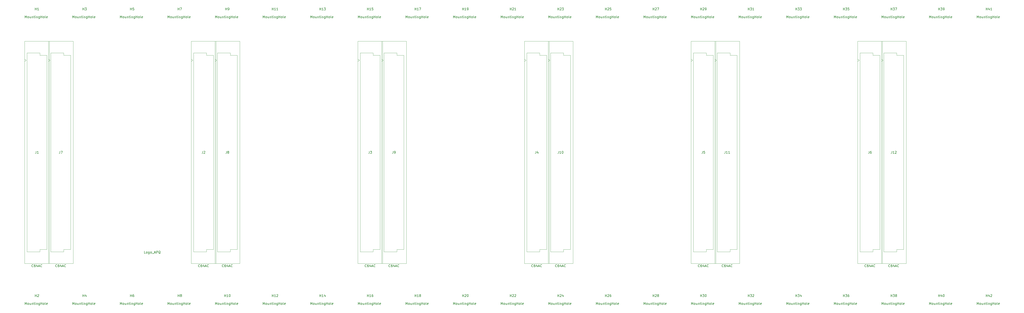
<source format=gbr>
G04 #@! TF.GenerationSoftware,KiCad,Pcbnew,5.1.8*
G04 #@! TF.CreationDate,2020-12-14T16:47:20+01:00*
G04 #@! TF.ProjectId,main,6d61696e-2e6b-4696-9361-645f70636258,v1.0.0*
G04 #@! TF.SameCoordinates,Original*
G04 #@! TF.FileFunction,Other,Fab,Top*
%FSLAX46Y46*%
G04 Gerber Fmt 4.6, Leading zero omitted, Abs format (unit mm)*
G04 Created by KiCad (PCBNEW 5.1.8) date 2020-12-14 16:47:20*
%MOMM*%
%LPD*%
G01*
G04 APERTURE LIST*
%ADD10C,0.100000*%
%ADD11C,0.150000*%
G04 APERTURE END LIST*
D10*
X32150000Y-43355000D02*
X37650000Y-43355000D01*
X37650000Y-43355000D02*
X37650000Y-44355000D01*
X37650000Y-44355000D02*
X40650000Y-44355000D01*
X40650000Y-44355000D02*
X40650000Y-127355000D01*
X40650000Y-127355000D02*
X37650000Y-127355000D01*
X37650000Y-127355000D02*
X37650000Y-128355000D01*
X37650000Y-128355000D02*
X32150000Y-128355000D01*
X32150000Y-128355000D02*
X32150000Y-43355000D01*
X31100000Y-38355000D02*
X41700000Y-38355000D01*
X41700000Y-38355000D02*
X41700000Y-133355000D01*
X41700000Y-133355000D02*
X31100000Y-133355000D01*
X31100000Y-133355000D02*
X31100000Y-38355000D01*
X31100000Y-45985000D02*
X31800000Y-46485000D01*
X31800000Y-46485000D02*
X31100000Y-46985000D01*
X387750000Y-43355000D02*
X393250000Y-43355000D01*
X393250000Y-43355000D02*
X393250000Y-44355000D01*
X393250000Y-44355000D02*
X396250000Y-44355000D01*
X396250000Y-44355000D02*
X396250000Y-127355000D01*
X396250000Y-127355000D02*
X393250000Y-127355000D01*
X393250000Y-127355000D02*
X393250000Y-128355000D01*
X393250000Y-128355000D02*
X387750000Y-128355000D01*
X387750000Y-128355000D02*
X387750000Y-43355000D01*
X386700000Y-38355000D02*
X397300000Y-38355000D01*
X397300000Y-38355000D02*
X397300000Y-133355000D01*
X397300000Y-133355000D02*
X386700000Y-133355000D01*
X386700000Y-133355000D02*
X386700000Y-38355000D01*
X386700000Y-45985000D02*
X387400000Y-46485000D01*
X387400000Y-46485000D02*
X386700000Y-46985000D01*
X316630000Y-43355000D02*
X322130000Y-43355000D01*
X322130000Y-43355000D02*
X322130000Y-44355000D01*
X322130000Y-44355000D02*
X325130000Y-44355000D01*
X325130000Y-44355000D02*
X325130000Y-127355000D01*
X325130000Y-127355000D02*
X322130000Y-127355000D01*
X322130000Y-127355000D02*
X322130000Y-128355000D01*
X322130000Y-128355000D02*
X316630000Y-128355000D01*
X316630000Y-128355000D02*
X316630000Y-43355000D01*
X315580000Y-38355000D02*
X326180000Y-38355000D01*
X326180000Y-38355000D02*
X326180000Y-133355000D01*
X326180000Y-133355000D02*
X315580000Y-133355000D01*
X315580000Y-133355000D02*
X315580000Y-38355000D01*
X315580000Y-45985000D02*
X316280000Y-46485000D01*
X316280000Y-46485000D02*
X315580000Y-46985000D01*
X245510000Y-43355000D02*
X251010000Y-43355000D01*
X251010000Y-43355000D02*
X251010000Y-44355000D01*
X251010000Y-44355000D02*
X254010000Y-44355000D01*
X254010000Y-44355000D02*
X254010000Y-127355000D01*
X254010000Y-127355000D02*
X251010000Y-127355000D01*
X251010000Y-127355000D02*
X251010000Y-128355000D01*
X251010000Y-128355000D02*
X245510000Y-128355000D01*
X245510000Y-128355000D02*
X245510000Y-43355000D01*
X244460000Y-38355000D02*
X255060000Y-38355000D01*
X255060000Y-38355000D02*
X255060000Y-133355000D01*
X255060000Y-133355000D02*
X244460000Y-133355000D01*
X244460000Y-133355000D02*
X244460000Y-38355000D01*
X244460000Y-45985000D02*
X245160000Y-46485000D01*
X245160000Y-46485000D02*
X244460000Y-46985000D01*
X174390000Y-43355000D02*
X179890000Y-43355000D01*
X179890000Y-43355000D02*
X179890000Y-44355000D01*
X179890000Y-44355000D02*
X182890000Y-44355000D01*
X182890000Y-44355000D02*
X182890000Y-127355000D01*
X182890000Y-127355000D02*
X179890000Y-127355000D01*
X179890000Y-127355000D02*
X179890000Y-128355000D01*
X179890000Y-128355000D02*
X174390000Y-128355000D01*
X174390000Y-128355000D02*
X174390000Y-43355000D01*
X173340000Y-38355000D02*
X183940000Y-38355000D01*
X183940000Y-38355000D02*
X183940000Y-133355000D01*
X183940000Y-133355000D02*
X173340000Y-133355000D01*
X173340000Y-133355000D02*
X173340000Y-38355000D01*
X173340000Y-45985000D02*
X174040000Y-46485000D01*
X174040000Y-46485000D02*
X173340000Y-46985000D01*
X103270000Y-43355000D02*
X108770000Y-43355000D01*
X108770000Y-43355000D02*
X108770000Y-44355000D01*
X108770000Y-44355000D02*
X111770000Y-44355000D01*
X111770000Y-44355000D02*
X111770000Y-127355000D01*
X111770000Y-127355000D02*
X108770000Y-127355000D01*
X108770000Y-127355000D02*
X108770000Y-128355000D01*
X108770000Y-128355000D02*
X103270000Y-128355000D01*
X103270000Y-128355000D02*
X103270000Y-43355000D01*
X102220000Y-38355000D02*
X112820000Y-38355000D01*
X112820000Y-38355000D02*
X112820000Y-133355000D01*
X112820000Y-133355000D02*
X102220000Y-133355000D01*
X102220000Y-133355000D02*
X102220000Y-38355000D01*
X102220000Y-45985000D02*
X102920000Y-46485000D01*
X102920000Y-46485000D02*
X102220000Y-46985000D01*
X377590000Y-43355000D02*
X383090000Y-43355000D01*
X383090000Y-43355000D02*
X383090000Y-44355000D01*
X383090000Y-44355000D02*
X386090000Y-44355000D01*
X386090000Y-44355000D02*
X386090000Y-127355000D01*
X386090000Y-127355000D02*
X383090000Y-127355000D01*
X383090000Y-127355000D02*
X383090000Y-128355000D01*
X383090000Y-128355000D02*
X377590000Y-128355000D01*
X377590000Y-128355000D02*
X377590000Y-43355000D01*
X376540000Y-38355000D02*
X387140000Y-38355000D01*
X387140000Y-38355000D02*
X387140000Y-133355000D01*
X387140000Y-133355000D02*
X376540000Y-133355000D01*
X376540000Y-133355000D02*
X376540000Y-38355000D01*
X376540000Y-45985000D02*
X377240000Y-46485000D01*
X377240000Y-46485000D02*
X376540000Y-46985000D01*
X306470000Y-43355000D02*
X311970000Y-43355000D01*
X311970000Y-43355000D02*
X311970000Y-44355000D01*
X311970000Y-44355000D02*
X314970000Y-44355000D01*
X314970000Y-44355000D02*
X314970000Y-127355000D01*
X314970000Y-127355000D02*
X311970000Y-127355000D01*
X311970000Y-127355000D02*
X311970000Y-128355000D01*
X311970000Y-128355000D02*
X306470000Y-128355000D01*
X306470000Y-128355000D02*
X306470000Y-43355000D01*
X305420000Y-38355000D02*
X316020000Y-38355000D01*
X316020000Y-38355000D02*
X316020000Y-133355000D01*
X316020000Y-133355000D02*
X305420000Y-133355000D01*
X305420000Y-133355000D02*
X305420000Y-38355000D01*
X305420000Y-45985000D02*
X306120000Y-46485000D01*
X306120000Y-46485000D02*
X305420000Y-46985000D01*
X235350000Y-43355000D02*
X240850000Y-43355000D01*
X240850000Y-43355000D02*
X240850000Y-44355000D01*
X240850000Y-44355000D02*
X243850000Y-44355000D01*
X243850000Y-44355000D02*
X243850000Y-127355000D01*
X243850000Y-127355000D02*
X240850000Y-127355000D01*
X240850000Y-127355000D02*
X240850000Y-128355000D01*
X240850000Y-128355000D02*
X235350000Y-128355000D01*
X235350000Y-128355000D02*
X235350000Y-43355000D01*
X234300000Y-38355000D02*
X244900000Y-38355000D01*
X244900000Y-38355000D02*
X244900000Y-133355000D01*
X244900000Y-133355000D02*
X234300000Y-133355000D01*
X234300000Y-133355000D02*
X234300000Y-38355000D01*
X234300000Y-45985000D02*
X235000000Y-46485000D01*
X235000000Y-46485000D02*
X234300000Y-46985000D01*
X164230000Y-43355000D02*
X169730000Y-43355000D01*
X169730000Y-43355000D02*
X169730000Y-44355000D01*
X169730000Y-44355000D02*
X172730000Y-44355000D01*
X172730000Y-44355000D02*
X172730000Y-127355000D01*
X172730000Y-127355000D02*
X169730000Y-127355000D01*
X169730000Y-127355000D02*
X169730000Y-128355000D01*
X169730000Y-128355000D02*
X164230000Y-128355000D01*
X164230000Y-128355000D02*
X164230000Y-43355000D01*
X163180000Y-38355000D02*
X173780000Y-38355000D01*
X173780000Y-38355000D02*
X173780000Y-133355000D01*
X173780000Y-133355000D02*
X163180000Y-133355000D01*
X163180000Y-133355000D02*
X163180000Y-38355000D01*
X163180000Y-45985000D02*
X163880000Y-46485000D01*
X163880000Y-46485000D02*
X163180000Y-46985000D01*
X92760000Y-46485000D02*
X92060000Y-46985000D01*
X92060000Y-45985000D02*
X92760000Y-46485000D01*
X92060000Y-133355000D02*
X92060000Y-38355000D01*
X102660000Y-133355000D02*
X92060000Y-133355000D01*
X102660000Y-38355000D02*
X102660000Y-133355000D01*
X92060000Y-38355000D02*
X102660000Y-38355000D01*
X93110000Y-128355000D02*
X93110000Y-43355000D01*
X98610000Y-128355000D02*
X93110000Y-128355000D01*
X98610000Y-127355000D02*
X98610000Y-128355000D01*
X101610000Y-127355000D02*
X98610000Y-127355000D01*
X101610000Y-44355000D02*
X101610000Y-127355000D01*
X98610000Y-44355000D02*
X101610000Y-44355000D01*
X98610000Y-43355000D02*
X98610000Y-44355000D01*
X93110000Y-43355000D02*
X98610000Y-43355000D01*
X21640000Y-46485000D02*
X20940000Y-46985000D01*
X20940000Y-45985000D02*
X21640000Y-46485000D01*
X20940000Y-133355000D02*
X20940000Y-38355000D01*
X31540000Y-133355000D02*
X20940000Y-133355000D01*
X31540000Y-38355000D02*
X31540000Y-133355000D01*
X20940000Y-38355000D02*
X31540000Y-38355000D01*
X21990000Y-128355000D02*
X21990000Y-43355000D01*
X27490000Y-128355000D02*
X21990000Y-128355000D01*
X27490000Y-127355000D02*
X27490000Y-128355000D01*
X30490000Y-127355000D02*
X27490000Y-127355000D01*
X30490000Y-44355000D02*
X30490000Y-127355000D01*
X27490000Y-44355000D02*
X30490000Y-44355000D01*
X27490000Y-43355000D02*
X27490000Y-44355000D01*
X21990000Y-43355000D02*
X27490000Y-43355000D01*
D11*
X427554285Y-150907380D02*
X427554285Y-149907380D01*
X427887619Y-150621666D01*
X428220952Y-149907380D01*
X428220952Y-150907380D01*
X428840000Y-150907380D02*
X428744761Y-150859761D01*
X428697142Y-150812142D01*
X428649523Y-150716904D01*
X428649523Y-150431190D01*
X428697142Y-150335952D01*
X428744761Y-150288333D01*
X428840000Y-150240714D01*
X428982857Y-150240714D01*
X429078095Y-150288333D01*
X429125714Y-150335952D01*
X429173333Y-150431190D01*
X429173333Y-150716904D01*
X429125714Y-150812142D01*
X429078095Y-150859761D01*
X428982857Y-150907380D01*
X428840000Y-150907380D01*
X430030476Y-150240714D02*
X430030476Y-150907380D01*
X429601904Y-150240714D02*
X429601904Y-150764523D01*
X429649523Y-150859761D01*
X429744761Y-150907380D01*
X429887619Y-150907380D01*
X429982857Y-150859761D01*
X430030476Y-150812142D01*
X430506666Y-150240714D02*
X430506666Y-150907380D01*
X430506666Y-150335952D02*
X430554285Y-150288333D01*
X430649523Y-150240714D01*
X430792380Y-150240714D01*
X430887619Y-150288333D01*
X430935238Y-150383571D01*
X430935238Y-150907380D01*
X431268571Y-150240714D02*
X431649523Y-150240714D01*
X431411428Y-149907380D02*
X431411428Y-150764523D01*
X431459047Y-150859761D01*
X431554285Y-150907380D01*
X431649523Y-150907380D01*
X431982857Y-150907380D02*
X431982857Y-150240714D01*
X431982857Y-149907380D02*
X431935238Y-149955000D01*
X431982857Y-150002619D01*
X432030476Y-149955000D01*
X431982857Y-149907380D01*
X431982857Y-150002619D01*
X432459047Y-150240714D02*
X432459047Y-150907380D01*
X432459047Y-150335952D02*
X432506666Y-150288333D01*
X432601904Y-150240714D01*
X432744761Y-150240714D01*
X432840000Y-150288333D01*
X432887619Y-150383571D01*
X432887619Y-150907380D01*
X433792380Y-150240714D02*
X433792380Y-151050238D01*
X433744761Y-151145476D01*
X433697142Y-151193095D01*
X433601904Y-151240714D01*
X433459047Y-151240714D01*
X433363809Y-151193095D01*
X433792380Y-150859761D02*
X433697142Y-150907380D01*
X433506666Y-150907380D01*
X433411428Y-150859761D01*
X433363809Y-150812142D01*
X433316190Y-150716904D01*
X433316190Y-150431190D01*
X433363809Y-150335952D01*
X433411428Y-150288333D01*
X433506666Y-150240714D01*
X433697142Y-150240714D01*
X433792380Y-150288333D01*
X434268571Y-150907380D02*
X434268571Y-149907380D01*
X434268571Y-150383571D02*
X434840000Y-150383571D01*
X434840000Y-150907380D02*
X434840000Y-149907380D01*
X435459047Y-150907380D02*
X435363809Y-150859761D01*
X435316190Y-150812142D01*
X435268571Y-150716904D01*
X435268571Y-150431190D01*
X435316190Y-150335952D01*
X435363809Y-150288333D01*
X435459047Y-150240714D01*
X435601904Y-150240714D01*
X435697142Y-150288333D01*
X435744761Y-150335952D01*
X435792380Y-150431190D01*
X435792380Y-150716904D01*
X435744761Y-150812142D01*
X435697142Y-150859761D01*
X435601904Y-150907380D01*
X435459047Y-150907380D01*
X436363809Y-150907380D02*
X436268571Y-150859761D01*
X436220952Y-150764523D01*
X436220952Y-149907380D01*
X437125714Y-150859761D02*
X437030476Y-150907380D01*
X436840000Y-150907380D01*
X436744761Y-150859761D01*
X436697142Y-150764523D01*
X436697142Y-150383571D01*
X436744761Y-150288333D01*
X436840000Y-150240714D01*
X437030476Y-150240714D01*
X437125714Y-150288333D01*
X437173333Y-150383571D01*
X437173333Y-150478809D01*
X436697142Y-150574047D01*
X431401904Y-147557380D02*
X431401904Y-146557380D01*
X431401904Y-147033571D02*
X431973333Y-147033571D01*
X431973333Y-147557380D02*
X431973333Y-146557380D01*
X432878095Y-146890714D02*
X432878095Y-147557380D01*
X432640000Y-146509761D02*
X432401904Y-147224047D01*
X433020952Y-147224047D01*
X433354285Y-146652619D02*
X433401904Y-146605000D01*
X433497142Y-146557380D01*
X433735238Y-146557380D01*
X433830476Y-146605000D01*
X433878095Y-146652619D01*
X433925714Y-146747857D01*
X433925714Y-146843095D01*
X433878095Y-146985952D01*
X433306666Y-147557380D01*
X433925714Y-147557380D01*
X427554285Y-28407380D02*
X427554285Y-27407380D01*
X427887619Y-28121666D01*
X428220952Y-27407380D01*
X428220952Y-28407380D01*
X428840000Y-28407380D02*
X428744761Y-28359761D01*
X428697142Y-28312142D01*
X428649523Y-28216904D01*
X428649523Y-27931190D01*
X428697142Y-27835952D01*
X428744761Y-27788333D01*
X428840000Y-27740714D01*
X428982857Y-27740714D01*
X429078095Y-27788333D01*
X429125714Y-27835952D01*
X429173333Y-27931190D01*
X429173333Y-28216904D01*
X429125714Y-28312142D01*
X429078095Y-28359761D01*
X428982857Y-28407380D01*
X428840000Y-28407380D01*
X430030476Y-27740714D02*
X430030476Y-28407380D01*
X429601904Y-27740714D02*
X429601904Y-28264523D01*
X429649523Y-28359761D01*
X429744761Y-28407380D01*
X429887619Y-28407380D01*
X429982857Y-28359761D01*
X430030476Y-28312142D01*
X430506666Y-27740714D02*
X430506666Y-28407380D01*
X430506666Y-27835952D02*
X430554285Y-27788333D01*
X430649523Y-27740714D01*
X430792380Y-27740714D01*
X430887619Y-27788333D01*
X430935238Y-27883571D01*
X430935238Y-28407380D01*
X431268571Y-27740714D02*
X431649523Y-27740714D01*
X431411428Y-27407380D02*
X431411428Y-28264523D01*
X431459047Y-28359761D01*
X431554285Y-28407380D01*
X431649523Y-28407380D01*
X431982857Y-28407380D02*
X431982857Y-27740714D01*
X431982857Y-27407380D02*
X431935238Y-27455000D01*
X431982857Y-27502619D01*
X432030476Y-27455000D01*
X431982857Y-27407380D01*
X431982857Y-27502619D01*
X432459047Y-27740714D02*
X432459047Y-28407380D01*
X432459047Y-27835952D02*
X432506666Y-27788333D01*
X432601904Y-27740714D01*
X432744761Y-27740714D01*
X432840000Y-27788333D01*
X432887619Y-27883571D01*
X432887619Y-28407380D01*
X433792380Y-27740714D02*
X433792380Y-28550238D01*
X433744761Y-28645476D01*
X433697142Y-28693095D01*
X433601904Y-28740714D01*
X433459047Y-28740714D01*
X433363809Y-28693095D01*
X433792380Y-28359761D02*
X433697142Y-28407380D01*
X433506666Y-28407380D01*
X433411428Y-28359761D01*
X433363809Y-28312142D01*
X433316190Y-28216904D01*
X433316190Y-27931190D01*
X433363809Y-27835952D01*
X433411428Y-27788333D01*
X433506666Y-27740714D01*
X433697142Y-27740714D01*
X433792380Y-27788333D01*
X434268571Y-28407380D02*
X434268571Y-27407380D01*
X434268571Y-27883571D02*
X434840000Y-27883571D01*
X434840000Y-28407380D02*
X434840000Y-27407380D01*
X435459047Y-28407380D02*
X435363809Y-28359761D01*
X435316190Y-28312142D01*
X435268571Y-28216904D01*
X435268571Y-27931190D01*
X435316190Y-27835952D01*
X435363809Y-27788333D01*
X435459047Y-27740714D01*
X435601904Y-27740714D01*
X435697142Y-27788333D01*
X435744761Y-27835952D01*
X435792380Y-27931190D01*
X435792380Y-28216904D01*
X435744761Y-28312142D01*
X435697142Y-28359761D01*
X435601904Y-28407380D01*
X435459047Y-28407380D01*
X436363809Y-28407380D02*
X436268571Y-28359761D01*
X436220952Y-28264523D01*
X436220952Y-27407380D01*
X437125714Y-28359761D02*
X437030476Y-28407380D01*
X436840000Y-28407380D01*
X436744761Y-28359761D01*
X436697142Y-28264523D01*
X436697142Y-27883571D01*
X436744761Y-27788333D01*
X436840000Y-27740714D01*
X437030476Y-27740714D01*
X437125714Y-27788333D01*
X437173333Y-27883571D01*
X437173333Y-27978809D01*
X436697142Y-28074047D01*
X431401904Y-25057380D02*
X431401904Y-24057380D01*
X431401904Y-24533571D02*
X431973333Y-24533571D01*
X431973333Y-25057380D02*
X431973333Y-24057380D01*
X432878095Y-24390714D02*
X432878095Y-25057380D01*
X432640000Y-24009761D02*
X432401904Y-24724047D01*
X433020952Y-24724047D01*
X433925714Y-25057380D02*
X433354285Y-25057380D01*
X433640000Y-25057380D02*
X433640000Y-24057380D01*
X433544761Y-24200238D01*
X433449523Y-24295476D01*
X433354285Y-24343095D01*
X407234285Y-150907380D02*
X407234285Y-149907380D01*
X407567619Y-150621666D01*
X407900952Y-149907380D01*
X407900952Y-150907380D01*
X408520000Y-150907380D02*
X408424761Y-150859761D01*
X408377142Y-150812142D01*
X408329523Y-150716904D01*
X408329523Y-150431190D01*
X408377142Y-150335952D01*
X408424761Y-150288333D01*
X408520000Y-150240714D01*
X408662857Y-150240714D01*
X408758095Y-150288333D01*
X408805714Y-150335952D01*
X408853333Y-150431190D01*
X408853333Y-150716904D01*
X408805714Y-150812142D01*
X408758095Y-150859761D01*
X408662857Y-150907380D01*
X408520000Y-150907380D01*
X409710476Y-150240714D02*
X409710476Y-150907380D01*
X409281904Y-150240714D02*
X409281904Y-150764523D01*
X409329523Y-150859761D01*
X409424761Y-150907380D01*
X409567619Y-150907380D01*
X409662857Y-150859761D01*
X409710476Y-150812142D01*
X410186666Y-150240714D02*
X410186666Y-150907380D01*
X410186666Y-150335952D02*
X410234285Y-150288333D01*
X410329523Y-150240714D01*
X410472380Y-150240714D01*
X410567619Y-150288333D01*
X410615238Y-150383571D01*
X410615238Y-150907380D01*
X410948571Y-150240714D02*
X411329523Y-150240714D01*
X411091428Y-149907380D02*
X411091428Y-150764523D01*
X411139047Y-150859761D01*
X411234285Y-150907380D01*
X411329523Y-150907380D01*
X411662857Y-150907380D02*
X411662857Y-150240714D01*
X411662857Y-149907380D02*
X411615238Y-149955000D01*
X411662857Y-150002619D01*
X411710476Y-149955000D01*
X411662857Y-149907380D01*
X411662857Y-150002619D01*
X412139047Y-150240714D02*
X412139047Y-150907380D01*
X412139047Y-150335952D02*
X412186666Y-150288333D01*
X412281904Y-150240714D01*
X412424761Y-150240714D01*
X412520000Y-150288333D01*
X412567619Y-150383571D01*
X412567619Y-150907380D01*
X413472380Y-150240714D02*
X413472380Y-151050238D01*
X413424761Y-151145476D01*
X413377142Y-151193095D01*
X413281904Y-151240714D01*
X413139047Y-151240714D01*
X413043809Y-151193095D01*
X413472380Y-150859761D02*
X413377142Y-150907380D01*
X413186666Y-150907380D01*
X413091428Y-150859761D01*
X413043809Y-150812142D01*
X412996190Y-150716904D01*
X412996190Y-150431190D01*
X413043809Y-150335952D01*
X413091428Y-150288333D01*
X413186666Y-150240714D01*
X413377142Y-150240714D01*
X413472380Y-150288333D01*
X413948571Y-150907380D02*
X413948571Y-149907380D01*
X413948571Y-150383571D02*
X414520000Y-150383571D01*
X414520000Y-150907380D02*
X414520000Y-149907380D01*
X415139047Y-150907380D02*
X415043809Y-150859761D01*
X414996190Y-150812142D01*
X414948571Y-150716904D01*
X414948571Y-150431190D01*
X414996190Y-150335952D01*
X415043809Y-150288333D01*
X415139047Y-150240714D01*
X415281904Y-150240714D01*
X415377142Y-150288333D01*
X415424761Y-150335952D01*
X415472380Y-150431190D01*
X415472380Y-150716904D01*
X415424761Y-150812142D01*
X415377142Y-150859761D01*
X415281904Y-150907380D01*
X415139047Y-150907380D01*
X416043809Y-150907380D02*
X415948571Y-150859761D01*
X415900952Y-150764523D01*
X415900952Y-149907380D01*
X416805714Y-150859761D02*
X416710476Y-150907380D01*
X416520000Y-150907380D01*
X416424761Y-150859761D01*
X416377142Y-150764523D01*
X416377142Y-150383571D01*
X416424761Y-150288333D01*
X416520000Y-150240714D01*
X416710476Y-150240714D01*
X416805714Y-150288333D01*
X416853333Y-150383571D01*
X416853333Y-150478809D01*
X416377142Y-150574047D01*
X411081904Y-147557380D02*
X411081904Y-146557380D01*
X411081904Y-147033571D02*
X411653333Y-147033571D01*
X411653333Y-147557380D02*
X411653333Y-146557380D01*
X412558095Y-146890714D02*
X412558095Y-147557380D01*
X412320000Y-146509761D02*
X412081904Y-147224047D01*
X412700952Y-147224047D01*
X413272380Y-146557380D02*
X413367619Y-146557380D01*
X413462857Y-146605000D01*
X413510476Y-146652619D01*
X413558095Y-146747857D01*
X413605714Y-146938333D01*
X413605714Y-147176428D01*
X413558095Y-147366904D01*
X413510476Y-147462142D01*
X413462857Y-147509761D01*
X413367619Y-147557380D01*
X413272380Y-147557380D01*
X413177142Y-147509761D01*
X413129523Y-147462142D01*
X413081904Y-147366904D01*
X413034285Y-147176428D01*
X413034285Y-146938333D01*
X413081904Y-146747857D01*
X413129523Y-146652619D01*
X413177142Y-146605000D01*
X413272380Y-146557380D01*
X407234285Y-28407380D02*
X407234285Y-27407380D01*
X407567619Y-28121666D01*
X407900952Y-27407380D01*
X407900952Y-28407380D01*
X408520000Y-28407380D02*
X408424761Y-28359761D01*
X408377142Y-28312142D01*
X408329523Y-28216904D01*
X408329523Y-27931190D01*
X408377142Y-27835952D01*
X408424761Y-27788333D01*
X408520000Y-27740714D01*
X408662857Y-27740714D01*
X408758095Y-27788333D01*
X408805714Y-27835952D01*
X408853333Y-27931190D01*
X408853333Y-28216904D01*
X408805714Y-28312142D01*
X408758095Y-28359761D01*
X408662857Y-28407380D01*
X408520000Y-28407380D01*
X409710476Y-27740714D02*
X409710476Y-28407380D01*
X409281904Y-27740714D02*
X409281904Y-28264523D01*
X409329523Y-28359761D01*
X409424761Y-28407380D01*
X409567619Y-28407380D01*
X409662857Y-28359761D01*
X409710476Y-28312142D01*
X410186666Y-27740714D02*
X410186666Y-28407380D01*
X410186666Y-27835952D02*
X410234285Y-27788333D01*
X410329523Y-27740714D01*
X410472380Y-27740714D01*
X410567619Y-27788333D01*
X410615238Y-27883571D01*
X410615238Y-28407380D01*
X410948571Y-27740714D02*
X411329523Y-27740714D01*
X411091428Y-27407380D02*
X411091428Y-28264523D01*
X411139047Y-28359761D01*
X411234285Y-28407380D01*
X411329523Y-28407380D01*
X411662857Y-28407380D02*
X411662857Y-27740714D01*
X411662857Y-27407380D02*
X411615238Y-27455000D01*
X411662857Y-27502619D01*
X411710476Y-27455000D01*
X411662857Y-27407380D01*
X411662857Y-27502619D01*
X412139047Y-27740714D02*
X412139047Y-28407380D01*
X412139047Y-27835952D02*
X412186666Y-27788333D01*
X412281904Y-27740714D01*
X412424761Y-27740714D01*
X412520000Y-27788333D01*
X412567619Y-27883571D01*
X412567619Y-28407380D01*
X413472380Y-27740714D02*
X413472380Y-28550238D01*
X413424761Y-28645476D01*
X413377142Y-28693095D01*
X413281904Y-28740714D01*
X413139047Y-28740714D01*
X413043809Y-28693095D01*
X413472380Y-28359761D02*
X413377142Y-28407380D01*
X413186666Y-28407380D01*
X413091428Y-28359761D01*
X413043809Y-28312142D01*
X412996190Y-28216904D01*
X412996190Y-27931190D01*
X413043809Y-27835952D01*
X413091428Y-27788333D01*
X413186666Y-27740714D01*
X413377142Y-27740714D01*
X413472380Y-27788333D01*
X413948571Y-28407380D02*
X413948571Y-27407380D01*
X413948571Y-27883571D02*
X414520000Y-27883571D01*
X414520000Y-28407380D02*
X414520000Y-27407380D01*
X415139047Y-28407380D02*
X415043809Y-28359761D01*
X414996190Y-28312142D01*
X414948571Y-28216904D01*
X414948571Y-27931190D01*
X414996190Y-27835952D01*
X415043809Y-27788333D01*
X415139047Y-27740714D01*
X415281904Y-27740714D01*
X415377142Y-27788333D01*
X415424761Y-27835952D01*
X415472380Y-27931190D01*
X415472380Y-28216904D01*
X415424761Y-28312142D01*
X415377142Y-28359761D01*
X415281904Y-28407380D01*
X415139047Y-28407380D01*
X416043809Y-28407380D02*
X415948571Y-28359761D01*
X415900952Y-28264523D01*
X415900952Y-27407380D01*
X416805714Y-28359761D02*
X416710476Y-28407380D01*
X416520000Y-28407380D01*
X416424761Y-28359761D01*
X416377142Y-28264523D01*
X416377142Y-27883571D01*
X416424761Y-27788333D01*
X416520000Y-27740714D01*
X416710476Y-27740714D01*
X416805714Y-27788333D01*
X416853333Y-27883571D01*
X416853333Y-27978809D01*
X416377142Y-28074047D01*
X411081904Y-25057380D02*
X411081904Y-24057380D01*
X411081904Y-24533571D02*
X411653333Y-24533571D01*
X411653333Y-25057380D02*
X411653333Y-24057380D01*
X412034285Y-24057380D02*
X412653333Y-24057380D01*
X412320000Y-24438333D01*
X412462857Y-24438333D01*
X412558095Y-24485952D01*
X412605714Y-24533571D01*
X412653333Y-24628809D01*
X412653333Y-24866904D01*
X412605714Y-24962142D01*
X412558095Y-25009761D01*
X412462857Y-25057380D01*
X412177142Y-25057380D01*
X412081904Y-25009761D01*
X412034285Y-24962142D01*
X413129523Y-25057380D02*
X413320000Y-25057380D01*
X413415238Y-25009761D01*
X413462857Y-24962142D01*
X413558095Y-24819285D01*
X413605714Y-24628809D01*
X413605714Y-24247857D01*
X413558095Y-24152619D01*
X413510476Y-24105000D01*
X413415238Y-24057380D01*
X413224761Y-24057380D01*
X413129523Y-24105000D01*
X413081904Y-24152619D01*
X413034285Y-24247857D01*
X413034285Y-24485952D01*
X413081904Y-24581190D01*
X413129523Y-24628809D01*
X413224761Y-24676428D01*
X413415238Y-24676428D01*
X413510476Y-24628809D01*
X413558095Y-24581190D01*
X413605714Y-24485952D01*
X386914285Y-150907380D02*
X386914285Y-149907380D01*
X387247619Y-150621666D01*
X387580952Y-149907380D01*
X387580952Y-150907380D01*
X388200000Y-150907380D02*
X388104761Y-150859761D01*
X388057142Y-150812142D01*
X388009523Y-150716904D01*
X388009523Y-150431190D01*
X388057142Y-150335952D01*
X388104761Y-150288333D01*
X388200000Y-150240714D01*
X388342857Y-150240714D01*
X388438095Y-150288333D01*
X388485714Y-150335952D01*
X388533333Y-150431190D01*
X388533333Y-150716904D01*
X388485714Y-150812142D01*
X388438095Y-150859761D01*
X388342857Y-150907380D01*
X388200000Y-150907380D01*
X389390476Y-150240714D02*
X389390476Y-150907380D01*
X388961904Y-150240714D02*
X388961904Y-150764523D01*
X389009523Y-150859761D01*
X389104761Y-150907380D01*
X389247619Y-150907380D01*
X389342857Y-150859761D01*
X389390476Y-150812142D01*
X389866666Y-150240714D02*
X389866666Y-150907380D01*
X389866666Y-150335952D02*
X389914285Y-150288333D01*
X390009523Y-150240714D01*
X390152380Y-150240714D01*
X390247619Y-150288333D01*
X390295238Y-150383571D01*
X390295238Y-150907380D01*
X390628571Y-150240714D02*
X391009523Y-150240714D01*
X390771428Y-149907380D02*
X390771428Y-150764523D01*
X390819047Y-150859761D01*
X390914285Y-150907380D01*
X391009523Y-150907380D01*
X391342857Y-150907380D02*
X391342857Y-150240714D01*
X391342857Y-149907380D02*
X391295238Y-149955000D01*
X391342857Y-150002619D01*
X391390476Y-149955000D01*
X391342857Y-149907380D01*
X391342857Y-150002619D01*
X391819047Y-150240714D02*
X391819047Y-150907380D01*
X391819047Y-150335952D02*
X391866666Y-150288333D01*
X391961904Y-150240714D01*
X392104761Y-150240714D01*
X392200000Y-150288333D01*
X392247619Y-150383571D01*
X392247619Y-150907380D01*
X393152380Y-150240714D02*
X393152380Y-151050238D01*
X393104761Y-151145476D01*
X393057142Y-151193095D01*
X392961904Y-151240714D01*
X392819047Y-151240714D01*
X392723809Y-151193095D01*
X393152380Y-150859761D02*
X393057142Y-150907380D01*
X392866666Y-150907380D01*
X392771428Y-150859761D01*
X392723809Y-150812142D01*
X392676190Y-150716904D01*
X392676190Y-150431190D01*
X392723809Y-150335952D01*
X392771428Y-150288333D01*
X392866666Y-150240714D01*
X393057142Y-150240714D01*
X393152380Y-150288333D01*
X393628571Y-150907380D02*
X393628571Y-149907380D01*
X393628571Y-150383571D02*
X394200000Y-150383571D01*
X394200000Y-150907380D02*
X394200000Y-149907380D01*
X394819047Y-150907380D02*
X394723809Y-150859761D01*
X394676190Y-150812142D01*
X394628571Y-150716904D01*
X394628571Y-150431190D01*
X394676190Y-150335952D01*
X394723809Y-150288333D01*
X394819047Y-150240714D01*
X394961904Y-150240714D01*
X395057142Y-150288333D01*
X395104761Y-150335952D01*
X395152380Y-150431190D01*
X395152380Y-150716904D01*
X395104761Y-150812142D01*
X395057142Y-150859761D01*
X394961904Y-150907380D01*
X394819047Y-150907380D01*
X395723809Y-150907380D02*
X395628571Y-150859761D01*
X395580952Y-150764523D01*
X395580952Y-149907380D01*
X396485714Y-150859761D02*
X396390476Y-150907380D01*
X396200000Y-150907380D01*
X396104761Y-150859761D01*
X396057142Y-150764523D01*
X396057142Y-150383571D01*
X396104761Y-150288333D01*
X396200000Y-150240714D01*
X396390476Y-150240714D01*
X396485714Y-150288333D01*
X396533333Y-150383571D01*
X396533333Y-150478809D01*
X396057142Y-150574047D01*
X390761904Y-147557380D02*
X390761904Y-146557380D01*
X390761904Y-147033571D02*
X391333333Y-147033571D01*
X391333333Y-147557380D02*
X391333333Y-146557380D01*
X391714285Y-146557380D02*
X392333333Y-146557380D01*
X392000000Y-146938333D01*
X392142857Y-146938333D01*
X392238095Y-146985952D01*
X392285714Y-147033571D01*
X392333333Y-147128809D01*
X392333333Y-147366904D01*
X392285714Y-147462142D01*
X392238095Y-147509761D01*
X392142857Y-147557380D01*
X391857142Y-147557380D01*
X391761904Y-147509761D01*
X391714285Y-147462142D01*
X392904761Y-146985952D02*
X392809523Y-146938333D01*
X392761904Y-146890714D01*
X392714285Y-146795476D01*
X392714285Y-146747857D01*
X392761904Y-146652619D01*
X392809523Y-146605000D01*
X392904761Y-146557380D01*
X393095238Y-146557380D01*
X393190476Y-146605000D01*
X393238095Y-146652619D01*
X393285714Y-146747857D01*
X393285714Y-146795476D01*
X393238095Y-146890714D01*
X393190476Y-146938333D01*
X393095238Y-146985952D01*
X392904761Y-146985952D01*
X392809523Y-147033571D01*
X392761904Y-147081190D01*
X392714285Y-147176428D01*
X392714285Y-147366904D01*
X392761904Y-147462142D01*
X392809523Y-147509761D01*
X392904761Y-147557380D01*
X393095238Y-147557380D01*
X393190476Y-147509761D01*
X393238095Y-147462142D01*
X393285714Y-147366904D01*
X393285714Y-147176428D01*
X393238095Y-147081190D01*
X393190476Y-147033571D01*
X393095238Y-146985952D01*
X386914285Y-28407380D02*
X386914285Y-27407380D01*
X387247619Y-28121666D01*
X387580952Y-27407380D01*
X387580952Y-28407380D01*
X388200000Y-28407380D02*
X388104761Y-28359761D01*
X388057142Y-28312142D01*
X388009523Y-28216904D01*
X388009523Y-27931190D01*
X388057142Y-27835952D01*
X388104761Y-27788333D01*
X388200000Y-27740714D01*
X388342857Y-27740714D01*
X388438095Y-27788333D01*
X388485714Y-27835952D01*
X388533333Y-27931190D01*
X388533333Y-28216904D01*
X388485714Y-28312142D01*
X388438095Y-28359761D01*
X388342857Y-28407380D01*
X388200000Y-28407380D01*
X389390476Y-27740714D02*
X389390476Y-28407380D01*
X388961904Y-27740714D02*
X388961904Y-28264523D01*
X389009523Y-28359761D01*
X389104761Y-28407380D01*
X389247619Y-28407380D01*
X389342857Y-28359761D01*
X389390476Y-28312142D01*
X389866666Y-27740714D02*
X389866666Y-28407380D01*
X389866666Y-27835952D02*
X389914285Y-27788333D01*
X390009523Y-27740714D01*
X390152380Y-27740714D01*
X390247619Y-27788333D01*
X390295238Y-27883571D01*
X390295238Y-28407380D01*
X390628571Y-27740714D02*
X391009523Y-27740714D01*
X390771428Y-27407380D02*
X390771428Y-28264523D01*
X390819047Y-28359761D01*
X390914285Y-28407380D01*
X391009523Y-28407380D01*
X391342857Y-28407380D02*
X391342857Y-27740714D01*
X391342857Y-27407380D02*
X391295238Y-27455000D01*
X391342857Y-27502619D01*
X391390476Y-27455000D01*
X391342857Y-27407380D01*
X391342857Y-27502619D01*
X391819047Y-27740714D02*
X391819047Y-28407380D01*
X391819047Y-27835952D02*
X391866666Y-27788333D01*
X391961904Y-27740714D01*
X392104761Y-27740714D01*
X392200000Y-27788333D01*
X392247619Y-27883571D01*
X392247619Y-28407380D01*
X393152380Y-27740714D02*
X393152380Y-28550238D01*
X393104761Y-28645476D01*
X393057142Y-28693095D01*
X392961904Y-28740714D01*
X392819047Y-28740714D01*
X392723809Y-28693095D01*
X393152380Y-28359761D02*
X393057142Y-28407380D01*
X392866666Y-28407380D01*
X392771428Y-28359761D01*
X392723809Y-28312142D01*
X392676190Y-28216904D01*
X392676190Y-27931190D01*
X392723809Y-27835952D01*
X392771428Y-27788333D01*
X392866666Y-27740714D01*
X393057142Y-27740714D01*
X393152380Y-27788333D01*
X393628571Y-28407380D02*
X393628571Y-27407380D01*
X393628571Y-27883571D02*
X394200000Y-27883571D01*
X394200000Y-28407380D02*
X394200000Y-27407380D01*
X394819047Y-28407380D02*
X394723809Y-28359761D01*
X394676190Y-28312142D01*
X394628571Y-28216904D01*
X394628571Y-27931190D01*
X394676190Y-27835952D01*
X394723809Y-27788333D01*
X394819047Y-27740714D01*
X394961904Y-27740714D01*
X395057142Y-27788333D01*
X395104761Y-27835952D01*
X395152380Y-27931190D01*
X395152380Y-28216904D01*
X395104761Y-28312142D01*
X395057142Y-28359761D01*
X394961904Y-28407380D01*
X394819047Y-28407380D01*
X395723809Y-28407380D02*
X395628571Y-28359761D01*
X395580952Y-28264523D01*
X395580952Y-27407380D01*
X396485714Y-28359761D02*
X396390476Y-28407380D01*
X396200000Y-28407380D01*
X396104761Y-28359761D01*
X396057142Y-28264523D01*
X396057142Y-27883571D01*
X396104761Y-27788333D01*
X396200000Y-27740714D01*
X396390476Y-27740714D01*
X396485714Y-27788333D01*
X396533333Y-27883571D01*
X396533333Y-27978809D01*
X396057142Y-28074047D01*
X390761904Y-25057380D02*
X390761904Y-24057380D01*
X390761904Y-24533571D02*
X391333333Y-24533571D01*
X391333333Y-25057380D02*
X391333333Y-24057380D01*
X391714285Y-24057380D02*
X392333333Y-24057380D01*
X392000000Y-24438333D01*
X392142857Y-24438333D01*
X392238095Y-24485952D01*
X392285714Y-24533571D01*
X392333333Y-24628809D01*
X392333333Y-24866904D01*
X392285714Y-24962142D01*
X392238095Y-25009761D01*
X392142857Y-25057380D01*
X391857142Y-25057380D01*
X391761904Y-25009761D01*
X391714285Y-24962142D01*
X392666666Y-24057380D02*
X393333333Y-24057380D01*
X392904761Y-25057380D01*
X366594285Y-150907380D02*
X366594285Y-149907380D01*
X366927619Y-150621666D01*
X367260952Y-149907380D01*
X367260952Y-150907380D01*
X367880000Y-150907380D02*
X367784761Y-150859761D01*
X367737142Y-150812142D01*
X367689523Y-150716904D01*
X367689523Y-150431190D01*
X367737142Y-150335952D01*
X367784761Y-150288333D01*
X367880000Y-150240714D01*
X368022857Y-150240714D01*
X368118095Y-150288333D01*
X368165714Y-150335952D01*
X368213333Y-150431190D01*
X368213333Y-150716904D01*
X368165714Y-150812142D01*
X368118095Y-150859761D01*
X368022857Y-150907380D01*
X367880000Y-150907380D01*
X369070476Y-150240714D02*
X369070476Y-150907380D01*
X368641904Y-150240714D02*
X368641904Y-150764523D01*
X368689523Y-150859761D01*
X368784761Y-150907380D01*
X368927619Y-150907380D01*
X369022857Y-150859761D01*
X369070476Y-150812142D01*
X369546666Y-150240714D02*
X369546666Y-150907380D01*
X369546666Y-150335952D02*
X369594285Y-150288333D01*
X369689523Y-150240714D01*
X369832380Y-150240714D01*
X369927619Y-150288333D01*
X369975238Y-150383571D01*
X369975238Y-150907380D01*
X370308571Y-150240714D02*
X370689523Y-150240714D01*
X370451428Y-149907380D02*
X370451428Y-150764523D01*
X370499047Y-150859761D01*
X370594285Y-150907380D01*
X370689523Y-150907380D01*
X371022857Y-150907380D02*
X371022857Y-150240714D01*
X371022857Y-149907380D02*
X370975238Y-149955000D01*
X371022857Y-150002619D01*
X371070476Y-149955000D01*
X371022857Y-149907380D01*
X371022857Y-150002619D01*
X371499047Y-150240714D02*
X371499047Y-150907380D01*
X371499047Y-150335952D02*
X371546666Y-150288333D01*
X371641904Y-150240714D01*
X371784761Y-150240714D01*
X371880000Y-150288333D01*
X371927619Y-150383571D01*
X371927619Y-150907380D01*
X372832380Y-150240714D02*
X372832380Y-151050238D01*
X372784761Y-151145476D01*
X372737142Y-151193095D01*
X372641904Y-151240714D01*
X372499047Y-151240714D01*
X372403809Y-151193095D01*
X372832380Y-150859761D02*
X372737142Y-150907380D01*
X372546666Y-150907380D01*
X372451428Y-150859761D01*
X372403809Y-150812142D01*
X372356190Y-150716904D01*
X372356190Y-150431190D01*
X372403809Y-150335952D01*
X372451428Y-150288333D01*
X372546666Y-150240714D01*
X372737142Y-150240714D01*
X372832380Y-150288333D01*
X373308571Y-150907380D02*
X373308571Y-149907380D01*
X373308571Y-150383571D02*
X373880000Y-150383571D01*
X373880000Y-150907380D02*
X373880000Y-149907380D01*
X374499047Y-150907380D02*
X374403809Y-150859761D01*
X374356190Y-150812142D01*
X374308571Y-150716904D01*
X374308571Y-150431190D01*
X374356190Y-150335952D01*
X374403809Y-150288333D01*
X374499047Y-150240714D01*
X374641904Y-150240714D01*
X374737142Y-150288333D01*
X374784761Y-150335952D01*
X374832380Y-150431190D01*
X374832380Y-150716904D01*
X374784761Y-150812142D01*
X374737142Y-150859761D01*
X374641904Y-150907380D01*
X374499047Y-150907380D01*
X375403809Y-150907380D02*
X375308571Y-150859761D01*
X375260952Y-150764523D01*
X375260952Y-149907380D01*
X376165714Y-150859761D02*
X376070476Y-150907380D01*
X375880000Y-150907380D01*
X375784761Y-150859761D01*
X375737142Y-150764523D01*
X375737142Y-150383571D01*
X375784761Y-150288333D01*
X375880000Y-150240714D01*
X376070476Y-150240714D01*
X376165714Y-150288333D01*
X376213333Y-150383571D01*
X376213333Y-150478809D01*
X375737142Y-150574047D01*
X370441904Y-147557380D02*
X370441904Y-146557380D01*
X370441904Y-147033571D02*
X371013333Y-147033571D01*
X371013333Y-147557380D02*
X371013333Y-146557380D01*
X371394285Y-146557380D02*
X372013333Y-146557380D01*
X371680000Y-146938333D01*
X371822857Y-146938333D01*
X371918095Y-146985952D01*
X371965714Y-147033571D01*
X372013333Y-147128809D01*
X372013333Y-147366904D01*
X371965714Y-147462142D01*
X371918095Y-147509761D01*
X371822857Y-147557380D01*
X371537142Y-147557380D01*
X371441904Y-147509761D01*
X371394285Y-147462142D01*
X372870476Y-146557380D02*
X372680000Y-146557380D01*
X372584761Y-146605000D01*
X372537142Y-146652619D01*
X372441904Y-146795476D01*
X372394285Y-146985952D01*
X372394285Y-147366904D01*
X372441904Y-147462142D01*
X372489523Y-147509761D01*
X372584761Y-147557380D01*
X372775238Y-147557380D01*
X372870476Y-147509761D01*
X372918095Y-147462142D01*
X372965714Y-147366904D01*
X372965714Y-147128809D01*
X372918095Y-147033571D01*
X372870476Y-146985952D01*
X372775238Y-146938333D01*
X372584761Y-146938333D01*
X372489523Y-146985952D01*
X372441904Y-147033571D01*
X372394285Y-147128809D01*
X366594285Y-28407380D02*
X366594285Y-27407380D01*
X366927619Y-28121666D01*
X367260952Y-27407380D01*
X367260952Y-28407380D01*
X367880000Y-28407380D02*
X367784761Y-28359761D01*
X367737142Y-28312142D01*
X367689523Y-28216904D01*
X367689523Y-27931190D01*
X367737142Y-27835952D01*
X367784761Y-27788333D01*
X367880000Y-27740714D01*
X368022857Y-27740714D01*
X368118095Y-27788333D01*
X368165714Y-27835952D01*
X368213333Y-27931190D01*
X368213333Y-28216904D01*
X368165714Y-28312142D01*
X368118095Y-28359761D01*
X368022857Y-28407380D01*
X367880000Y-28407380D01*
X369070476Y-27740714D02*
X369070476Y-28407380D01*
X368641904Y-27740714D02*
X368641904Y-28264523D01*
X368689523Y-28359761D01*
X368784761Y-28407380D01*
X368927619Y-28407380D01*
X369022857Y-28359761D01*
X369070476Y-28312142D01*
X369546666Y-27740714D02*
X369546666Y-28407380D01*
X369546666Y-27835952D02*
X369594285Y-27788333D01*
X369689523Y-27740714D01*
X369832380Y-27740714D01*
X369927619Y-27788333D01*
X369975238Y-27883571D01*
X369975238Y-28407380D01*
X370308571Y-27740714D02*
X370689523Y-27740714D01*
X370451428Y-27407380D02*
X370451428Y-28264523D01*
X370499047Y-28359761D01*
X370594285Y-28407380D01*
X370689523Y-28407380D01*
X371022857Y-28407380D02*
X371022857Y-27740714D01*
X371022857Y-27407380D02*
X370975238Y-27455000D01*
X371022857Y-27502619D01*
X371070476Y-27455000D01*
X371022857Y-27407380D01*
X371022857Y-27502619D01*
X371499047Y-27740714D02*
X371499047Y-28407380D01*
X371499047Y-27835952D02*
X371546666Y-27788333D01*
X371641904Y-27740714D01*
X371784761Y-27740714D01*
X371880000Y-27788333D01*
X371927619Y-27883571D01*
X371927619Y-28407380D01*
X372832380Y-27740714D02*
X372832380Y-28550238D01*
X372784761Y-28645476D01*
X372737142Y-28693095D01*
X372641904Y-28740714D01*
X372499047Y-28740714D01*
X372403809Y-28693095D01*
X372832380Y-28359761D02*
X372737142Y-28407380D01*
X372546666Y-28407380D01*
X372451428Y-28359761D01*
X372403809Y-28312142D01*
X372356190Y-28216904D01*
X372356190Y-27931190D01*
X372403809Y-27835952D01*
X372451428Y-27788333D01*
X372546666Y-27740714D01*
X372737142Y-27740714D01*
X372832380Y-27788333D01*
X373308571Y-28407380D02*
X373308571Y-27407380D01*
X373308571Y-27883571D02*
X373880000Y-27883571D01*
X373880000Y-28407380D02*
X373880000Y-27407380D01*
X374499047Y-28407380D02*
X374403809Y-28359761D01*
X374356190Y-28312142D01*
X374308571Y-28216904D01*
X374308571Y-27931190D01*
X374356190Y-27835952D01*
X374403809Y-27788333D01*
X374499047Y-27740714D01*
X374641904Y-27740714D01*
X374737142Y-27788333D01*
X374784761Y-27835952D01*
X374832380Y-27931190D01*
X374832380Y-28216904D01*
X374784761Y-28312142D01*
X374737142Y-28359761D01*
X374641904Y-28407380D01*
X374499047Y-28407380D01*
X375403809Y-28407380D02*
X375308571Y-28359761D01*
X375260952Y-28264523D01*
X375260952Y-27407380D01*
X376165714Y-28359761D02*
X376070476Y-28407380D01*
X375880000Y-28407380D01*
X375784761Y-28359761D01*
X375737142Y-28264523D01*
X375737142Y-27883571D01*
X375784761Y-27788333D01*
X375880000Y-27740714D01*
X376070476Y-27740714D01*
X376165714Y-27788333D01*
X376213333Y-27883571D01*
X376213333Y-27978809D01*
X375737142Y-28074047D01*
X370441904Y-25057380D02*
X370441904Y-24057380D01*
X370441904Y-24533571D02*
X371013333Y-24533571D01*
X371013333Y-25057380D02*
X371013333Y-24057380D01*
X371394285Y-24057380D02*
X372013333Y-24057380D01*
X371680000Y-24438333D01*
X371822857Y-24438333D01*
X371918095Y-24485952D01*
X371965714Y-24533571D01*
X372013333Y-24628809D01*
X372013333Y-24866904D01*
X371965714Y-24962142D01*
X371918095Y-25009761D01*
X371822857Y-25057380D01*
X371537142Y-25057380D01*
X371441904Y-25009761D01*
X371394285Y-24962142D01*
X372918095Y-24057380D02*
X372441904Y-24057380D01*
X372394285Y-24533571D01*
X372441904Y-24485952D01*
X372537142Y-24438333D01*
X372775238Y-24438333D01*
X372870476Y-24485952D01*
X372918095Y-24533571D01*
X372965714Y-24628809D01*
X372965714Y-24866904D01*
X372918095Y-24962142D01*
X372870476Y-25009761D01*
X372775238Y-25057380D01*
X372537142Y-25057380D01*
X372441904Y-25009761D01*
X372394285Y-24962142D01*
X346274285Y-150907380D02*
X346274285Y-149907380D01*
X346607619Y-150621666D01*
X346940952Y-149907380D01*
X346940952Y-150907380D01*
X347560000Y-150907380D02*
X347464761Y-150859761D01*
X347417142Y-150812142D01*
X347369523Y-150716904D01*
X347369523Y-150431190D01*
X347417142Y-150335952D01*
X347464761Y-150288333D01*
X347560000Y-150240714D01*
X347702857Y-150240714D01*
X347798095Y-150288333D01*
X347845714Y-150335952D01*
X347893333Y-150431190D01*
X347893333Y-150716904D01*
X347845714Y-150812142D01*
X347798095Y-150859761D01*
X347702857Y-150907380D01*
X347560000Y-150907380D01*
X348750476Y-150240714D02*
X348750476Y-150907380D01*
X348321904Y-150240714D02*
X348321904Y-150764523D01*
X348369523Y-150859761D01*
X348464761Y-150907380D01*
X348607619Y-150907380D01*
X348702857Y-150859761D01*
X348750476Y-150812142D01*
X349226666Y-150240714D02*
X349226666Y-150907380D01*
X349226666Y-150335952D02*
X349274285Y-150288333D01*
X349369523Y-150240714D01*
X349512380Y-150240714D01*
X349607619Y-150288333D01*
X349655238Y-150383571D01*
X349655238Y-150907380D01*
X349988571Y-150240714D02*
X350369523Y-150240714D01*
X350131428Y-149907380D02*
X350131428Y-150764523D01*
X350179047Y-150859761D01*
X350274285Y-150907380D01*
X350369523Y-150907380D01*
X350702857Y-150907380D02*
X350702857Y-150240714D01*
X350702857Y-149907380D02*
X350655238Y-149955000D01*
X350702857Y-150002619D01*
X350750476Y-149955000D01*
X350702857Y-149907380D01*
X350702857Y-150002619D01*
X351179047Y-150240714D02*
X351179047Y-150907380D01*
X351179047Y-150335952D02*
X351226666Y-150288333D01*
X351321904Y-150240714D01*
X351464761Y-150240714D01*
X351560000Y-150288333D01*
X351607619Y-150383571D01*
X351607619Y-150907380D01*
X352512380Y-150240714D02*
X352512380Y-151050238D01*
X352464761Y-151145476D01*
X352417142Y-151193095D01*
X352321904Y-151240714D01*
X352179047Y-151240714D01*
X352083809Y-151193095D01*
X352512380Y-150859761D02*
X352417142Y-150907380D01*
X352226666Y-150907380D01*
X352131428Y-150859761D01*
X352083809Y-150812142D01*
X352036190Y-150716904D01*
X352036190Y-150431190D01*
X352083809Y-150335952D01*
X352131428Y-150288333D01*
X352226666Y-150240714D01*
X352417142Y-150240714D01*
X352512380Y-150288333D01*
X352988571Y-150907380D02*
X352988571Y-149907380D01*
X352988571Y-150383571D02*
X353560000Y-150383571D01*
X353560000Y-150907380D02*
X353560000Y-149907380D01*
X354179047Y-150907380D02*
X354083809Y-150859761D01*
X354036190Y-150812142D01*
X353988571Y-150716904D01*
X353988571Y-150431190D01*
X354036190Y-150335952D01*
X354083809Y-150288333D01*
X354179047Y-150240714D01*
X354321904Y-150240714D01*
X354417142Y-150288333D01*
X354464761Y-150335952D01*
X354512380Y-150431190D01*
X354512380Y-150716904D01*
X354464761Y-150812142D01*
X354417142Y-150859761D01*
X354321904Y-150907380D01*
X354179047Y-150907380D01*
X355083809Y-150907380D02*
X354988571Y-150859761D01*
X354940952Y-150764523D01*
X354940952Y-149907380D01*
X355845714Y-150859761D02*
X355750476Y-150907380D01*
X355560000Y-150907380D01*
X355464761Y-150859761D01*
X355417142Y-150764523D01*
X355417142Y-150383571D01*
X355464761Y-150288333D01*
X355560000Y-150240714D01*
X355750476Y-150240714D01*
X355845714Y-150288333D01*
X355893333Y-150383571D01*
X355893333Y-150478809D01*
X355417142Y-150574047D01*
X350121904Y-147557380D02*
X350121904Y-146557380D01*
X350121904Y-147033571D02*
X350693333Y-147033571D01*
X350693333Y-147557380D02*
X350693333Y-146557380D01*
X351074285Y-146557380D02*
X351693333Y-146557380D01*
X351360000Y-146938333D01*
X351502857Y-146938333D01*
X351598095Y-146985952D01*
X351645714Y-147033571D01*
X351693333Y-147128809D01*
X351693333Y-147366904D01*
X351645714Y-147462142D01*
X351598095Y-147509761D01*
X351502857Y-147557380D01*
X351217142Y-147557380D01*
X351121904Y-147509761D01*
X351074285Y-147462142D01*
X352550476Y-146890714D02*
X352550476Y-147557380D01*
X352312380Y-146509761D02*
X352074285Y-147224047D01*
X352693333Y-147224047D01*
X346274285Y-28407380D02*
X346274285Y-27407380D01*
X346607619Y-28121666D01*
X346940952Y-27407380D01*
X346940952Y-28407380D01*
X347560000Y-28407380D02*
X347464761Y-28359761D01*
X347417142Y-28312142D01*
X347369523Y-28216904D01*
X347369523Y-27931190D01*
X347417142Y-27835952D01*
X347464761Y-27788333D01*
X347560000Y-27740714D01*
X347702857Y-27740714D01*
X347798095Y-27788333D01*
X347845714Y-27835952D01*
X347893333Y-27931190D01*
X347893333Y-28216904D01*
X347845714Y-28312142D01*
X347798095Y-28359761D01*
X347702857Y-28407380D01*
X347560000Y-28407380D01*
X348750476Y-27740714D02*
X348750476Y-28407380D01*
X348321904Y-27740714D02*
X348321904Y-28264523D01*
X348369523Y-28359761D01*
X348464761Y-28407380D01*
X348607619Y-28407380D01*
X348702857Y-28359761D01*
X348750476Y-28312142D01*
X349226666Y-27740714D02*
X349226666Y-28407380D01*
X349226666Y-27835952D02*
X349274285Y-27788333D01*
X349369523Y-27740714D01*
X349512380Y-27740714D01*
X349607619Y-27788333D01*
X349655238Y-27883571D01*
X349655238Y-28407380D01*
X349988571Y-27740714D02*
X350369523Y-27740714D01*
X350131428Y-27407380D02*
X350131428Y-28264523D01*
X350179047Y-28359761D01*
X350274285Y-28407380D01*
X350369523Y-28407380D01*
X350702857Y-28407380D02*
X350702857Y-27740714D01*
X350702857Y-27407380D02*
X350655238Y-27455000D01*
X350702857Y-27502619D01*
X350750476Y-27455000D01*
X350702857Y-27407380D01*
X350702857Y-27502619D01*
X351179047Y-27740714D02*
X351179047Y-28407380D01*
X351179047Y-27835952D02*
X351226666Y-27788333D01*
X351321904Y-27740714D01*
X351464761Y-27740714D01*
X351560000Y-27788333D01*
X351607619Y-27883571D01*
X351607619Y-28407380D01*
X352512380Y-27740714D02*
X352512380Y-28550238D01*
X352464761Y-28645476D01*
X352417142Y-28693095D01*
X352321904Y-28740714D01*
X352179047Y-28740714D01*
X352083809Y-28693095D01*
X352512380Y-28359761D02*
X352417142Y-28407380D01*
X352226666Y-28407380D01*
X352131428Y-28359761D01*
X352083809Y-28312142D01*
X352036190Y-28216904D01*
X352036190Y-27931190D01*
X352083809Y-27835952D01*
X352131428Y-27788333D01*
X352226666Y-27740714D01*
X352417142Y-27740714D01*
X352512380Y-27788333D01*
X352988571Y-28407380D02*
X352988571Y-27407380D01*
X352988571Y-27883571D02*
X353560000Y-27883571D01*
X353560000Y-28407380D02*
X353560000Y-27407380D01*
X354179047Y-28407380D02*
X354083809Y-28359761D01*
X354036190Y-28312142D01*
X353988571Y-28216904D01*
X353988571Y-27931190D01*
X354036190Y-27835952D01*
X354083809Y-27788333D01*
X354179047Y-27740714D01*
X354321904Y-27740714D01*
X354417142Y-27788333D01*
X354464761Y-27835952D01*
X354512380Y-27931190D01*
X354512380Y-28216904D01*
X354464761Y-28312142D01*
X354417142Y-28359761D01*
X354321904Y-28407380D01*
X354179047Y-28407380D01*
X355083809Y-28407380D02*
X354988571Y-28359761D01*
X354940952Y-28264523D01*
X354940952Y-27407380D01*
X355845714Y-28359761D02*
X355750476Y-28407380D01*
X355560000Y-28407380D01*
X355464761Y-28359761D01*
X355417142Y-28264523D01*
X355417142Y-27883571D01*
X355464761Y-27788333D01*
X355560000Y-27740714D01*
X355750476Y-27740714D01*
X355845714Y-27788333D01*
X355893333Y-27883571D01*
X355893333Y-27978809D01*
X355417142Y-28074047D01*
X350121904Y-25057380D02*
X350121904Y-24057380D01*
X350121904Y-24533571D02*
X350693333Y-24533571D01*
X350693333Y-25057380D02*
X350693333Y-24057380D01*
X351074285Y-24057380D02*
X351693333Y-24057380D01*
X351360000Y-24438333D01*
X351502857Y-24438333D01*
X351598095Y-24485952D01*
X351645714Y-24533571D01*
X351693333Y-24628809D01*
X351693333Y-24866904D01*
X351645714Y-24962142D01*
X351598095Y-25009761D01*
X351502857Y-25057380D01*
X351217142Y-25057380D01*
X351121904Y-25009761D01*
X351074285Y-24962142D01*
X352026666Y-24057380D02*
X352645714Y-24057380D01*
X352312380Y-24438333D01*
X352455238Y-24438333D01*
X352550476Y-24485952D01*
X352598095Y-24533571D01*
X352645714Y-24628809D01*
X352645714Y-24866904D01*
X352598095Y-24962142D01*
X352550476Y-25009761D01*
X352455238Y-25057380D01*
X352169523Y-25057380D01*
X352074285Y-25009761D01*
X352026666Y-24962142D01*
X325954285Y-150907380D02*
X325954285Y-149907380D01*
X326287619Y-150621666D01*
X326620952Y-149907380D01*
X326620952Y-150907380D01*
X327240000Y-150907380D02*
X327144761Y-150859761D01*
X327097142Y-150812142D01*
X327049523Y-150716904D01*
X327049523Y-150431190D01*
X327097142Y-150335952D01*
X327144761Y-150288333D01*
X327240000Y-150240714D01*
X327382857Y-150240714D01*
X327478095Y-150288333D01*
X327525714Y-150335952D01*
X327573333Y-150431190D01*
X327573333Y-150716904D01*
X327525714Y-150812142D01*
X327478095Y-150859761D01*
X327382857Y-150907380D01*
X327240000Y-150907380D01*
X328430476Y-150240714D02*
X328430476Y-150907380D01*
X328001904Y-150240714D02*
X328001904Y-150764523D01*
X328049523Y-150859761D01*
X328144761Y-150907380D01*
X328287619Y-150907380D01*
X328382857Y-150859761D01*
X328430476Y-150812142D01*
X328906666Y-150240714D02*
X328906666Y-150907380D01*
X328906666Y-150335952D02*
X328954285Y-150288333D01*
X329049523Y-150240714D01*
X329192380Y-150240714D01*
X329287619Y-150288333D01*
X329335238Y-150383571D01*
X329335238Y-150907380D01*
X329668571Y-150240714D02*
X330049523Y-150240714D01*
X329811428Y-149907380D02*
X329811428Y-150764523D01*
X329859047Y-150859761D01*
X329954285Y-150907380D01*
X330049523Y-150907380D01*
X330382857Y-150907380D02*
X330382857Y-150240714D01*
X330382857Y-149907380D02*
X330335238Y-149955000D01*
X330382857Y-150002619D01*
X330430476Y-149955000D01*
X330382857Y-149907380D01*
X330382857Y-150002619D01*
X330859047Y-150240714D02*
X330859047Y-150907380D01*
X330859047Y-150335952D02*
X330906666Y-150288333D01*
X331001904Y-150240714D01*
X331144761Y-150240714D01*
X331240000Y-150288333D01*
X331287619Y-150383571D01*
X331287619Y-150907380D01*
X332192380Y-150240714D02*
X332192380Y-151050238D01*
X332144761Y-151145476D01*
X332097142Y-151193095D01*
X332001904Y-151240714D01*
X331859047Y-151240714D01*
X331763809Y-151193095D01*
X332192380Y-150859761D02*
X332097142Y-150907380D01*
X331906666Y-150907380D01*
X331811428Y-150859761D01*
X331763809Y-150812142D01*
X331716190Y-150716904D01*
X331716190Y-150431190D01*
X331763809Y-150335952D01*
X331811428Y-150288333D01*
X331906666Y-150240714D01*
X332097142Y-150240714D01*
X332192380Y-150288333D01*
X332668571Y-150907380D02*
X332668571Y-149907380D01*
X332668571Y-150383571D02*
X333240000Y-150383571D01*
X333240000Y-150907380D02*
X333240000Y-149907380D01*
X333859047Y-150907380D02*
X333763809Y-150859761D01*
X333716190Y-150812142D01*
X333668571Y-150716904D01*
X333668571Y-150431190D01*
X333716190Y-150335952D01*
X333763809Y-150288333D01*
X333859047Y-150240714D01*
X334001904Y-150240714D01*
X334097142Y-150288333D01*
X334144761Y-150335952D01*
X334192380Y-150431190D01*
X334192380Y-150716904D01*
X334144761Y-150812142D01*
X334097142Y-150859761D01*
X334001904Y-150907380D01*
X333859047Y-150907380D01*
X334763809Y-150907380D02*
X334668571Y-150859761D01*
X334620952Y-150764523D01*
X334620952Y-149907380D01*
X335525714Y-150859761D02*
X335430476Y-150907380D01*
X335240000Y-150907380D01*
X335144761Y-150859761D01*
X335097142Y-150764523D01*
X335097142Y-150383571D01*
X335144761Y-150288333D01*
X335240000Y-150240714D01*
X335430476Y-150240714D01*
X335525714Y-150288333D01*
X335573333Y-150383571D01*
X335573333Y-150478809D01*
X335097142Y-150574047D01*
X329801904Y-147557380D02*
X329801904Y-146557380D01*
X329801904Y-147033571D02*
X330373333Y-147033571D01*
X330373333Y-147557380D02*
X330373333Y-146557380D01*
X330754285Y-146557380D02*
X331373333Y-146557380D01*
X331040000Y-146938333D01*
X331182857Y-146938333D01*
X331278095Y-146985952D01*
X331325714Y-147033571D01*
X331373333Y-147128809D01*
X331373333Y-147366904D01*
X331325714Y-147462142D01*
X331278095Y-147509761D01*
X331182857Y-147557380D01*
X330897142Y-147557380D01*
X330801904Y-147509761D01*
X330754285Y-147462142D01*
X331754285Y-146652619D02*
X331801904Y-146605000D01*
X331897142Y-146557380D01*
X332135238Y-146557380D01*
X332230476Y-146605000D01*
X332278095Y-146652619D01*
X332325714Y-146747857D01*
X332325714Y-146843095D01*
X332278095Y-146985952D01*
X331706666Y-147557380D01*
X332325714Y-147557380D01*
X325954285Y-28407380D02*
X325954285Y-27407380D01*
X326287619Y-28121666D01*
X326620952Y-27407380D01*
X326620952Y-28407380D01*
X327240000Y-28407380D02*
X327144761Y-28359761D01*
X327097142Y-28312142D01*
X327049523Y-28216904D01*
X327049523Y-27931190D01*
X327097142Y-27835952D01*
X327144761Y-27788333D01*
X327240000Y-27740714D01*
X327382857Y-27740714D01*
X327478095Y-27788333D01*
X327525714Y-27835952D01*
X327573333Y-27931190D01*
X327573333Y-28216904D01*
X327525714Y-28312142D01*
X327478095Y-28359761D01*
X327382857Y-28407380D01*
X327240000Y-28407380D01*
X328430476Y-27740714D02*
X328430476Y-28407380D01*
X328001904Y-27740714D02*
X328001904Y-28264523D01*
X328049523Y-28359761D01*
X328144761Y-28407380D01*
X328287619Y-28407380D01*
X328382857Y-28359761D01*
X328430476Y-28312142D01*
X328906666Y-27740714D02*
X328906666Y-28407380D01*
X328906666Y-27835952D02*
X328954285Y-27788333D01*
X329049523Y-27740714D01*
X329192380Y-27740714D01*
X329287619Y-27788333D01*
X329335238Y-27883571D01*
X329335238Y-28407380D01*
X329668571Y-27740714D02*
X330049523Y-27740714D01*
X329811428Y-27407380D02*
X329811428Y-28264523D01*
X329859047Y-28359761D01*
X329954285Y-28407380D01*
X330049523Y-28407380D01*
X330382857Y-28407380D02*
X330382857Y-27740714D01*
X330382857Y-27407380D02*
X330335238Y-27455000D01*
X330382857Y-27502619D01*
X330430476Y-27455000D01*
X330382857Y-27407380D01*
X330382857Y-27502619D01*
X330859047Y-27740714D02*
X330859047Y-28407380D01*
X330859047Y-27835952D02*
X330906666Y-27788333D01*
X331001904Y-27740714D01*
X331144761Y-27740714D01*
X331240000Y-27788333D01*
X331287619Y-27883571D01*
X331287619Y-28407380D01*
X332192380Y-27740714D02*
X332192380Y-28550238D01*
X332144761Y-28645476D01*
X332097142Y-28693095D01*
X332001904Y-28740714D01*
X331859047Y-28740714D01*
X331763809Y-28693095D01*
X332192380Y-28359761D02*
X332097142Y-28407380D01*
X331906666Y-28407380D01*
X331811428Y-28359761D01*
X331763809Y-28312142D01*
X331716190Y-28216904D01*
X331716190Y-27931190D01*
X331763809Y-27835952D01*
X331811428Y-27788333D01*
X331906666Y-27740714D01*
X332097142Y-27740714D01*
X332192380Y-27788333D01*
X332668571Y-28407380D02*
X332668571Y-27407380D01*
X332668571Y-27883571D02*
X333240000Y-27883571D01*
X333240000Y-28407380D02*
X333240000Y-27407380D01*
X333859047Y-28407380D02*
X333763809Y-28359761D01*
X333716190Y-28312142D01*
X333668571Y-28216904D01*
X333668571Y-27931190D01*
X333716190Y-27835952D01*
X333763809Y-27788333D01*
X333859047Y-27740714D01*
X334001904Y-27740714D01*
X334097142Y-27788333D01*
X334144761Y-27835952D01*
X334192380Y-27931190D01*
X334192380Y-28216904D01*
X334144761Y-28312142D01*
X334097142Y-28359761D01*
X334001904Y-28407380D01*
X333859047Y-28407380D01*
X334763809Y-28407380D02*
X334668571Y-28359761D01*
X334620952Y-28264523D01*
X334620952Y-27407380D01*
X335525714Y-28359761D02*
X335430476Y-28407380D01*
X335240000Y-28407380D01*
X335144761Y-28359761D01*
X335097142Y-28264523D01*
X335097142Y-27883571D01*
X335144761Y-27788333D01*
X335240000Y-27740714D01*
X335430476Y-27740714D01*
X335525714Y-27788333D01*
X335573333Y-27883571D01*
X335573333Y-27978809D01*
X335097142Y-28074047D01*
X329801904Y-25057380D02*
X329801904Y-24057380D01*
X329801904Y-24533571D02*
X330373333Y-24533571D01*
X330373333Y-25057380D02*
X330373333Y-24057380D01*
X330754285Y-24057380D02*
X331373333Y-24057380D01*
X331040000Y-24438333D01*
X331182857Y-24438333D01*
X331278095Y-24485952D01*
X331325714Y-24533571D01*
X331373333Y-24628809D01*
X331373333Y-24866904D01*
X331325714Y-24962142D01*
X331278095Y-25009761D01*
X331182857Y-25057380D01*
X330897142Y-25057380D01*
X330801904Y-25009761D01*
X330754285Y-24962142D01*
X332325714Y-25057380D02*
X331754285Y-25057380D01*
X332040000Y-25057380D02*
X332040000Y-24057380D01*
X331944761Y-24200238D01*
X331849523Y-24295476D01*
X331754285Y-24343095D01*
X305634285Y-150907380D02*
X305634285Y-149907380D01*
X305967619Y-150621666D01*
X306300952Y-149907380D01*
X306300952Y-150907380D01*
X306920000Y-150907380D02*
X306824761Y-150859761D01*
X306777142Y-150812142D01*
X306729523Y-150716904D01*
X306729523Y-150431190D01*
X306777142Y-150335952D01*
X306824761Y-150288333D01*
X306920000Y-150240714D01*
X307062857Y-150240714D01*
X307158095Y-150288333D01*
X307205714Y-150335952D01*
X307253333Y-150431190D01*
X307253333Y-150716904D01*
X307205714Y-150812142D01*
X307158095Y-150859761D01*
X307062857Y-150907380D01*
X306920000Y-150907380D01*
X308110476Y-150240714D02*
X308110476Y-150907380D01*
X307681904Y-150240714D02*
X307681904Y-150764523D01*
X307729523Y-150859761D01*
X307824761Y-150907380D01*
X307967619Y-150907380D01*
X308062857Y-150859761D01*
X308110476Y-150812142D01*
X308586666Y-150240714D02*
X308586666Y-150907380D01*
X308586666Y-150335952D02*
X308634285Y-150288333D01*
X308729523Y-150240714D01*
X308872380Y-150240714D01*
X308967619Y-150288333D01*
X309015238Y-150383571D01*
X309015238Y-150907380D01*
X309348571Y-150240714D02*
X309729523Y-150240714D01*
X309491428Y-149907380D02*
X309491428Y-150764523D01*
X309539047Y-150859761D01*
X309634285Y-150907380D01*
X309729523Y-150907380D01*
X310062857Y-150907380D02*
X310062857Y-150240714D01*
X310062857Y-149907380D02*
X310015238Y-149955000D01*
X310062857Y-150002619D01*
X310110476Y-149955000D01*
X310062857Y-149907380D01*
X310062857Y-150002619D01*
X310539047Y-150240714D02*
X310539047Y-150907380D01*
X310539047Y-150335952D02*
X310586666Y-150288333D01*
X310681904Y-150240714D01*
X310824761Y-150240714D01*
X310920000Y-150288333D01*
X310967619Y-150383571D01*
X310967619Y-150907380D01*
X311872380Y-150240714D02*
X311872380Y-151050238D01*
X311824761Y-151145476D01*
X311777142Y-151193095D01*
X311681904Y-151240714D01*
X311539047Y-151240714D01*
X311443809Y-151193095D01*
X311872380Y-150859761D02*
X311777142Y-150907380D01*
X311586666Y-150907380D01*
X311491428Y-150859761D01*
X311443809Y-150812142D01*
X311396190Y-150716904D01*
X311396190Y-150431190D01*
X311443809Y-150335952D01*
X311491428Y-150288333D01*
X311586666Y-150240714D01*
X311777142Y-150240714D01*
X311872380Y-150288333D01*
X312348571Y-150907380D02*
X312348571Y-149907380D01*
X312348571Y-150383571D02*
X312920000Y-150383571D01*
X312920000Y-150907380D02*
X312920000Y-149907380D01*
X313539047Y-150907380D02*
X313443809Y-150859761D01*
X313396190Y-150812142D01*
X313348571Y-150716904D01*
X313348571Y-150431190D01*
X313396190Y-150335952D01*
X313443809Y-150288333D01*
X313539047Y-150240714D01*
X313681904Y-150240714D01*
X313777142Y-150288333D01*
X313824761Y-150335952D01*
X313872380Y-150431190D01*
X313872380Y-150716904D01*
X313824761Y-150812142D01*
X313777142Y-150859761D01*
X313681904Y-150907380D01*
X313539047Y-150907380D01*
X314443809Y-150907380D02*
X314348571Y-150859761D01*
X314300952Y-150764523D01*
X314300952Y-149907380D01*
X315205714Y-150859761D02*
X315110476Y-150907380D01*
X314920000Y-150907380D01*
X314824761Y-150859761D01*
X314777142Y-150764523D01*
X314777142Y-150383571D01*
X314824761Y-150288333D01*
X314920000Y-150240714D01*
X315110476Y-150240714D01*
X315205714Y-150288333D01*
X315253333Y-150383571D01*
X315253333Y-150478809D01*
X314777142Y-150574047D01*
X309481904Y-147557380D02*
X309481904Y-146557380D01*
X309481904Y-147033571D02*
X310053333Y-147033571D01*
X310053333Y-147557380D02*
X310053333Y-146557380D01*
X310434285Y-146557380D02*
X311053333Y-146557380D01*
X310720000Y-146938333D01*
X310862857Y-146938333D01*
X310958095Y-146985952D01*
X311005714Y-147033571D01*
X311053333Y-147128809D01*
X311053333Y-147366904D01*
X311005714Y-147462142D01*
X310958095Y-147509761D01*
X310862857Y-147557380D01*
X310577142Y-147557380D01*
X310481904Y-147509761D01*
X310434285Y-147462142D01*
X311672380Y-146557380D02*
X311767619Y-146557380D01*
X311862857Y-146605000D01*
X311910476Y-146652619D01*
X311958095Y-146747857D01*
X312005714Y-146938333D01*
X312005714Y-147176428D01*
X311958095Y-147366904D01*
X311910476Y-147462142D01*
X311862857Y-147509761D01*
X311767619Y-147557380D01*
X311672380Y-147557380D01*
X311577142Y-147509761D01*
X311529523Y-147462142D01*
X311481904Y-147366904D01*
X311434285Y-147176428D01*
X311434285Y-146938333D01*
X311481904Y-146747857D01*
X311529523Y-146652619D01*
X311577142Y-146605000D01*
X311672380Y-146557380D01*
X305634285Y-28407380D02*
X305634285Y-27407380D01*
X305967619Y-28121666D01*
X306300952Y-27407380D01*
X306300952Y-28407380D01*
X306920000Y-28407380D02*
X306824761Y-28359761D01*
X306777142Y-28312142D01*
X306729523Y-28216904D01*
X306729523Y-27931190D01*
X306777142Y-27835952D01*
X306824761Y-27788333D01*
X306920000Y-27740714D01*
X307062857Y-27740714D01*
X307158095Y-27788333D01*
X307205714Y-27835952D01*
X307253333Y-27931190D01*
X307253333Y-28216904D01*
X307205714Y-28312142D01*
X307158095Y-28359761D01*
X307062857Y-28407380D01*
X306920000Y-28407380D01*
X308110476Y-27740714D02*
X308110476Y-28407380D01*
X307681904Y-27740714D02*
X307681904Y-28264523D01*
X307729523Y-28359761D01*
X307824761Y-28407380D01*
X307967619Y-28407380D01*
X308062857Y-28359761D01*
X308110476Y-28312142D01*
X308586666Y-27740714D02*
X308586666Y-28407380D01*
X308586666Y-27835952D02*
X308634285Y-27788333D01*
X308729523Y-27740714D01*
X308872380Y-27740714D01*
X308967619Y-27788333D01*
X309015238Y-27883571D01*
X309015238Y-28407380D01*
X309348571Y-27740714D02*
X309729523Y-27740714D01*
X309491428Y-27407380D02*
X309491428Y-28264523D01*
X309539047Y-28359761D01*
X309634285Y-28407380D01*
X309729523Y-28407380D01*
X310062857Y-28407380D02*
X310062857Y-27740714D01*
X310062857Y-27407380D02*
X310015238Y-27455000D01*
X310062857Y-27502619D01*
X310110476Y-27455000D01*
X310062857Y-27407380D01*
X310062857Y-27502619D01*
X310539047Y-27740714D02*
X310539047Y-28407380D01*
X310539047Y-27835952D02*
X310586666Y-27788333D01*
X310681904Y-27740714D01*
X310824761Y-27740714D01*
X310920000Y-27788333D01*
X310967619Y-27883571D01*
X310967619Y-28407380D01*
X311872380Y-27740714D02*
X311872380Y-28550238D01*
X311824761Y-28645476D01*
X311777142Y-28693095D01*
X311681904Y-28740714D01*
X311539047Y-28740714D01*
X311443809Y-28693095D01*
X311872380Y-28359761D02*
X311777142Y-28407380D01*
X311586666Y-28407380D01*
X311491428Y-28359761D01*
X311443809Y-28312142D01*
X311396190Y-28216904D01*
X311396190Y-27931190D01*
X311443809Y-27835952D01*
X311491428Y-27788333D01*
X311586666Y-27740714D01*
X311777142Y-27740714D01*
X311872380Y-27788333D01*
X312348571Y-28407380D02*
X312348571Y-27407380D01*
X312348571Y-27883571D02*
X312920000Y-27883571D01*
X312920000Y-28407380D02*
X312920000Y-27407380D01*
X313539047Y-28407380D02*
X313443809Y-28359761D01*
X313396190Y-28312142D01*
X313348571Y-28216904D01*
X313348571Y-27931190D01*
X313396190Y-27835952D01*
X313443809Y-27788333D01*
X313539047Y-27740714D01*
X313681904Y-27740714D01*
X313777142Y-27788333D01*
X313824761Y-27835952D01*
X313872380Y-27931190D01*
X313872380Y-28216904D01*
X313824761Y-28312142D01*
X313777142Y-28359761D01*
X313681904Y-28407380D01*
X313539047Y-28407380D01*
X314443809Y-28407380D02*
X314348571Y-28359761D01*
X314300952Y-28264523D01*
X314300952Y-27407380D01*
X315205714Y-28359761D02*
X315110476Y-28407380D01*
X314920000Y-28407380D01*
X314824761Y-28359761D01*
X314777142Y-28264523D01*
X314777142Y-27883571D01*
X314824761Y-27788333D01*
X314920000Y-27740714D01*
X315110476Y-27740714D01*
X315205714Y-27788333D01*
X315253333Y-27883571D01*
X315253333Y-27978809D01*
X314777142Y-28074047D01*
X309481904Y-25057380D02*
X309481904Y-24057380D01*
X309481904Y-24533571D02*
X310053333Y-24533571D01*
X310053333Y-25057380D02*
X310053333Y-24057380D01*
X310481904Y-24152619D02*
X310529523Y-24105000D01*
X310624761Y-24057380D01*
X310862857Y-24057380D01*
X310958095Y-24105000D01*
X311005714Y-24152619D01*
X311053333Y-24247857D01*
X311053333Y-24343095D01*
X311005714Y-24485952D01*
X310434285Y-25057380D01*
X311053333Y-25057380D01*
X311529523Y-25057380D02*
X311720000Y-25057380D01*
X311815238Y-25009761D01*
X311862857Y-24962142D01*
X311958095Y-24819285D01*
X312005714Y-24628809D01*
X312005714Y-24247857D01*
X311958095Y-24152619D01*
X311910476Y-24105000D01*
X311815238Y-24057380D01*
X311624761Y-24057380D01*
X311529523Y-24105000D01*
X311481904Y-24152619D01*
X311434285Y-24247857D01*
X311434285Y-24485952D01*
X311481904Y-24581190D01*
X311529523Y-24628809D01*
X311624761Y-24676428D01*
X311815238Y-24676428D01*
X311910476Y-24628809D01*
X311958095Y-24581190D01*
X312005714Y-24485952D01*
X285314285Y-150907380D02*
X285314285Y-149907380D01*
X285647619Y-150621666D01*
X285980952Y-149907380D01*
X285980952Y-150907380D01*
X286600000Y-150907380D02*
X286504761Y-150859761D01*
X286457142Y-150812142D01*
X286409523Y-150716904D01*
X286409523Y-150431190D01*
X286457142Y-150335952D01*
X286504761Y-150288333D01*
X286600000Y-150240714D01*
X286742857Y-150240714D01*
X286838095Y-150288333D01*
X286885714Y-150335952D01*
X286933333Y-150431190D01*
X286933333Y-150716904D01*
X286885714Y-150812142D01*
X286838095Y-150859761D01*
X286742857Y-150907380D01*
X286600000Y-150907380D01*
X287790476Y-150240714D02*
X287790476Y-150907380D01*
X287361904Y-150240714D02*
X287361904Y-150764523D01*
X287409523Y-150859761D01*
X287504761Y-150907380D01*
X287647619Y-150907380D01*
X287742857Y-150859761D01*
X287790476Y-150812142D01*
X288266666Y-150240714D02*
X288266666Y-150907380D01*
X288266666Y-150335952D02*
X288314285Y-150288333D01*
X288409523Y-150240714D01*
X288552380Y-150240714D01*
X288647619Y-150288333D01*
X288695238Y-150383571D01*
X288695238Y-150907380D01*
X289028571Y-150240714D02*
X289409523Y-150240714D01*
X289171428Y-149907380D02*
X289171428Y-150764523D01*
X289219047Y-150859761D01*
X289314285Y-150907380D01*
X289409523Y-150907380D01*
X289742857Y-150907380D02*
X289742857Y-150240714D01*
X289742857Y-149907380D02*
X289695238Y-149955000D01*
X289742857Y-150002619D01*
X289790476Y-149955000D01*
X289742857Y-149907380D01*
X289742857Y-150002619D01*
X290219047Y-150240714D02*
X290219047Y-150907380D01*
X290219047Y-150335952D02*
X290266666Y-150288333D01*
X290361904Y-150240714D01*
X290504761Y-150240714D01*
X290600000Y-150288333D01*
X290647619Y-150383571D01*
X290647619Y-150907380D01*
X291552380Y-150240714D02*
X291552380Y-151050238D01*
X291504761Y-151145476D01*
X291457142Y-151193095D01*
X291361904Y-151240714D01*
X291219047Y-151240714D01*
X291123809Y-151193095D01*
X291552380Y-150859761D02*
X291457142Y-150907380D01*
X291266666Y-150907380D01*
X291171428Y-150859761D01*
X291123809Y-150812142D01*
X291076190Y-150716904D01*
X291076190Y-150431190D01*
X291123809Y-150335952D01*
X291171428Y-150288333D01*
X291266666Y-150240714D01*
X291457142Y-150240714D01*
X291552380Y-150288333D01*
X292028571Y-150907380D02*
X292028571Y-149907380D01*
X292028571Y-150383571D02*
X292600000Y-150383571D01*
X292600000Y-150907380D02*
X292600000Y-149907380D01*
X293219047Y-150907380D02*
X293123809Y-150859761D01*
X293076190Y-150812142D01*
X293028571Y-150716904D01*
X293028571Y-150431190D01*
X293076190Y-150335952D01*
X293123809Y-150288333D01*
X293219047Y-150240714D01*
X293361904Y-150240714D01*
X293457142Y-150288333D01*
X293504761Y-150335952D01*
X293552380Y-150431190D01*
X293552380Y-150716904D01*
X293504761Y-150812142D01*
X293457142Y-150859761D01*
X293361904Y-150907380D01*
X293219047Y-150907380D01*
X294123809Y-150907380D02*
X294028571Y-150859761D01*
X293980952Y-150764523D01*
X293980952Y-149907380D01*
X294885714Y-150859761D02*
X294790476Y-150907380D01*
X294600000Y-150907380D01*
X294504761Y-150859761D01*
X294457142Y-150764523D01*
X294457142Y-150383571D01*
X294504761Y-150288333D01*
X294600000Y-150240714D01*
X294790476Y-150240714D01*
X294885714Y-150288333D01*
X294933333Y-150383571D01*
X294933333Y-150478809D01*
X294457142Y-150574047D01*
X289161904Y-147557380D02*
X289161904Y-146557380D01*
X289161904Y-147033571D02*
X289733333Y-147033571D01*
X289733333Y-147557380D02*
X289733333Y-146557380D01*
X290161904Y-146652619D02*
X290209523Y-146605000D01*
X290304761Y-146557380D01*
X290542857Y-146557380D01*
X290638095Y-146605000D01*
X290685714Y-146652619D01*
X290733333Y-146747857D01*
X290733333Y-146843095D01*
X290685714Y-146985952D01*
X290114285Y-147557380D01*
X290733333Y-147557380D01*
X291304761Y-146985952D02*
X291209523Y-146938333D01*
X291161904Y-146890714D01*
X291114285Y-146795476D01*
X291114285Y-146747857D01*
X291161904Y-146652619D01*
X291209523Y-146605000D01*
X291304761Y-146557380D01*
X291495238Y-146557380D01*
X291590476Y-146605000D01*
X291638095Y-146652619D01*
X291685714Y-146747857D01*
X291685714Y-146795476D01*
X291638095Y-146890714D01*
X291590476Y-146938333D01*
X291495238Y-146985952D01*
X291304761Y-146985952D01*
X291209523Y-147033571D01*
X291161904Y-147081190D01*
X291114285Y-147176428D01*
X291114285Y-147366904D01*
X291161904Y-147462142D01*
X291209523Y-147509761D01*
X291304761Y-147557380D01*
X291495238Y-147557380D01*
X291590476Y-147509761D01*
X291638095Y-147462142D01*
X291685714Y-147366904D01*
X291685714Y-147176428D01*
X291638095Y-147081190D01*
X291590476Y-147033571D01*
X291495238Y-146985952D01*
X285314285Y-28407380D02*
X285314285Y-27407380D01*
X285647619Y-28121666D01*
X285980952Y-27407380D01*
X285980952Y-28407380D01*
X286600000Y-28407380D02*
X286504761Y-28359761D01*
X286457142Y-28312142D01*
X286409523Y-28216904D01*
X286409523Y-27931190D01*
X286457142Y-27835952D01*
X286504761Y-27788333D01*
X286600000Y-27740714D01*
X286742857Y-27740714D01*
X286838095Y-27788333D01*
X286885714Y-27835952D01*
X286933333Y-27931190D01*
X286933333Y-28216904D01*
X286885714Y-28312142D01*
X286838095Y-28359761D01*
X286742857Y-28407380D01*
X286600000Y-28407380D01*
X287790476Y-27740714D02*
X287790476Y-28407380D01*
X287361904Y-27740714D02*
X287361904Y-28264523D01*
X287409523Y-28359761D01*
X287504761Y-28407380D01*
X287647619Y-28407380D01*
X287742857Y-28359761D01*
X287790476Y-28312142D01*
X288266666Y-27740714D02*
X288266666Y-28407380D01*
X288266666Y-27835952D02*
X288314285Y-27788333D01*
X288409523Y-27740714D01*
X288552380Y-27740714D01*
X288647619Y-27788333D01*
X288695238Y-27883571D01*
X288695238Y-28407380D01*
X289028571Y-27740714D02*
X289409523Y-27740714D01*
X289171428Y-27407380D02*
X289171428Y-28264523D01*
X289219047Y-28359761D01*
X289314285Y-28407380D01*
X289409523Y-28407380D01*
X289742857Y-28407380D02*
X289742857Y-27740714D01*
X289742857Y-27407380D02*
X289695238Y-27455000D01*
X289742857Y-27502619D01*
X289790476Y-27455000D01*
X289742857Y-27407380D01*
X289742857Y-27502619D01*
X290219047Y-27740714D02*
X290219047Y-28407380D01*
X290219047Y-27835952D02*
X290266666Y-27788333D01*
X290361904Y-27740714D01*
X290504761Y-27740714D01*
X290600000Y-27788333D01*
X290647619Y-27883571D01*
X290647619Y-28407380D01*
X291552380Y-27740714D02*
X291552380Y-28550238D01*
X291504761Y-28645476D01*
X291457142Y-28693095D01*
X291361904Y-28740714D01*
X291219047Y-28740714D01*
X291123809Y-28693095D01*
X291552380Y-28359761D02*
X291457142Y-28407380D01*
X291266666Y-28407380D01*
X291171428Y-28359761D01*
X291123809Y-28312142D01*
X291076190Y-28216904D01*
X291076190Y-27931190D01*
X291123809Y-27835952D01*
X291171428Y-27788333D01*
X291266666Y-27740714D01*
X291457142Y-27740714D01*
X291552380Y-27788333D01*
X292028571Y-28407380D02*
X292028571Y-27407380D01*
X292028571Y-27883571D02*
X292600000Y-27883571D01*
X292600000Y-28407380D02*
X292600000Y-27407380D01*
X293219047Y-28407380D02*
X293123809Y-28359761D01*
X293076190Y-28312142D01*
X293028571Y-28216904D01*
X293028571Y-27931190D01*
X293076190Y-27835952D01*
X293123809Y-27788333D01*
X293219047Y-27740714D01*
X293361904Y-27740714D01*
X293457142Y-27788333D01*
X293504761Y-27835952D01*
X293552380Y-27931190D01*
X293552380Y-28216904D01*
X293504761Y-28312142D01*
X293457142Y-28359761D01*
X293361904Y-28407380D01*
X293219047Y-28407380D01*
X294123809Y-28407380D02*
X294028571Y-28359761D01*
X293980952Y-28264523D01*
X293980952Y-27407380D01*
X294885714Y-28359761D02*
X294790476Y-28407380D01*
X294600000Y-28407380D01*
X294504761Y-28359761D01*
X294457142Y-28264523D01*
X294457142Y-27883571D01*
X294504761Y-27788333D01*
X294600000Y-27740714D01*
X294790476Y-27740714D01*
X294885714Y-27788333D01*
X294933333Y-27883571D01*
X294933333Y-27978809D01*
X294457142Y-28074047D01*
X289161904Y-25057380D02*
X289161904Y-24057380D01*
X289161904Y-24533571D02*
X289733333Y-24533571D01*
X289733333Y-25057380D02*
X289733333Y-24057380D01*
X290161904Y-24152619D02*
X290209523Y-24105000D01*
X290304761Y-24057380D01*
X290542857Y-24057380D01*
X290638095Y-24105000D01*
X290685714Y-24152619D01*
X290733333Y-24247857D01*
X290733333Y-24343095D01*
X290685714Y-24485952D01*
X290114285Y-25057380D01*
X290733333Y-25057380D01*
X291066666Y-24057380D02*
X291733333Y-24057380D01*
X291304761Y-25057380D01*
X264994285Y-150907380D02*
X264994285Y-149907380D01*
X265327619Y-150621666D01*
X265660952Y-149907380D01*
X265660952Y-150907380D01*
X266280000Y-150907380D02*
X266184761Y-150859761D01*
X266137142Y-150812142D01*
X266089523Y-150716904D01*
X266089523Y-150431190D01*
X266137142Y-150335952D01*
X266184761Y-150288333D01*
X266280000Y-150240714D01*
X266422857Y-150240714D01*
X266518095Y-150288333D01*
X266565714Y-150335952D01*
X266613333Y-150431190D01*
X266613333Y-150716904D01*
X266565714Y-150812142D01*
X266518095Y-150859761D01*
X266422857Y-150907380D01*
X266280000Y-150907380D01*
X267470476Y-150240714D02*
X267470476Y-150907380D01*
X267041904Y-150240714D02*
X267041904Y-150764523D01*
X267089523Y-150859761D01*
X267184761Y-150907380D01*
X267327619Y-150907380D01*
X267422857Y-150859761D01*
X267470476Y-150812142D01*
X267946666Y-150240714D02*
X267946666Y-150907380D01*
X267946666Y-150335952D02*
X267994285Y-150288333D01*
X268089523Y-150240714D01*
X268232380Y-150240714D01*
X268327619Y-150288333D01*
X268375238Y-150383571D01*
X268375238Y-150907380D01*
X268708571Y-150240714D02*
X269089523Y-150240714D01*
X268851428Y-149907380D02*
X268851428Y-150764523D01*
X268899047Y-150859761D01*
X268994285Y-150907380D01*
X269089523Y-150907380D01*
X269422857Y-150907380D02*
X269422857Y-150240714D01*
X269422857Y-149907380D02*
X269375238Y-149955000D01*
X269422857Y-150002619D01*
X269470476Y-149955000D01*
X269422857Y-149907380D01*
X269422857Y-150002619D01*
X269899047Y-150240714D02*
X269899047Y-150907380D01*
X269899047Y-150335952D02*
X269946666Y-150288333D01*
X270041904Y-150240714D01*
X270184761Y-150240714D01*
X270280000Y-150288333D01*
X270327619Y-150383571D01*
X270327619Y-150907380D01*
X271232380Y-150240714D02*
X271232380Y-151050238D01*
X271184761Y-151145476D01*
X271137142Y-151193095D01*
X271041904Y-151240714D01*
X270899047Y-151240714D01*
X270803809Y-151193095D01*
X271232380Y-150859761D02*
X271137142Y-150907380D01*
X270946666Y-150907380D01*
X270851428Y-150859761D01*
X270803809Y-150812142D01*
X270756190Y-150716904D01*
X270756190Y-150431190D01*
X270803809Y-150335952D01*
X270851428Y-150288333D01*
X270946666Y-150240714D01*
X271137142Y-150240714D01*
X271232380Y-150288333D01*
X271708571Y-150907380D02*
X271708571Y-149907380D01*
X271708571Y-150383571D02*
X272280000Y-150383571D01*
X272280000Y-150907380D02*
X272280000Y-149907380D01*
X272899047Y-150907380D02*
X272803809Y-150859761D01*
X272756190Y-150812142D01*
X272708571Y-150716904D01*
X272708571Y-150431190D01*
X272756190Y-150335952D01*
X272803809Y-150288333D01*
X272899047Y-150240714D01*
X273041904Y-150240714D01*
X273137142Y-150288333D01*
X273184761Y-150335952D01*
X273232380Y-150431190D01*
X273232380Y-150716904D01*
X273184761Y-150812142D01*
X273137142Y-150859761D01*
X273041904Y-150907380D01*
X272899047Y-150907380D01*
X273803809Y-150907380D02*
X273708571Y-150859761D01*
X273660952Y-150764523D01*
X273660952Y-149907380D01*
X274565714Y-150859761D02*
X274470476Y-150907380D01*
X274280000Y-150907380D01*
X274184761Y-150859761D01*
X274137142Y-150764523D01*
X274137142Y-150383571D01*
X274184761Y-150288333D01*
X274280000Y-150240714D01*
X274470476Y-150240714D01*
X274565714Y-150288333D01*
X274613333Y-150383571D01*
X274613333Y-150478809D01*
X274137142Y-150574047D01*
X268841904Y-147557380D02*
X268841904Y-146557380D01*
X268841904Y-147033571D02*
X269413333Y-147033571D01*
X269413333Y-147557380D02*
X269413333Y-146557380D01*
X269841904Y-146652619D02*
X269889523Y-146605000D01*
X269984761Y-146557380D01*
X270222857Y-146557380D01*
X270318095Y-146605000D01*
X270365714Y-146652619D01*
X270413333Y-146747857D01*
X270413333Y-146843095D01*
X270365714Y-146985952D01*
X269794285Y-147557380D01*
X270413333Y-147557380D01*
X271270476Y-146557380D02*
X271080000Y-146557380D01*
X270984761Y-146605000D01*
X270937142Y-146652619D01*
X270841904Y-146795476D01*
X270794285Y-146985952D01*
X270794285Y-147366904D01*
X270841904Y-147462142D01*
X270889523Y-147509761D01*
X270984761Y-147557380D01*
X271175238Y-147557380D01*
X271270476Y-147509761D01*
X271318095Y-147462142D01*
X271365714Y-147366904D01*
X271365714Y-147128809D01*
X271318095Y-147033571D01*
X271270476Y-146985952D01*
X271175238Y-146938333D01*
X270984761Y-146938333D01*
X270889523Y-146985952D01*
X270841904Y-147033571D01*
X270794285Y-147128809D01*
X264994285Y-28407380D02*
X264994285Y-27407380D01*
X265327619Y-28121666D01*
X265660952Y-27407380D01*
X265660952Y-28407380D01*
X266280000Y-28407380D02*
X266184761Y-28359761D01*
X266137142Y-28312142D01*
X266089523Y-28216904D01*
X266089523Y-27931190D01*
X266137142Y-27835952D01*
X266184761Y-27788333D01*
X266280000Y-27740714D01*
X266422857Y-27740714D01*
X266518095Y-27788333D01*
X266565714Y-27835952D01*
X266613333Y-27931190D01*
X266613333Y-28216904D01*
X266565714Y-28312142D01*
X266518095Y-28359761D01*
X266422857Y-28407380D01*
X266280000Y-28407380D01*
X267470476Y-27740714D02*
X267470476Y-28407380D01*
X267041904Y-27740714D02*
X267041904Y-28264523D01*
X267089523Y-28359761D01*
X267184761Y-28407380D01*
X267327619Y-28407380D01*
X267422857Y-28359761D01*
X267470476Y-28312142D01*
X267946666Y-27740714D02*
X267946666Y-28407380D01*
X267946666Y-27835952D02*
X267994285Y-27788333D01*
X268089523Y-27740714D01*
X268232380Y-27740714D01*
X268327619Y-27788333D01*
X268375238Y-27883571D01*
X268375238Y-28407380D01*
X268708571Y-27740714D02*
X269089523Y-27740714D01*
X268851428Y-27407380D02*
X268851428Y-28264523D01*
X268899047Y-28359761D01*
X268994285Y-28407380D01*
X269089523Y-28407380D01*
X269422857Y-28407380D02*
X269422857Y-27740714D01*
X269422857Y-27407380D02*
X269375238Y-27455000D01*
X269422857Y-27502619D01*
X269470476Y-27455000D01*
X269422857Y-27407380D01*
X269422857Y-27502619D01*
X269899047Y-27740714D02*
X269899047Y-28407380D01*
X269899047Y-27835952D02*
X269946666Y-27788333D01*
X270041904Y-27740714D01*
X270184761Y-27740714D01*
X270280000Y-27788333D01*
X270327619Y-27883571D01*
X270327619Y-28407380D01*
X271232380Y-27740714D02*
X271232380Y-28550238D01*
X271184761Y-28645476D01*
X271137142Y-28693095D01*
X271041904Y-28740714D01*
X270899047Y-28740714D01*
X270803809Y-28693095D01*
X271232380Y-28359761D02*
X271137142Y-28407380D01*
X270946666Y-28407380D01*
X270851428Y-28359761D01*
X270803809Y-28312142D01*
X270756190Y-28216904D01*
X270756190Y-27931190D01*
X270803809Y-27835952D01*
X270851428Y-27788333D01*
X270946666Y-27740714D01*
X271137142Y-27740714D01*
X271232380Y-27788333D01*
X271708571Y-28407380D02*
X271708571Y-27407380D01*
X271708571Y-27883571D02*
X272280000Y-27883571D01*
X272280000Y-28407380D02*
X272280000Y-27407380D01*
X272899047Y-28407380D02*
X272803809Y-28359761D01*
X272756190Y-28312142D01*
X272708571Y-28216904D01*
X272708571Y-27931190D01*
X272756190Y-27835952D01*
X272803809Y-27788333D01*
X272899047Y-27740714D01*
X273041904Y-27740714D01*
X273137142Y-27788333D01*
X273184761Y-27835952D01*
X273232380Y-27931190D01*
X273232380Y-28216904D01*
X273184761Y-28312142D01*
X273137142Y-28359761D01*
X273041904Y-28407380D01*
X272899047Y-28407380D01*
X273803809Y-28407380D02*
X273708571Y-28359761D01*
X273660952Y-28264523D01*
X273660952Y-27407380D01*
X274565714Y-28359761D02*
X274470476Y-28407380D01*
X274280000Y-28407380D01*
X274184761Y-28359761D01*
X274137142Y-28264523D01*
X274137142Y-27883571D01*
X274184761Y-27788333D01*
X274280000Y-27740714D01*
X274470476Y-27740714D01*
X274565714Y-27788333D01*
X274613333Y-27883571D01*
X274613333Y-27978809D01*
X274137142Y-28074047D01*
X268841904Y-25057380D02*
X268841904Y-24057380D01*
X268841904Y-24533571D02*
X269413333Y-24533571D01*
X269413333Y-25057380D02*
X269413333Y-24057380D01*
X269841904Y-24152619D02*
X269889523Y-24105000D01*
X269984761Y-24057380D01*
X270222857Y-24057380D01*
X270318095Y-24105000D01*
X270365714Y-24152619D01*
X270413333Y-24247857D01*
X270413333Y-24343095D01*
X270365714Y-24485952D01*
X269794285Y-25057380D01*
X270413333Y-25057380D01*
X271318095Y-24057380D02*
X270841904Y-24057380D01*
X270794285Y-24533571D01*
X270841904Y-24485952D01*
X270937142Y-24438333D01*
X271175238Y-24438333D01*
X271270476Y-24485952D01*
X271318095Y-24533571D01*
X271365714Y-24628809D01*
X271365714Y-24866904D01*
X271318095Y-24962142D01*
X271270476Y-25009761D01*
X271175238Y-25057380D01*
X270937142Y-25057380D01*
X270841904Y-25009761D01*
X270794285Y-24962142D01*
X244674285Y-150907380D02*
X244674285Y-149907380D01*
X245007619Y-150621666D01*
X245340952Y-149907380D01*
X245340952Y-150907380D01*
X245960000Y-150907380D02*
X245864761Y-150859761D01*
X245817142Y-150812142D01*
X245769523Y-150716904D01*
X245769523Y-150431190D01*
X245817142Y-150335952D01*
X245864761Y-150288333D01*
X245960000Y-150240714D01*
X246102857Y-150240714D01*
X246198095Y-150288333D01*
X246245714Y-150335952D01*
X246293333Y-150431190D01*
X246293333Y-150716904D01*
X246245714Y-150812142D01*
X246198095Y-150859761D01*
X246102857Y-150907380D01*
X245960000Y-150907380D01*
X247150476Y-150240714D02*
X247150476Y-150907380D01*
X246721904Y-150240714D02*
X246721904Y-150764523D01*
X246769523Y-150859761D01*
X246864761Y-150907380D01*
X247007619Y-150907380D01*
X247102857Y-150859761D01*
X247150476Y-150812142D01*
X247626666Y-150240714D02*
X247626666Y-150907380D01*
X247626666Y-150335952D02*
X247674285Y-150288333D01*
X247769523Y-150240714D01*
X247912380Y-150240714D01*
X248007619Y-150288333D01*
X248055238Y-150383571D01*
X248055238Y-150907380D01*
X248388571Y-150240714D02*
X248769523Y-150240714D01*
X248531428Y-149907380D02*
X248531428Y-150764523D01*
X248579047Y-150859761D01*
X248674285Y-150907380D01*
X248769523Y-150907380D01*
X249102857Y-150907380D02*
X249102857Y-150240714D01*
X249102857Y-149907380D02*
X249055238Y-149955000D01*
X249102857Y-150002619D01*
X249150476Y-149955000D01*
X249102857Y-149907380D01*
X249102857Y-150002619D01*
X249579047Y-150240714D02*
X249579047Y-150907380D01*
X249579047Y-150335952D02*
X249626666Y-150288333D01*
X249721904Y-150240714D01*
X249864761Y-150240714D01*
X249960000Y-150288333D01*
X250007619Y-150383571D01*
X250007619Y-150907380D01*
X250912380Y-150240714D02*
X250912380Y-151050238D01*
X250864761Y-151145476D01*
X250817142Y-151193095D01*
X250721904Y-151240714D01*
X250579047Y-151240714D01*
X250483809Y-151193095D01*
X250912380Y-150859761D02*
X250817142Y-150907380D01*
X250626666Y-150907380D01*
X250531428Y-150859761D01*
X250483809Y-150812142D01*
X250436190Y-150716904D01*
X250436190Y-150431190D01*
X250483809Y-150335952D01*
X250531428Y-150288333D01*
X250626666Y-150240714D01*
X250817142Y-150240714D01*
X250912380Y-150288333D01*
X251388571Y-150907380D02*
X251388571Y-149907380D01*
X251388571Y-150383571D02*
X251960000Y-150383571D01*
X251960000Y-150907380D02*
X251960000Y-149907380D01*
X252579047Y-150907380D02*
X252483809Y-150859761D01*
X252436190Y-150812142D01*
X252388571Y-150716904D01*
X252388571Y-150431190D01*
X252436190Y-150335952D01*
X252483809Y-150288333D01*
X252579047Y-150240714D01*
X252721904Y-150240714D01*
X252817142Y-150288333D01*
X252864761Y-150335952D01*
X252912380Y-150431190D01*
X252912380Y-150716904D01*
X252864761Y-150812142D01*
X252817142Y-150859761D01*
X252721904Y-150907380D01*
X252579047Y-150907380D01*
X253483809Y-150907380D02*
X253388571Y-150859761D01*
X253340952Y-150764523D01*
X253340952Y-149907380D01*
X254245714Y-150859761D02*
X254150476Y-150907380D01*
X253960000Y-150907380D01*
X253864761Y-150859761D01*
X253817142Y-150764523D01*
X253817142Y-150383571D01*
X253864761Y-150288333D01*
X253960000Y-150240714D01*
X254150476Y-150240714D01*
X254245714Y-150288333D01*
X254293333Y-150383571D01*
X254293333Y-150478809D01*
X253817142Y-150574047D01*
X248521904Y-147557380D02*
X248521904Y-146557380D01*
X248521904Y-147033571D02*
X249093333Y-147033571D01*
X249093333Y-147557380D02*
X249093333Y-146557380D01*
X249521904Y-146652619D02*
X249569523Y-146605000D01*
X249664761Y-146557380D01*
X249902857Y-146557380D01*
X249998095Y-146605000D01*
X250045714Y-146652619D01*
X250093333Y-146747857D01*
X250093333Y-146843095D01*
X250045714Y-146985952D01*
X249474285Y-147557380D01*
X250093333Y-147557380D01*
X250950476Y-146890714D02*
X250950476Y-147557380D01*
X250712380Y-146509761D02*
X250474285Y-147224047D01*
X251093333Y-147224047D01*
X244674285Y-28407380D02*
X244674285Y-27407380D01*
X245007619Y-28121666D01*
X245340952Y-27407380D01*
X245340952Y-28407380D01*
X245960000Y-28407380D02*
X245864761Y-28359761D01*
X245817142Y-28312142D01*
X245769523Y-28216904D01*
X245769523Y-27931190D01*
X245817142Y-27835952D01*
X245864761Y-27788333D01*
X245960000Y-27740714D01*
X246102857Y-27740714D01*
X246198095Y-27788333D01*
X246245714Y-27835952D01*
X246293333Y-27931190D01*
X246293333Y-28216904D01*
X246245714Y-28312142D01*
X246198095Y-28359761D01*
X246102857Y-28407380D01*
X245960000Y-28407380D01*
X247150476Y-27740714D02*
X247150476Y-28407380D01*
X246721904Y-27740714D02*
X246721904Y-28264523D01*
X246769523Y-28359761D01*
X246864761Y-28407380D01*
X247007619Y-28407380D01*
X247102857Y-28359761D01*
X247150476Y-28312142D01*
X247626666Y-27740714D02*
X247626666Y-28407380D01*
X247626666Y-27835952D02*
X247674285Y-27788333D01*
X247769523Y-27740714D01*
X247912380Y-27740714D01*
X248007619Y-27788333D01*
X248055238Y-27883571D01*
X248055238Y-28407380D01*
X248388571Y-27740714D02*
X248769523Y-27740714D01*
X248531428Y-27407380D02*
X248531428Y-28264523D01*
X248579047Y-28359761D01*
X248674285Y-28407380D01*
X248769523Y-28407380D01*
X249102857Y-28407380D02*
X249102857Y-27740714D01*
X249102857Y-27407380D02*
X249055238Y-27455000D01*
X249102857Y-27502619D01*
X249150476Y-27455000D01*
X249102857Y-27407380D01*
X249102857Y-27502619D01*
X249579047Y-27740714D02*
X249579047Y-28407380D01*
X249579047Y-27835952D02*
X249626666Y-27788333D01*
X249721904Y-27740714D01*
X249864761Y-27740714D01*
X249960000Y-27788333D01*
X250007619Y-27883571D01*
X250007619Y-28407380D01*
X250912380Y-27740714D02*
X250912380Y-28550238D01*
X250864761Y-28645476D01*
X250817142Y-28693095D01*
X250721904Y-28740714D01*
X250579047Y-28740714D01*
X250483809Y-28693095D01*
X250912380Y-28359761D02*
X250817142Y-28407380D01*
X250626666Y-28407380D01*
X250531428Y-28359761D01*
X250483809Y-28312142D01*
X250436190Y-28216904D01*
X250436190Y-27931190D01*
X250483809Y-27835952D01*
X250531428Y-27788333D01*
X250626666Y-27740714D01*
X250817142Y-27740714D01*
X250912380Y-27788333D01*
X251388571Y-28407380D02*
X251388571Y-27407380D01*
X251388571Y-27883571D02*
X251960000Y-27883571D01*
X251960000Y-28407380D02*
X251960000Y-27407380D01*
X252579047Y-28407380D02*
X252483809Y-28359761D01*
X252436190Y-28312142D01*
X252388571Y-28216904D01*
X252388571Y-27931190D01*
X252436190Y-27835952D01*
X252483809Y-27788333D01*
X252579047Y-27740714D01*
X252721904Y-27740714D01*
X252817142Y-27788333D01*
X252864761Y-27835952D01*
X252912380Y-27931190D01*
X252912380Y-28216904D01*
X252864761Y-28312142D01*
X252817142Y-28359761D01*
X252721904Y-28407380D01*
X252579047Y-28407380D01*
X253483809Y-28407380D02*
X253388571Y-28359761D01*
X253340952Y-28264523D01*
X253340952Y-27407380D01*
X254245714Y-28359761D02*
X254150476Y-28407380D01*
X253960000Y-28407380D01*
X253864761Y-28359761D01*
X253817142Y-28264523D01*
X253817142Y-27883571D01*
X253864761Y-27788333D01*
X253960000Y-27740714D01*
X254150476Y-27740714D01*
X254245714Y-27788333D01*
X254293333Y-27883571D01*
X254293333Y-27978809D01*
X253817142Y-28074047D01*
X248521904Y-25057380D02*
X248521904Y-24057380D01*
X248521904Y-24533571D02*
X249093333Y-24533571D01*
X249093333Y-25057380D02*
X249093333Y-24057380D01*
X249521904Y-24152619D02*
X249569523Y-24105000D01*
X249664761Y-24057380D01*
X249902857Y-24057380D01*
X249998095Y-24105000D01*
X250045714Y-24152619D01*
X250093333Y-24247857D01*
X250093333Y-24343095D01*
X250045714Y-24485952D01*
X249474285Y-25057380D01*
X250093333Y-25057380D01*
X250426666Y-24057380D02*
X251045714Y-24057380D01*
X250712380Y-24438333D01*
X250855238Y-24438333D01*
X250950476Y-24485952D01*
X250998095Y-24533571D01*
X251045714Y-24628809D01*
X251045714Y-24866904D01*
X250998095Y-24962142D01*
X250950476Y-25009761D01*
X250855238Y-25057380D01*
X250569523Y-25057380D01*
X250474285Y-25009761D01*
X250426666Y-24962142D01*
X224354285Y-150907380D02*
X224354285Y-149907380D01*
X224687619Y-150621666D01*
X225020952Y-149907380D01*
X225020952Y-150907380D01*
X225640000Y-150907380D02*
X225544761Y-150859761D01*
X225497142Y-150812142D01*
X225449523Y-150716904D01*
X225449523Y-150431190D01*
X225497142Y-150335952D01*
X225544761Y-150288333D01*
X225640000Y-150240714D01*
X225782857Y-150240714D01*
X225878095Y-150288333D01*
X225925714Y-150335952D01*
X225973333Y-150431190D01*
X225973333Y-150716904D01*
X225925714Y-150812142D01*
X225878095Y-150859761D01*
X225782857Y-150907380D01*
X225640000Y-150907380D01*
X226830476Y-150240714D02*
X226830476Y-150907380D01*
X226401904Y-150240714D02*
X226401904Y-150764523D01*
X226449523Y-150859761D01*
X226544761Y-150907380D01*
X226687619Y-150907380D01*
X226782857Y-150859761D01*
X226830476Y-150812142D01*
X227306666Y-150240714D02*
X227306666Y-150907380D01*
X227306666Y-150335952D02*
X227354285Y-150288333D01*
X227449523Y-150240714D01*
X227592380Y-150240714D01*
X227687619Y-150288333D01*
X227735238Y-150383571D01*
X227735238Y-150907380D01*
X228068571Y-150240714D02*
X228449523Y-150240714D01*
X228211428Y-149907380D02*
X228211428Y-150764523D01*
X228259047Y-150859761D01*
X228354285Y-150907380D01*
X228449523Y-150907380D01*
X228782857Y-150907380D02*
X228782857Y-150240714D01*
X228782857Y-149907380D02*
X228735238Y-149955000D01*
X228782857Y-150002619D01*
X228830476Y-149955000D01*
X228782857Y-149907380D01*
X228782857Y-150002619D01*
X229259047Y-150240714D02*
X229259047Y-150907380D01*
X229259047Y-150335952D02*
X229306666Y-150288333D01*
X229401904Y-150240714D01*
X229544761Y-150240714D01*
X229640000Y-150288333D01*
X229687619Y-150383571D01*
X229687619Y-150907380D01*
X230592380Y-150240714D02*
X230592380Y-151050238D01*
X230544761Y-151145476D01*
X230497142Y-151193095D01*
X230401904Y-151240714D01*
X230259047Y-151240714D01*
X230163809Y-151193095D01*
X230592380Y-150859761D02*
X230497142Y-150907380D01*
X230306666Y-150907380D01*
X230211428Y-150859761D01*
X230163809Y-150812142D01*
X230116190Y-150716904D01*
X230116190Y-150431190D01*
X230163809Y-150335952D01*
X230211428Y-150288333D01*
X230306666Y-150240714D01*
X230497142Y-150240714D01*
X230592380Y-150288333D01*
X231068571Y-150907380D02*
X231068571Y-149907380D01*
X231068571Y-150383571D02*
X231640000Y-150383571D01*
X231640000Y-150907380D02*
X231640000Y-149907380D01*
X232259047Y-150907380D02*
X232163809Y-150859761D01*
X232116190Y-150812142D01*
X232068571Y-150716904D01*
X232068571Y-150431190D01*
X232116190Y-150335952D01*
X232163809Y-150288333D01*
X232259047Y-150240714D01*
X232401904Y-150240714D01*
X232497142Y-150288333D01*
X232544761Y-150335952D01*
X232592380Y-150431190D01*
X232592380Y-150716904D01*
X232544761Y-150812142D01*
X232497142Y-150859761D01*
X232401904Y-150907380D01*
X232259047Y-150907380D01*
X233163809Y-150907380D02*
X233068571Y-150859761D01*
X233020952Y-150764523D01*
X233020952Y-149907380D01*
X233925714Y-150859761D02*
X233830476Y-150907380D01*
X233640000Y-150907380D01*
X233544761Y-150859761D01*
X233497142Y-150764523D01*
X233497142Y-150383571D01*
X233544761Y-150288333D01*
X233640000Y-150240714D01*
X233830476Y-150240714D01*
X233925714Y-150288333D01*
X233973333Y-150383571D01*
X233973333Y-150478809D01*
X233497142Y-150574047D01*
X228201904Y-147557380D02*
X228201904Y-146557380D01*
X228201904Y-147033571D02*
X228773333Y-147033571D01*
X228773333Y-147557380D02*
X228773333Y-146557380D01*
X229201904Y-146652619D02*
X229249523Y-146605000D01*
X229344761Y-146557380D01*
X229582857Y-146557380D01*
X229678095Y-146605000D01*
X229725714Y-146652619D01*
X229773333Y-146747857D01*
X229773333Y-146843095D01*
X229725714Y-146985952D01*
X229154285Y-147557380D01*
X229773333Y-147557380D01*
X230154285Y-146652619D02*
X230201904Y-146605000D01*
X230297142Y-146557380D01*
X230535238Y-146557380D01*
X230630476Y-146605000D01*
X230678095Y-146652619D01*
X230725714Y-146747857D01*
X230725714Y-146843095D01*
X230678095Y-146985952D01*
X230106666Y-147557380D01*
X230725714Y-147557380D01*
X224354285Y-28407380D02*
X224354285Y-27407380D01*
X224687619Y-28121666D01*
X225020952Y-27407380D01*
X225020952Y-28407380D01*
X225640000Y-28407380D02*
X225544761Y-28359761D01*
X225497142Y-28312142D01*
X225449523Y-28216904D01*
X225449523Y-27931190D01*
X225497142Y-27835952D01*
X225544761Y-27788333D01*
X225640000Y-27740714D01*
X225782857Y-27740714D01*
X225878095Y-27788333D01*
X225925714Y-27835952D01*
X225973333Y-27931190D01*
X225973333Y-28216904D01*
X225925714Y-28312142D01*
X225878095Y-28359761D01*
X225782857Y-28407380D01*
X225640000Y-28407380D01*
X226830476Y-27740714D02*
X226830476Y-28407380D01*
X226401904Y-27740714D02*
X226401904Y-28264523D01*
X226449523Y-28359761D01*
X226544761Y-28407380D01*
X226687619Y-28407380D01*
X226782857Y-28359761D01*
X226830476Y-28312142D01*
X227306666Y-27740714D02*
X227306666Y-28407380D01*
X227306666Y-27835952D02*
X227354285Y-27788333D01*
X227449523Y-27740714D01*
X227592380Y-27740714D01*
X227687619Y-27788333D01*
X227735238Y-27883571D01*
X227735238Y-28407380D01*
X228068571Y-27740714D02*
X228449523Y-27740714D01*
X228211428Y-27407380D02*
X228211428Y-28264523D01*
X228259047Y-28359761D01*
X228354285Y-28407380D01*
X228449523Y-28407380D01*
X228782857Y-28407380D02*
X228782857Y-27740714D01*
X228782857Y-27407380D02*
X228735238Y-27455000D01*
X228782857Y-27502619D01*
X228830476Y-27455000D01*
X228782857Y-27407380D01*
X228782857Y-27502619D01*
X229259047Y-27740714D02*
X229259047Y-28407380D01*
X229259047Y-27835952D02*
X229306666Y-27788333D01*
X229401904Y-27740714D01*
X229544761Y-27740714D01*
X229640000Y-27788333D01*
X229687619Y-27883571D01*
X229687619Y-28407380D01*
X230592380Y-27740714D02*
X230592380Y-28550238D01*
X230544761Y-28645476D01*
X230497142Y-28693095D01*
X230401904Y-28740714D01*
X230259047Y-28740714D01*
X230163809Y-28693095D01*
X230592380Y-28359761D02*
X230497142Y-28407380D01*
X230306666Y-28407380D01*
X230211428Y-28359761D01*
X230163809Y-28312142D01*
X230116190Y-28216904D01*
X230116190Y-27931190D01*
X230163809Y-27835952D01*
X230211428Y-27788333D01*
X230306666Y-27740714D01*
X230497142Y-27740714D01*
X230592380Y-27788333D01*
X231068571Y-28407380D02*
X231068571Y-27407380D01*
X231068571Y-27883571D02*
X231640000Y-27883571D01*
X231640000Y-28407380D02*
X231640000Y-27407380D01*
X232259047Y-28407380D02*
X232163809Y-28359761D01*
X232116190Y-28312142D01*
X232068571Y-28216904D01*
X232068571Y-27931190D01*
X232116190Y-27835952D01*
X232163809Y-27788333D01*
X232259047Y-27740714D01*
X232401904Y-27740714D01*
X232497142Y-27788333D01*
X232544761Y-27835952D01*
X232592380Y-27931190D01*
X232592380Y-28216904D01*
X232544761Y-28312142D01*
X232497142Y-28359761D01*
X232401904Y-28407380D01*
X232259047Y-28407380D01*
X233163809Y-28407380D02*
X233068571Y-28359761D01*
X233020952Y-28264523D01*
X233020952Y-27407380D01*
X233925714Y-28359761D02*
X233830476Y-28407380D01*
X233640000Y-28407380D01*
X233544761Y-28359761D01*
X233497142Y-28264523D01*
X233497142Y-27883571D01*
X233544761Y-27788333D01*
X233640000Y-27740714D01*
X233830476Y-27740714D01*
X233925714Y-27788333D01*
X233973333Y-27883571D01*
X233973333Y-27978809D01*
X233497142Y-28074047D01*
X228201904Y-25057380D02*
X228201904Y-24057380D01*
X228201904Y-24533571D02*
X228773333Y-24533571D01*
X228773333Y-25057380D02*
X228773333Y-24057380D01*
X229201904Y-24152619D02*
X229249523Y-24105000D01*
X229344761Y-24057380D01*
X229582857Y-24057380D01*
X229678095Y-24105000D01*
X229725714Y-24152619D01*
X229773333Y-24247857D01*
X229773333Y-24343095D01*
X229725714Y-24485952D01*
X229154285Y-25057380D01*
X229773333Y-25057380D01*
X230725714Y-25057380D02*
X230154285Y-25057380D01*
X230440000Y-25057380D02*
X230440000Y-24057380D01*
X230344761Y-24200238D01*
X230249523Y-24295476D01*
X230154285Y-24343095D01*
X204034285Y-150907380D02*
X204034285Y-149907380D01*
X204367619Y-150621666D01*
X204700952Y-149907380D01*
X204700952Y-150907380D01*
X205320000Y-150907380D02*
X205224761Y-150859761D01*
X205177142Y-150812142D01*
X205129523Y-150716904D01*
X205129523Y-150431190D01*
X205177142Y-150335952D01*
X205224761Y-150288333D01*
X205320000Y-150240714D01*
X205462857Y-150240714D01*
X205558095Y-150288333D01*
X205605714Y-150335952D01*
X205653333Y-150431190D01*
X205653333Y-150716904D01*
X205605714Y-150812142D01*
X205558095Y-150859761D01*
X205462857Y-150907380D01*
X205320000Y-150907380D01*
X206510476Y-150240714D02*
X206510476Y-150907380D01*
X206081904Y-150240714D02*
X206081904Y-150764523D01*
X206129523Y-150859761D01*
X206224761Y-150907380D01*
X206367619Y-150907380D01*
X206462857Y-150859761D01*
X206510476Y-150812142D01*
X206986666Y-150240714D02*
X206986666Y-150907380D01*
X206986666Y-150335952D02*
X207034285Y-150288333D01*
X207129523Y-150240714D01*
X207272380Y-150240714D01*
X207367619Y-150288333D01*
X207415238Y-150383571D01*
X207415238Y-150907380D01*
X207748571Y-150240714D02*
X208129523Y-150240714D01*
X207891428Y-149907380D02*
X207891428Y-150764523D01*
X207939047Y-150859761D01*
X208034285Y-150907380D01*
X208129523Y-150907380D01*
X208462857Y-150907380D02*
X208462857Y-150240714D01*
X208462857Y-149907380D02*
X208415238Y-149955000D01*
X208462857Y-150002619D01*
X208510476Y-149955000D01*
X208462857Y-149907380D01*
X208462857Y-150002619D01*
X208939047Y-150240714D02*
X208939047Y-150907380D01*
X208939047Y-150335952D02*
X208986666Y-150288333D01*
X209081904Y-150240714D01*
X209224761Y-150240714D01*
X209320000Y-150288333D01*
X209367619Y-150383571D01*
X209367619Y-150907380D01*
X210272380Y-150240714D02*
X210272380Y-151050238D01*
X210224761Y-151145476D01*
X210177142Y-151193095D01*
X210081904Y-151240714D01*
X209939047Y-151240714D01*
X209843809Y-151193095D01*
X210272380Y-150859761D02*
X210177142Y-150907380D01*
X209986666Y-150907380D01*
X209891428Y-150859761D01*
X209843809Y-150812142D01*
X209796190Y-150716904D01*
X209796190Y-150431190D01*
X209843809Y-150335952D01*
X209891428Y-150288333D01*
X209986666Y-150240714D01*
X210177142Y-150240714D01*
X210272380Y-150288333D01*
X210748571Y-150907380D02*
X210748571Y-149907380D01*
X210748571Y-150383571D02*
X211320000Y-150383571D01*
X211320000Y-150907380D02*
X211320000Y-149907380D01*
X211939047Y-150907380D02*
X211843809Y-150859761D01*
X211796190Y-150812142D01*
X211748571Y-150716904D01*
X211748571Y-150431190D01*
X211796190Y-150335952D01*
X211843809Y-150288333D01*
X211939047Y-150240714D01*
X212081904Y-150240714D01*
X212177142Y-150288333D01*
X212224761Y-150335952D01*
X212272380Y-150431190D01*
X212272380Y-150716904D01*
X212224761Y-150812142D01*
X212177142Y-150859761D01*
X212081904Y-150907380D01*
X211939047Y-150907380D01*
X212843809Y-150907380D02*
X212748571Y-150859761D01*
X212700952Y-150764523D01*
X212700952Y-149907380D01*
X213605714Y-150859761D02*
X213510476Y-150907380D01*
X213320000Y-150907380D01*
X213224761Y-150859761D01*
X213177142Y-150764523D01*
X213177142Y-150383571D01*
X213224761Y-150288333D01*
X213320000Y-150240714D01*
X213510476Y-150240714D01*
X213605714Y-150288333D01*
X213653333Y-150383571D01*
X213653333Y-150478809D01*
X213177142Y-150574047D01*
X207881904Y-147557380D02*
X207881904Y-146557380D01*
X207881904Y-147033571D02*
X208453333Y-147033571D01*
X208453333Y-147557380D02*
X208453333Y-146557380D01*
X208881904Y-146652619D02*
X208929523Y-146605000D01*
X209024761Y-146557380D01*
X209262857Y-146557380D01*
X209358095Y-146605000D01*
X209405714Y-146652619D01*
X209453333Y-146747857D01*
X209453333Y-146843095D01*
X209405714Y-146985952D01*
X208834285Y-147557380D01*
X209453333Y-147557380D01*
X210072380Y-146557380D02*
X210167619Y-146557380D01*
X210262857Y-146605000D01*
X210310476Y-146652619D01*
X210358095Y-146747857D01*
X210405714Y-146938333D01*
X210405714Y-147176428D01*
X210358095Y-147366904D01*
X210310476Y-147462142D01*
X210262857Y-147509761D01*
X210167619Y-147557380D01*
X210072380Y-147557380D01*
X209977142Y-147509761D01*
X209929523Y-147462142D01*
X209881904Y-147366904D01*
X209834285Y-147176428D01*
X209834285Y-146938333D01*
X209881904Y-146747857D01*
X209929523Y-146652619D01*
X209977142Y-146605000D01*
X210072380Y-146557380D01*
X204034285Y-28407380D02*
X204034285Y-27407380D01*
X204367619Y-28121666D01*
X204700952Y-27407380D01*
X204700952Y-28407380D01*
X205320000Y-28407380D02*
X205224761Y-28359761D01*
X205177142Y-28312142D01*
X205129523Y-28216904D01*
X205129523Y-27931190D01*
X205177142Y-27835952D01*
X205224761Y-27788333D01*
X205320000Y-27740714D01*
X205462857Y-27740714D01*
X205558095Y-27788333D01*
X205605714Y-27835952D01*
X205653333Y-27931190D01*
X205653333Y-28216904D01*
X205605714Y-28312142D01*
X205558095Y-28359761D01*
X205462857Y-28407380D01*
X205320000Y-28407380D01*
X206510476Y-27740714D02*
X206510476Y-28407380D01*
X206081904Y-27740714D02*
X206081904Y-28264523D01*
X206129523Y-28359761D01*
X206224761Y-28407380D01*
X206367619Y-28407380D01*
X206462857Y-28359761D01*
X206510476Y-28312142D01*
X206986666Y-27740714D02*
X206986666Y-28407380D01*
X206986666Y-27835952D02*
X207034285Y-27788333D01*
X207129523Y-27740714D01*
X207272380Y-27740714D01*
X207367619Y-27788333D01*
X207415238Y-27883571D01*
X207415238Y-28407380D01*
X207748571Y-27740714D02*
X208129523Y-27740714D01*
X207891428Y-27407380D02*
X207891428Y-28264523D01*
X207939047Y-28359761D01*
X208034285Y-28407380D01*
X208129523Y-28407380D01*
X208462857Y-28407380D02*
X208462857Y-27740714D01*
X208462857Y-27407380D02*
X208415238Y-27455000D01*
X208462857Y-27502619D01*
X208510476Y-27455000D01*
X208462857Y-27407380D01*
X208462857Y-27502619D01*
X208939047Y-27740714D02*
X208939047Y-28407380D01*
X208939047Y-27835952D02*
X208986666Y-27788333D01*
X209081904Y-27740714D01*
X209224761Y-27740714D01*
X209320000Y-27788333D01*
X209367619Y-27883571D01*
X209367619Y-28407380D01*
X210272380Y-27740714D02*
X210272380Y-28550238D01*
X210224761Y-28645476D01*
X210177142Y-28693095D01*
X210081904Y-28740714D01*
X209939047Y-28740714D01*
X209843809Y-28693095D01*
X210272380Y-28359761D02*
X210177142Y-28407380D01*
X209986666Y-28407380D01*
X209891428Y-28359761D01*
X209843809Y-28312142D01*
X209796190Y-28216904D01*
X209796190Y-27931190D01*
X209843809Y-27835952D01*
X209891428Y-27788333D01*
X209986666Y-27740714D01*
X210177142Y-27740714D01*
X210272380Y-27788333D01*
X210748571Y-28407380D02*
X210748571Y-27407380D01*
X210748571Y-27883571D02*
X211320000Y-27883571D01*
X211320000Y-28407380D02*
X211320000Y-27407380D01*
X211939047Y-28407380D02*
X211843809Y-28359761D01*
X211796190Y-28312142D01*
X211748571Y-28216904D01*
X211748571Y-27931190D01*
X211796190Y-27835952D01*
X211843809Y-27788333D01*
X211939047Y-27740714D01*
X212081904Y-27740714D01*
X212177142Y-27788333D01*
X212224761Y-27835952D01*
X212272380Y-27931190D01*
X212272380Y-28216904D01*
X212224761Y-28312142D01*
X212177142Y-28359761D01*
X212081904Y-28407380D01*
X211939047Y-28407380D01*
X212843809Y-28407380D02*
X212748571Y-28359761D01*
X212700952Y-28264523D01*
X212700952Y-27407380D01*
X213605714Y-28359761D02*
X213510476Y-28407380D01*
X213320000Y-28407380D01*
X213224761Y-28359761D01*
X213177142Y-28264523D01*
X213177142Y-27883571D01*
X213224761Y-27788333D01*
X213320000Y-27740714D01*
X213510476Y-27740714D01*
X213605714Y-27788333D01*
X213653333Y-27883571D01*
X213653333Y-27978809D01*
X213177142Y-28074047D01*
X207881904Y-25057380D02*
X207881904Y-24057380D01*
X207881904Y-24533571D02*
X208453333Y-24533571D01*
X208453333Y-25057380D02*
X208453333Y-24057380D01*
X209453333Y-25057380D02*
X208881904Y-25057380D01*
X209167619Y-25057380D02*
X209167619Y-24057380D01*
X209072380Y-24200238D01*
X208977142Y-24295476D01*
X208881904Y-24343095D01*
X209929523Y-25057380D02*
X210120000Y-25057380D01*
X210215238Y-25009761D01*
X210262857Y-24962142D01*
X210358095Y-24819285D01*
X210405714Y-24628809D01*
X210405714Y-24247857D01*
X210358095Y-24152619D01*
X210310476Y-24105000D01*
X210215238Y-24057380D01*
X210024761Y-24057380D01*
X209929523Y-24105000D01*
X209881904Y-24152619D01*
X209834285Y-24247857D01*
X209834285Y-24485952D01*
X209881904Y-24581190D01*
X209929523Y-24628809D01*
X210024761Y-24676428D01*
X210215238Y-24676428D01*
X210310476Y-24628809D01*
X210358095Y-24581190D01*
X210405714Y-24485952D01*
X183714285Y-150907380D02*
X183714285Y-149907380D01*
X184047619Y-150621666D01*
X184380952Y-149907380D01*
X184380952Y-150907380D01*
X185000000Y-150907380D02*
X184904761Y-150859761D01*
X184857142Y-150812142D01*
X184809523Y-150716904D01*
X184809523Y-150431190D01*
X184857142Y-150335952D01*
X184904761Y-150288333D01*
X185000000Y-150240714D01*
X185142857Y-150240714D01*
X185238095Y-150288333D01*
X185285714Y-150335952D01*
X185333333Y-150431190D01*
X185333333Y-150716904D01*
X185285714Y-150812142D01*
X185238095Y-150859761D01*
X185142857Y-150907380D01*
X185000000Y-150907380D01*
X186190476Y-150240714D02*
X186190476Y-150907380D01*
X185761904Y-150240714D02*
X185761904Y-150764523D01*
X185809523Y-150859761D01*
X185904761Y-150907380D01*
X186047619Y-150907380D01*
X186142857Y-150859761D01*
X186190476Y-150812142D01*
X186666666Y-150240714D02*
X186666666Y-150907380D01*
X186666666Y-150335952D02*
X186714285Y-150288333D01*
X186809523Y-150240714D01*
X186952380Y-150240714D01*
X187047619Y-150288333D01*
X187095238Y-150383571D01*
X187095238Y-150907380D01*
X187428571Y-150240714D02*
X187809523Y-150240714D01*
X187571428Y-149907380D02*
X187571428Y-150764523D01*
X187619047Y-150859761D01*
X187714285Y-150907380D01*
X187809523Y-150907380D01*
X188142857Y-150907380D02*
X188142857Y-150240714D01*
X188142857Y-149907380D02*
X188095238Y-149955000D01*
X188142857Y-150002619D01*
X188190476Y-149955000D01*
X188142857Y-149907380D01*
X188142857Y-150002619D01*
X188619047Y-150240714D02*
X188619047Y-150907380D01*
X188619047Y-150335952D02*
X188666666Y-150288333D01*
X188761904Y-150240714D01*
X188904761Y-150240714D01*
X189000000Y-150288333D01*
X189047619Y-150383571D01*
X189047619Y-150907380D01*
X189952380Y-150240714D02*
X189952380Y-151050238D01*
X189904761Y-151145476D01*
X189857142Y-151193095D01*
X189761904Y-151240714D01*
X189619047Y-151240714D01*
X189523809Y-151193095D01*
X189952380Y-150859761D02*
X189857142Y-150907380D01*
X189666666Y-150907380D01*
X189571428Y-150859761D01*
X189523809Y-150812142D01*
X189476190Y-150716904D01*
X189476190Y-150431190D01*
X189523809Y-150335952D01*
X189571428Y-150288333D01*
X189666666Y-150240714D01*
X189857142Y-150240714D01*
X189952380Y-150288333D01*
X190428571Y-150907380D02*
X190428571Y-149907380D01*
X190428571Y-150383571D02*
X191000000Y-150383571D01*
X191000000Y-150907380D02*
X191000000Y-149907380D01*
X191619047Y-150907380D02*
X191523809Y-150859761D01*
X191476190Y-150812142D01*
X191428571Y-150716904D01*
X191428571Y-150431190D01*
X191476190Y-150335952D01*
X191523809Y-150288333D01*
X191619047Y-150240714D01*
X191761904Y-150240714D01*
X191857142Y-150288333D01*
X191904761Y-150335952D01*
X191952380Y-150431190D01*
X191952380Y-150716904D01*
X191904761Y-150812142D01*
X191857142Y-150859761D01*
X191761904Y-150907380D01*
X191619047Y-150907380D01*
X192523809Y-150907380D02*
X192428571Y-150859761D01*
X192380952Y-150764523D01*
X192380952Y-149907380D01*
X193285714Y-150859761D02*
X193190476Y-150907380D01*
X193000000Y-150907380D01*
X192904761Y-150859761D01*
X192857142Y-150764523D01*
X192857142Y-150383571D01*
X192904761Y-150288333D01*
X193000000Y-150240714D01*
X193190476Y-150240714D01*
X193285714Y-150288333D01*
X193333333Y-150383571D01*
X193333333Y-150478809D01*
X192857142Y-150574047D01*
X187561904Y-147557380D02*
X187561904Y-146557380D01*
X187561904Y-147033571D02*
X188133333Y-147033571D01*
X188133333Y-147557380D02*
X188133333Y-146557380D01*
X189133333Y-147557380D02*
X188561904Y-147557380D01*
X188847619Y-147557380D02*
X188847619Y-146557380D01*
X188752380Y-146700238D01*
X188657142Y-146795476D01*
X188561904Y-146843095D01*
X189704761Y-146985952D02*
X189609523Y-146938333D01*
X189561904Y-146890714D01*
X189514285Y-146795476D01*
X189514285Y-146747857D01*
X189561904Y-146652619D01*
X189609523Y-146605000D01*
X189704761Y-146557380D01*
X189895238Y-146557380D01*
X189990476Y-146605000D01*
X190038095Y-146652619D01*
X190085714Y-146747857D01*
X190085714Y-146795476D01*
X190038095Y-146890714D01*
X189990476Y-146938333D01*
X189895238Y-146985952D01*
X189704761Y-146985952D01*
X189609523Y-147033571D01*
X189561904Y-147081190D01*
X189514285Y-147176428D01*
X189514285Y-147366904D01*
X189561904Y-147462142D01*
X189609523Y-147509761D01*
X189704761Y-147557380D01*
X189895238Y-147557380D01*
X189990476Y-147509761D01*
X190038095Y-147462142D01*
X190085714Y-147366904D01*
X190085714Y-147176428D01*
X190038095Y-147081190D01*
X189990476Y-147033571D01*
X189895238Y-146985952D01*
X183714285Y-28407380D02*
X183714285Y-27407380D01*
X184047619Y-28121666D01*
X184380952Y-27407380D01*
X184380952Y-28407380D01*
X185000000Y-28407380D02*
X184904761Y-28359761D01*
X184857142Y-28312142D01*
X184809523Y-28216904D01*
X184809523Y-27931190D01*
X184857142Y-27835952D01*
X184904761Y-27788333D01*
X185000000Y-27740714D01*
X185142857Y-27740714D01*
X185238095Y-27788333D01*
X185285714Y-27835952D01*
X185333333Y-27931190D01*
X185333333Y-28216904D01*
X185285714Y-28312142D01*
X185238095Y-28359761D01*
X185142857Y-28407380D01*
X185000000Y-28407380D01*
X186190476Y-27740714D02*
X186190476Y-28407380D01*
X185761904Y-27740714D02*
X185761904Y-28264523D01*
X185809523Y-28359761D01*
X185904761Y-28407380D01*
X186047619Y-28407380D01*
X186142857Y-28359761D01*
X186190476Y-28312142D01*
X186666666Y-27740714D02*
X186666666Y-28407380D01*
X186666666Y-27835952D02*
X186714285Y-27788333D01*
X186809523Y-27740714D01*
X186952380Y-27740714D01*
X187047619Y-27788333D01*
X187095238Y-27883571D01*
X187095238Y-28407380D01*
X187428571Y-27740714D02*
X187809523Y-27740714D01*
X187571428Y-27407380D02*
X187571428Y-28264523D01*
X187619047Y-28359761D01*
X187714285Y-28407380D01*
X187809523Y-28407380D01*
X188142857Y-28407380D02*
X188142857Y-27740714D01*
X188142857Y-27407380D02*
X188095238Y-27455000D01*
X188142857Y-27502619D01*
X188190476Y-27455000D01*
X188142857Y-27407380D01*
X188142857Y-27502619D01*
X188619047Y-27740714D02*
X188619047Y-28407380D01*
X188619047Y-27835952D02*
X188666666Y-27788333D01*
X188761904Y-27740714D01*
X188904761Y-27740714D01*
X189000000Y-27788333D01*
X189047619Y-27883571D01*
X189047619Y-28407380D01*
X189952380Y-27740714D02*
X189952380Y-28550238D01*
X189904761Y-28645476D01*
X189857142Y-28693095D01*
X189761904Y-28740714D01*
X189619047Y-28740714D01*
X189523809Y-28693095D01*
X189952380Y-28359761D02*
X189857142Y-28407380D01*
X189666666Y-28407380D01*
X189571428Y-28359761D01*
X189523809Y-28312142D01*
X189476190Y-28216904D01*
X189476190Y-27931190D01*
X189523809Y-27835952D01*
X189571428Y-27788333D01*
X189666666Y-27740714D01*
X189857142Y-27740714D01*
X189952380Y-27788333D01*
X190428571Y-28407380D02*
X190428571Y-27407380D01*
X190428571Y-27883571D02*
X191000000Y-27883571D01*
X191000000Y-28407380D02*
X191000000Y-27407380D01*
X191619047Y-28407380D02*
X191523809Y-28359761D01*
X191476190Y-28312142D01*
X191428571Y-28216904D01*
X191428571Y-27931190D01*
X191476190Y-27835952D01*
X191523809Y-27788333D01*
X191619047Y-27740714D01*
X191761904Y-27740714D01*
X191857142Y-27788333D01*
X191904761Y-27835952D01*
X191952380Y-27931190D01*
X191952380Y-28216904D01*
X191904761Y-28312142D01*
X191857142Y-28359761D01*
X191761904Y-28407380D01*
X191619047Y-28407380D01*
X192523809Y-28407380D02*
X192428571Y-28359761D01*
X192380952Y-28264523D01*
X192380952Y-27407380D01*
X193285714Y-28359761D02*
X193190476Y-28407380D01*
X193000000Y-28407380D01*
X192904761Y-28359761D01*
X192857142Y-28264523D01*
X192857142Y-27883571D01*
X192904761Y-27788333D01*
X193000000Y-27740714D01*
X193190476Y-27740714D01*
X193285714Y-27788333D01*
X193333333Y-27883571D01*
X193333333Y-27978809D01*
X192857142Y-28074047D01*
X187561904Y-25057380D02*
X187561904Y-24057380D01*
X187561904Y-24533571D02*
X188133333Y-24533571D01*
X188133333Y-25057380D02*
X188133333Y-24057380D01*
X189133333Y-25057380D02*
X188561904Y-25057380D01*
X188847619Y-25057380D02*
X188847619Y-24057380D01*
X188752380Y-24200238D01*
X188657142Y-24295476D01*
X188561904Y-24343095D01*
X189466666Y-24057380D02*
X190133333Y-24057380D01*
X189704761Y-25057380D01*
X163394285Y-150907380D02*
X163394285Y-149907380D01*
X163727619Y-150621666D01*
X164060952Y-149907380D01*
X164060952Y-150907380D01*
X164680000Y-150907380D02*
X164584761Y-150859761D01*
X164537142Y-150812142D01*
X164489523Y-150716904D01*
X164489523Y-150431190D01*
X164537142Y-150335952D01*
X164584761Y-150288333D01*
X164680000Y-150240714D01*
X164822857Y-150240714D01*
X164918095Y-150288333D01*
X164965714Y-150335952D01*
X165013333Y-150431190D01*
X165013333Y-150716904D01*
X164965714Y-150812142D01*
X164918095Y-150859761D01*
X164822857Y-150907380D01*
X164680000Y-150907380D01*
X165870476Y-150240714D02*
X165870476Y-150907380D01*
X165441904Y-150240714D02*
X165441904Y-150764523D01*
X165489523Y-150859761D01*
X165584761Y-150907380D01*
X165727619Y-150907380D01*
X165822857Y-150859761D01*
X165870476Y-150812142D01*
X166346666Y-150240714D02*
X166346666Y-150907380D01*
X166346666Y-150335952D02*
X166394285Y-150288333D01*
X166489523Y-150240714D01*
X166632380Y-150240714D01*
X166727619Y-150288333D01*
X166775238Y-150383571D01*
X166775238Y-150907380D01*
X167108571Y-150240714D02*
X167489523Y-150240714D01*
X167251428Y-149907380D02*
X167251428Y-150764523D01*
X167299047Y-150859761D01*
X167394285Y-150907380D01*
X167489523Y-150907380D01*
X167822857Y-150907380D02*
X167822857Y-150240714D01*
X167822857Y-149907380D02*
X167775238Y-149955000D01*
X167822857Y-150002619D01*
X167870476Y-149955000D01*
X167822857Y-149907380D01*
X167822857Y-150002619D01*
X168299047Y-150240714D02*
X168299047Y-150907380D01*
X168299047Y-150335952D02*
X168346666Y-150288333D01*
X168441904Y-150240714D01*
X168584761Y-150240714D01*
X168680000Y-150288333D01*
X168727619Y-150383571D01*
X168727619Y-150907380D01*
X169632380Y-150240714D02*
X169632380Y-151050238D01*
X169584761Y-151145476D01*
X169537142Y-151193095D01*
X169441904Y-151240714D01*
X169299047Y-151240714D01*
X169203809Y-151193095D01*
X169632380Y-150859761D02*
X169537142Y-150907380D01*
X169346666Y-150907380D01*
X169251428Y-150859761D01*
X169203809Y-150812142D01*
X169156190Y-150716904D01*
X169156190Y-150431190D01*
X169203809Y-150335952D01*
X169251428Y-150288333D01*
X169346666Y-150240714D01*
X169537142Y-150240714D01*
X169632380Y-150288333D01*
X170108571Y-150907380D02*
X170108571Y-149907380D01*
X170108571Y-150383571D02*
X170680000Y-150383571D01*
X170680000Y-150907380D02*
X170680000Y-149907380D01*
X171299047Y-150907380D02*
X171203809Y-150859761D01*
X171156190Y-150812142D01*
X171108571Y-150716904D01*
X171108571Y-150431190D01*
X171156190Y-150335952D01*
X171203809Y-150288333D01*
X171299047Y-150240714D01*
X171441904Y-150240714D01*
X171537142Y-150288333D01*
X171584761Y-150335952D01*
X171632380Y-150431190D01*
X171632380Y-150716904D01*
X171584761Y-150812142D01*
X171537142Y-150859761D01*
X171441904Y-150907380D01*
X171299047Y-150907380D01*
X172203809Y-150907380D02*
X172108571Y-150859761D01*
X172060952Y-150764523D01*
X172060952Y-149907380D01*
X172965714Y-150859761D02*
X172870476Y-150907380D01*
X172680000Y-150907380D01*
X172584761Y-150859761D01*
X172537142Y-150764523D01*
X172537142Y-150383571D01*
X172584761Y-150288333D01*
X172680000Y-150240714D01*
X172870476Y-150240714D01*
X172965714Y-150288333D01*
X173013333Y-150383571D01*
X173013333Y-150478809D01*
X172537142Y-150574047D01*
X167241904Y-147557380D02*
X167241904Y-146557380D01*
X167241904Y-147033571D02*
X167813333Y-147033571D01*
X167813333Y-147557380D02*
X167813333Y-146557380D01*
X168813333Y-147557380D02*
X168241904Y-147557380D01*
X168527619Y-147557380D02*
X168527619Y-146557380D01*
X168432380Y-146700238D01*
X168337142Y-146795476D01*
X168241904Y-146843095D01*
X169670476Y-146557380D02*
X169480000Y-146557380D01*
X169384761Y-146605000D01*
X169337142Y-146652619D01*
X169241904Y-146795476D01*
X169194285Y-146985952D01*
X169194285Y-147366904D01*
X169241904Y-147462142D01*
X169289523Y-147509761D01*
X169384761Y-147557380D01*
X169575238Y-147557380D01*
X169670476Y-147509761D01*
X169718095Y-147462142D01*
X169765714Y-147366904D01*
X169765714Y-147128809D01*
X169718095Y-147033571D01*
X169670476Y-146985952D01*
X169575238Y-146938333D01*
X169384761Y-146938333D01*
X169289523Y-146985952D01*
X169241904Y-147033571D01*
X169194285Y-147128809D01*
X163394285Y-28407380D02*
X163394285Y-27407380D01*
X163727619Y-28121666D01*
X164060952Y-27407380D01*
X164060952Y-28407380D01*
X164680000Y-28407380D02*
X164584761Y-28359761D01*
X164537142Y-28312142D01*
X164489523Y-28216904D01*
X164489523Y-27931190D01*
X164537142Y-27835952D01*
X164584761Y-27788333D01*
X164680000Y-27740714D01*
X164822857Y-27740714D01*
X164918095Y-27788333D01*
X164965714Y-27835952D01*
X165013333Y-27931190D01*
X165013333Y-28216904D01*
X164965714Y-28312142D01*
X164918095Y-28359761D01*
X164822857Y-28407380D01*
X164680000Y-28407380D01*
X165870476Y-27740714D02*
X165870476Y-28407380D01*
X165441904Y-27740714D02*
X165441904Y-28264523D01*
X165489523Y-28359761D01*
X165584761Y-28407380D01*
X165727619Y-28407380D01*
X165822857Y-28359761D01*
X165870476Y-28312142D01*
X166346666Y-27740714D02*
X166346666Y-28407380D01*
X166346666Y-27835952D02*
X166394285Y-27788333D01*
X166489523Y-27740714D01*
X166632380Y-27740714D01*
X166727619Y-27788333D01*
X166775238Y-27883571D01*
X166775238Y-28407380D01*
X167108571Y-27740714D02*
X167489523Y-27740714D01*
X167251428Y-27407380D02*
X167251428Y-28264523D01*
X167299047Y-28359761D01*
X167394285Y-28407380D01*
X167489523Y-28407380D01*
X167822857Y-28407380D02*
X167822857Y-27740714D01*
X167822857Y-27407380D02*
X167775238Y-27455000D01*
X167822857Y-27502619D01*
X167870476Y-27455000D01*
X167822857Y-27407380D01*
X167822857Y-27502619D01*
X168299047Y-27740714D02*
X168299047Y-28407380D01*
X168299047Y-27835952D02*
X168346666Y-27788333D01*
X168441904Y-27740714D01*
X168584761Y-27740714D01*
X168680000Y-27788333D01*
X168727619Y-27883571D01*
X168727619Y-28407380D01*
X169632380Y-27740714D02*
X169632380Y-28550238D01*
X169584761Y-28645476D01*
X169537142Y-28693095D01*
X169441904Y-28740714D01*
X169299047Y-28740714D01*
X169203809Y-28693095D01*
X169632380Y-28359761D02*
X169537142Y-28407380D01*
X169346666Y-28407380D01*
X169251428Y-28359761D01*
X169203809Y-28312142D01*
X169156190Y-28216904D01*
X169156190Y-27931190D01*
X169203809Y-27835952D01*
X169251428Y-27788333D01*
X169346666Y-27740714D01*
X169537142Y-27740714D01*
X169632380Y-27788333D01*
X170108571Y-28407380D02*
X170108571Y-27407380D01*
X170108571Y-27883571D02*
X170680000Y-27883571D01*
X170680000Y-28407380D02*
X170680000Y-27407380D01*
X171299047Y-28407380D02*
X171203809Y-28359761D01*
X171156190Y-28312142D01*
X171108571Y-28216904D01*
X171108571Y-27931190D01*
X171156190Y-27835952D01*
X171203809Y-27788333D01*
X171299047Y-27740714D01*
X171441904Y-27740714D01*
X171537142Y-27788333D01*
X171584761Y-27835952D01*
X171632380Y-27931190D01*
X171632380Y-28216904D01*
X171584761Y-28312142D01*
X171537142Y-28359761D01*
X171441904Y-28407380D01*
X171299047Y-28407380D01*
X172203809Y-28407380D02*
X172108571Y-28359761D01*
X172060952Y-28264523D01*
X172060952Y-27407380D01*
X172965714Y-28359761D02*
X172870476Y-28407380D01*
X172680000Y-28407380D01*
X172584761Y-28359761D01*
X172537142Y-28264523D01*
X172537142Y-27883571D01*
X172584761Y-27788333D01*
X172680000Y-27740714D01*
X172870476Y-27740714D01*
X172965714Y-27788333D01*
X173013333Y-27883571D01*
X173013333Y-27978809D01*
X172537142Y-28074047D01*
X167241904Y-25057380D02*
X167241904Y-24057380D01*
X167241904Y-24533571D02*
X167813333Y-24533571D01*
X167813333Y-25057380D02*
X167813333Y-24057380D01*
X168813333Y-25057380D02*
X168241904Y-25057380D01*
X168527619Y-25057380D02*
X168527619Y-24057380D01*
X168432380Y-24200238D01*
X168337142Y-24295476D01*
X168241904Y-24343095D01*
X169718095Y-24057380D02*
X169241904Y-24057380D01*
X169194285Y-24533571D01*
X169241904Y-24485952D01*
X169337142Y-24438333D01*
X169575238Y-24438333D01*
X169670476Y-24485952D01*
X169718095Y-24533571D01*
X169765714Y-24628809D01*
X169765714Y-24866904D01*
X169718095Y-24962142D01*
X169670476Y-25009761D01*
X169575238Y-25057380D01*
X169337142Y-25057380D01*
X169241904Y-25009761D01*
X169194285Y-24962142D01*
X143074285Y-150907380D02*
X143074285Y-149907380D01*
X143407619Y-150621666D01*
X143740952Y-149907380D01*
X143740952Y-150907380D01*
X144360000Y-150907380D02*
X144264761Y-150859761D01*
X144217142Y-150812142D01*
X144169523Y-150716904D01*
X144169523Y-150431190D01*
X144217142Y-150335952D01*
X144264761Y-150288333D01*
X144360000Y-150240714D01*
X144502857Y-150240714D01*
X144598095Y-150288333D01*
X144645714Y-150335952D01*
X144693333Y-150431190D01*
X144693333Y-150716904D01*
X144645714Y-150812142D01*
X144598095Y-150859761D01*
X144502857Y-150907380D01*
X144360000Y-150907380D01*
X145550476Y-150240714D02*
X145550476Y-150907380D01*
X145121904Y-150240714D02*
X145121904Y-150764523D01*
X145169523Y-150859761D01*
X145264761Y-150907380D01*
X145407619Y-150907380D01*
X145502857Y-150859761D01*
X145550476Y-150812142D01*
X146026666Y-150240714D02*
X146026666Y-150907380D01*
X146026666Y-150335952D02*
X146074285Y-150288333D01*
X146169523Y-150240714D01*
X146312380Y-150240714D01*
X146407619Y-150288333D01*
X146455238Y-150383571D01*
X146455238Y-150907380D01*
X146788571Y-150240714D02*
X147169523Y-150240714D01*
X146931428Y-149907380D02*
X146931428Y-150764523D01*
X146979047Y-150859761D01*
X147074285Y-150907380D01*
X147169523Y-150907380D01*
X147502857Y-150907380D02*
X147502857Y-150240714D01*
X147502857Y-149907380D02*
X147455238Y-149955000D01*
X147502857Y-150002619D01*
X147550476Y-149955000D01*
X147502857Y-149907380D01*
X147502857Y-150002619D01*
X147979047Y-150240714D02*
X147979047Y-150907380D01*
X147979047Y-150335952D02*
X148026666Y-150288333D01*
X148121904Y-150240714D01*
X148264761Y-150240714D01*
X148360000Y-150288333D01*
X148407619Y-150383571D01*
X148407619Y-150907380D01*
X149312380Y-150240714D02*
X149312380Y-151050238D01*
X149264761Y-151145476D01*
X149217142Y-151193095D01*
X149121904Y-151240714D01*
X148979047Y-151240714D01*
X148883809Y-151193095D01*
X149312380Y-150859761D02*
X149217142Y-150907380D01*
X149026666Y-150907380D01*
X148931428Y-150859761D01*
X148883809Y-150812142D01*
X148836190Y-150716904D01*
X148836190Y-150431190D01*
X148883809Y-150335952D01*
X148931428Y-150288333D01*
X149026666Y-150240714D01*
X149217142Y-150240714D01*
X149312380Y-150288333D01*
X149788571Y-150907380D02*
X149788571Y-149907380D01*
X149788571Y-150383571D02*
X150360000Y-150383571D01*
X150360000Y-150907380D02*
X150360000Y-149907380D01*
X150979047Y-150907380D02*
X150883809Y-150859761D01*
X150836190Y-150812142D01*
X150788571Y-150716904D01*
X150788571Y-150431190D01*
X150836190Y-150335952D01*
X150883809Y-150288333D01*
X150979047Y-150240714D01*
X151121904Y-150240714D01*
X151217142Y-150288333D01*
X151264761Y-150335952D01*
X151312380Y-150431190D01*
X151312380Y-150716904D01*
X151264761Y-150812142D01*
X151217142Y-150859761D01*
X151121904Y-150907380D01*
X150979047Y-150907380D01*
X151883809Y-150907380D02*
X151788571Y-150859761D01*
X151740952Y-150764523D01*
X151740952Y-149907380D01*
X152645714Y-150859761D02*
X152550476Y-150907380D01*
X152360000Y-150907380D01*
X152264761Y-150859761D01*
X152217142Y-150764523D01*
X152217142Y-150383571D01*
X152264761Y-150288333D01*
X152360000Y-150240714D01*
X152550476Y-150240714D01*
X152645714Y-150288333D01*
X152693333Y-150383571D01*
X152693333Y-150478809D01*
X152217142Y-150574047D01*
X146921904Y-147557380D02*
X146921904Y-146557380D01*
X146921904Y-147033571D02*
X147493333Y-147033571D01*
X147493333Y-147557380D02*
X147493333Y-146557380D01*
X148493333Y-147557380D02*
X147921904Y-147557380D01*
X148207619Y-147557380D02*
X148207619Y-146557380D01*
X148112380Y-146700238D01*
X148017142Y-146795476D01*
X147921904Y-146843095D01*
X149350476Y-146890714D02*
X149350476Y-147557380D01*
X149112380Y-146509761D02*
X148874285Y-147224047D01*
X149493333Y-147224047D01*
X143074285Y-28407380D02*
X143074285Y-27407380D01*
X143407619Y-28121666D01*
X143740952Y-27407380D01*
X143740952Y-28407380D01*
X144360000Y-28407380D02*
X144264761Y-28359761D01*
X144217142Y-28312142D01*
X144169523Y-28216904D01*
X144169523Y-27931190D01*
X144217142Y-27835952D01*
X144264761Y-27788333D01*
X144360000Y-27740714D01*
X144502857Y-27740714D01*
X144598095Y-27788333D01*
X144645714Y-27835952D01*
X144693333Y-27931190D01*
X144693333Y-28216904D01*
X144645714Y-28312142D01*
X144598095Y-28359761D01*
X144502857Y-28407380D01*
X144360000Y-28407380D01*
X145550476Y-27740714D02*
X145550476Y-28407380D01*
X145121904Y-27740714D02*
X145121904Y-28264523D01*
X145169523Y-28359761D01*
X145264761Y-28407380D01*
X145407619Y-28407380D01*
X145502857Y-28359761D01*
X145550476Y-28312142D01*
X146026666Y-27740714D02*
X146026666Y-28407380D01*
X146026666Y-27835952D02*
X146074285Y-27788333D01*
X146169523Y-27740714D01*
X146312380Y-27740714D01*
X146407619Y-27788333D01*
X146455238Y-27883571D01*
X146455238Y-28407380D01*
X146788571Y-27740714D02*
X147169523Y-27740714D01*
X146931428Y-27407380D02*
X146931428Y-28264523D01*
X146979047Y-28359761D01*
X147074285Y-28407380D01*
X147169523Y-28407380D01*
X147502857Y-28407380D02*
X147502857Y-27740714D01*
X147502857Y-27407380D02*
X147455238Y-27455000D01*
X147502857Y-27502619D01*
X147550476Y-27455000D01*
X147502857Y-27407380D01*
X147502857Y-27502619D01*
X147979047Y-27740714D02*
X147979047Y-28407380D01*
X147979047Y-27835952D02*
X148026666Y-27788333D01*
X148121904Y-27740714D01*
X148264761Y-27740714D01*
X148360000Y-27788333D01*
X148407619Y-27883571D01*
X148407619Y-28407380D01*
X149312380Y-27740714D02*
X149312380Y-28550238D01*
X149264761Y-28645476D01*
X149217142Y-28693095D01*
X149121904Y-28740714D01*
X148979047Y-28740714D01*
X148883809Y-28693095D01*
X149312380Y-28359761D02*
X149217142Y-28407380D01*
X149026666Y-28407380D01*
X148931428Y-28359761D01*
X148883809Y-28312142D01*
X148836190Y-28216904D01*
X148836190Y-27931190D01*
X148883809Y-27835952D01*
X148931428Y-27788333D01*
X149026666Y-27740714D01*
X149217142Y-27740714D01*
X149312380Y-27788333D01*
X149788571Y-28407380D02*
X149788571Y-27407380D01*
X149788571Y-27883571D02*
X150360000Y-27883571D01*
X150360000Y-28407380D02*
X150360000Y-27407380D01*
X150979047Y-28407380D02*
X150883809Y-28359761D01*
X150836190Y-28312142D01*
X150788571Y-28216904D01*
X150788571Y-27931190D01*
X150836190Y-27835952D01*
X150883809Y-27788333D01*
X150979047Y-27740714D01*
X151121904Y-27740714D01*
X151217142Y-27788333D01*
X151264761Y-27835952D01*
X151312380Y-27931190D01*
X151312380Y-28216904D01*
X151264761Y-28312142D01*
X151217142Y-28359761D01*
X151121904Y-28407380D01*
X150979047Y-28407380D01*
X151883809Y-28407380D02*
X151788571Y-28359761D01*
X151740952Y-28264523D01*
X151740952Y-27407380D01*
X152645714Y-28359761D02*
X152550476Y-28407380D01*
X152360000Y-28407380D01*
X152264761Y-28359761D01*
X152217142Y-28264523D01*
X152217142Y-27883571D01*
X152264761Y-27788333D01*
X152360000Y-27740714D01*
X152550476Y-27740714D01*
X152645714Y-27788333D01*
X152693333Y-27883571D01*
X152693333Y-27978809D01*
X152217142Y-28074047D01*
X146921904Y-25057380D02*
X146921904Y-24057380D01*
X146921904Y-24533571D02*
X147493333Y-24533571D01*
X147493333Y-25057380D02*
X147493333Y-24057380D01*
X148493333Y-25057380D02*
X147921904Y-25057380D01*
X148207619Y-25057380D02*
X148207619Y-24057380D01*
X148112380Y-24200238D01*
X148017142Y-24295476D01*
X147921904Y-24343095D01*
X148826666Y-24057380D02*
X149445714Y-24057380D01*
X149112380Y-24438333D01*
X149255238Y-24438333D01*
X149350476Y-24485952D01*
X149398095Y-24533571D01*
X149445714Y-24628809D01*
X149445714Y-24866904D01*
X149398095Y-24962142D01*
X149350476Y-25009761D01*
X149255238Y-25057380D01*
X148969523Y-25057380D01*
X148874285Y-25009761D01*
X148826666Y-24962142D01*
X122754285Y-150907380D02*
X122754285Y-149907380D01*
X123087619Y-150621666D01*
X123420952Y-149907380D01*
X123420952Y-150907380D01*
X124040000Y-150907380D02*
X123944761Y-150859761D01*
X123897142Y-150812142D01*
X123849523Y-150716904D01*
X123849523Y-150431190D01*
X123897142Y-150335952D01*
X123944761Y-150288333D01*
X124040000Y-150240714D01*
X124182857Y-150240714D01*
X124278095Y-150288333D01*
X124325714Y-150335952D01*
X124373333Y-150431190D01*
X124373333Y-150716904D01*
X124325714Y-150812142D01*
X124278095Y-150859761D01*
X124182857Y-150907380D01*
X124040000Y-150907380D01*
X125230476Y-150240714D02*
X125230476Y-150907380D01*
X124801904Y-150240714D02*
X124801904Y-150764523D01*
X124849523Y-150859761D01*
X124944761Y-150907380D01*
X125087619Y-150907380D01*
X125182857Y-150859761D01*
X125230476Y-150812142D01*
X125706666Y-150240714D02*
X125706666Y-150907380D01*
X125706666Y-150335952D02*
X125754285Y-150288333D01*
X125849523Y-150240714D01*
X125992380Y-150240714D01*
X126087619Y-150288333D01*
X126135238Y-150383571D01*
X126135238Y-150907380D01*
X126468571Y-150240714D02*
X126849523Y-150240714D01*
X126611428Y-149907380D02*
X126611428Y-150764523D01*
X126659047Y-150859761D01*
X126754285Y-150907380D01*
X126849523Y-150907380D01*
X127182857Y-150907380D02*
X127182857Y-150240714D01*
X127182857Y-149907380D02*
X127135238Y-149955000D01*
X127182857Y-150002619D01*
X127230476Y-149955000D01*
X127182857Y-149907380D01*
X127182857Y-150002619D01*
X127659047Y-150240714D02*
X127659047Y-150907380D01*
X127659047Y-150335952D02*
X127706666Y-150288333D01*
X127801904Y-150240714D01*
X127944761Y-150240714D01*
X128040000Y-150288333D01*
X128087619Y-150383571D01*
X128087619Y-150907380D01*
X128992380Y-150240714D02*
X128992380Y-151050238D01*
X128944761Y-151145476D01*
X128897142Y-151193095D01*
X128801904Y-151240714D01*
X128659047Y-151240714D01*
X128563809Y-151193095D01*
X128992380Y-150859761D02*
X128897142Y-150907380D01*
X128706666Y-150907380D01*
X128611428Y-150859761D01*
X128563809Y-150812142D01*
X128516190Y-150716904D01*
X128516190Y-150431190D01*
X128563809Y-150335952D01*
X128611428Y-150288333D01*
X128706666Y-150240714D01*
X128897142Y-150240714D01*
X128992380Y-150288333D01*
X129468571Y-150907380D02*
X129468571Y-149907380D01*
X129468571Y-150383571D02*
X130040000Y-150383571D01*
X130040000Y-150907380D02*
X130040000Y-149907380D01*
X130659047Y-150907380D02*
X130563809Y-150859761D01*
X130516190Y-150812142D01*
X130468571Y-150716904D01*
X130468571Y-150431190D01*
X130516190Y-150335952D01*
X130563809Y-150288333D01*
X130659047Y-150240714D01*
X130801904Y-150240714D01*
X130897142Y-150288333D01*
X130944761Y-150335952D01*
X130992380Y-150431190D01*
X130992380Y-150716904D01*
X130944761Y-150812142D01*
X130897142Y-150859761D01*
X130801904Y-150907380D01*
X130659047Y-150907380D01*
X131563809Y-150907380D02*
X131468571Y-150859761D01*
X131420952Y-150764523D01*
X131420952Y-149907380D01*
X132325714Y-150859761D02*
X132230476Y-150907380D01*
X132040000Y-150907380D01*
X131944761Y-150859761D01*
X131897142Y-150764523D01*
X131897142Y-150383571D01*
X131944761Y-150288333D01*
X132040000Y-150240714D01*
X132230476Y-150240714D01*
X132325714Y-150288333D01*
X132373333Y-150383571D01*
X132373333Y-150478809D01*
X131897142Y-150574047D01*
X126601904Y-147557380D02*
X126601904Y-146557380D01*
X126601904Y-147033571D02*
X127173333Y-147033571D01*
X127173333Y-147557380D02*
X127173333Y-146557380D01*
X128173333Y-147557380D02*
X127601904Y-147557380D01*
X127887619Y-147557380D02*
X127887619Y-146557380D01*
X127792380Y-146700238D01*
X127697142Y-146795476D01*
X127601904Y-146843095D01*
X128554285Y-146652619D02*
X128601904Y-146605000D01*
X128697142Y-146557380D01*
X128935238Y-146557380D01*
X129030476Y-146605000D01*
X129078095Y-146652619D01*
X129125714Y-146747857D01*
X129125714Y-146843095D01*
X129078095Y-146985952D01*
X128506666Y-147557380D01*
X129125714Y-147557380D01*
X122754285Y-28407380D02*
X122754285Y-27407380D01*
X123087619Y-28121666D01*
X123420952Y-27407380D01*
X123420952Y-28407380D01*
X124040000Y-28407380D02*
X123944761Y-28359761D01*
X123897142Y-28312142D01*
X123849523Y-28216904D01*
X123849523Y-27931190D01*
X123897142Y-27835952D01*
X123944761Y-27788333D01*
X124040000Y-27740714D01*
X124182857Y-27740714D01*
X124278095Y-27788333D01*
X124325714Y-27835952D01*
X124373333Y-27931190D01*
X124373333Y-28216904D01*
X124325714Y-28312142D01*
X124278095Y-28359761D01*
X124182857Y-28407380D01*
X124040000Y-28407380D01*
X125230476Y-27740714D02*
X125230476Y-28407380D01*
X124801904Y-27740714D02*
X124801904Y-28264523D01*
X124849523Y-28359761D01*
X124944761Y-28407380D01*
X125087619Y-28407380D01*
X125182857Y-28359761D01*
X125230476Y-28312142D01*
X125706666Y-27740714D02*
X125706666Y-28407380D01*
X125706666Y-27835952D02*
X125754285Y-27788333D01*
X125849523Y-27740714D01*
X125992380Y-27740714D01*
X126087619Y-27788333D01*
X126135238Y-27883571D01*
X126135238Y-28407380D01*
X126468571Y-27740714D02*
X126849523Y-27740714D01*
X126611428Y-27407380D02*
X126611428Y-28264523D01*
X126659047Y-28359761D01*
X126754285Y-28407380D01*
X126849523Y-28407380D01*
X127182857Y-28407380D02*
X127182857Y-27740714D01*
X127182857Y-27407380D02*
X127135238Y-27455000D01*
X127182857Y-27502619D01*
X127230476Y-27455000D01*
X127182857Y-27407380D01*
X127182857Y-27502619D01*
X127659047Y-27740714D02*
X127659047Y-28407380D01*
X127659047Y-27835952D02*
X127706666Y-27788333D01*
X127801904Y-27740714D01*
X127944761Y-27740714D01*
X128040000Y-27788333D01*
X128087619Y-27883571D01*
X128087619Y-28407380D01*
X128992380Y-27740714D02*
X128992380Y-28550238D01*
X128944761Y-28645476D01*
X128897142Y-28693095D01*
X128801904Y-28740714D01*
X128659047Y-28740714D01*
X128563809Y-28693095D01*
X128992380Y-28359761D02*
X128897142Y-28407380D01*
X128706666Y-28407380D01*
X128611428Y-28359761D01*
X128563809Y-28312142D01*
X128516190Y-28216904D01*
X128516190Y-27931190D01*
X128563809Y-27835952D01*
X128611428Y-27788333D01*
X128706666Y-27740714D01*
X128897142Y-27740714D01*
X128992380Y-27788333D01*
X129468571Y-28407380D02*
X129468571Y-27407380D01*
X129468571Y-27883571D02*
X130040000Y-27883571D01*
X130040000Y-28407380D02*
X130040000Y-27407380D01*
X130659047Y-28407380D02*
X130563809Y-28359761D01*
X130516190Y-28312142D01*
X130468571Y-28216904D01*
X130468571Y-27931190D01*
X130516190Y-27835952D01*
X130563809Y-27788333D01*
X130659047Y-27740714D01*
X130801904Y-27740714D01*
X130897142Y-27788333D01*
X130944761Y-27835952D01*
X130992380Y-27931190D01*
X130992380Y-28216904D01*
X130944761Y-28312142D01*
X130897142Y-28359761D01*
X130801904Y-28407380D01*
X130659047Y-28407380D01*
X131563809Y-28407380D02*
X131468571Y-28359761D01*
X131420952Y-28264523D01*
X131420952Y-27407380D01*
X132325714Y-28359761D02*
X132230476Y-28407380D01*
X132040000Y-28407380D01*
X131944761Y-28359761D01*
X131897142Y-28264523D01*
X131897142Y-27883571D01*
X131944761Y-27788333D01*
X132040000Y-27740714D01*
X132230476Y-27740714D01*
X132325714Y-27788333D01*
X132373333Y-27883571D01*
X132373333Y-27978809D01*
X131897142Y-28074047D01*
X126601904Y-25057380D02*
X126601904Y-24057380D01*
X126601904Y-24533571D02*
X127173333Y-24533571D01*
X127173333Y-25057380D02*
X127173333Y-24057380D01*
X128173333Y-25057380D02*
X127601904Y-25057380D01*
X127887619Y-25057380D02*
X127887619Y-24057380D01*
X127792380Y-24200238D01*
X127697142Y-24295476D01*
X127601904Y-24343095D01*
X129125714Y-25057380D02*
X128554285Y-25057380D01*
X128840000Y-25057380D02*
X128840000Y-24057380D01*
X128744761Y-24200238D01*
X128649523Y-24295476D01*
X128554285Y-24343095D01*
X102434285Y-150907380D02*
X102434285Y-149907380D01*
X102767619Y-150621666D01*
X103100952Y-149907380D01*
X103100952Y-150907380D01*
X103720000Y-150907380D02*
X103624761Y-150859761D01*
X103577142Y-150812142D01*
X103529523Y-150716904D01*
X103529523Y-150431190D01*
X103577142Y-150335952D01*
X103624761Y-150288333D01*
X103720000Y-150240714D01*
X103862857Y-150240714D01*
X103958095Y-150288333D01*
X104005714Y-150335952D01*
X104053333Y-150431190D01*
X104053333Y-150716904D01*
X104005714Y-150812142D01*
X103958095Y-150859761D01*
X103862857Y-150907380D01*
X103720000Y-150907380D01*
X104910476Y-150240714D02*
X104910476Y-150907380D01*
X104481904Y-150240714D02*
X104481904Y-150764523D01*
X104529523Y-150859761D01*
X104624761Y-150907380D01*
X104767619Y-150907380D01*
X104862857Y-150859761D01*
X104910476Y-150812142D01*
X105386666Y-150240714D02*
X105386666Y-150907380D01*
X105386666Y-150335952D02*
X105434285Y-150288333D01*
X105529523Y-150240714D01*
X105672380Y-150240714D01*
X105767619Y-150288333D01*
X105815238Y-150383571D01*
X105815238Y-150907380D01*
X106148571Y-150240714D02*
X106529523Y-150240714D01*
X106291428Y-149907380D02*
X106291428Y-150764523D01*
X106339047Y-150859761D01*
X106434285Y-150907380D01*
X106529523Y-150907380D01*
X106862857Y-150907380D02*
X106862857Y-150240714D01*
X106862857Y-149907380D02*
X106815238Y-149955000D01*
X106862857Y-150002619D01*
X106910476Y-149955000D01*
X106862857Y-149907380D01*
X106862857Y-150002619D01*
X107339047Y-150240714D02*
X107339047Y-150907380D01*
X107339047Y-150335952D02*
X107386666Y-150288333D01*
X107481904Y-150240714D01*
X107624761Y-150240714D01*
X107720000Y-150288333D01*
X107767619Y-150383571D01*
X107767619Y-150907380D01*
X108672380Y-150240714D02*
X108672380Y-151050238D01*
X108624761Y-151145476D01*
X108577142Y-151193095D01*
X108481904Y-151240714D01*
X108339047Y-151240714D01*
X108243809Y-151193095D01*
X108672380Y-150859761D02*
X108577142Y-150907380D01*
X108386666Y-150907380D01*
X108291428Y-150859761D01*
X108243809Y-150812142D01*
X108196190Y-150716904D01*
X108196190Y-150431190D01*
X108243809Y-150335952D01*
X108291428Y-150288333D01*
X108386666Y-150240714D01*
X108577142Y-150240714D01*
X108672380Y-150288333D01*
X109148571Y-150907380D02*
X109148571Y-149907380D01*
X109148571Y-150383571D02*
X109720000Y-150383571D01*
X109720000Y-150907380D02*
X109720000Y-149907380D01*
X110339047Y-150907380D02*
X110243809Y-150859761D01*
X110196190Y-150812142D01*
X110148571Y-150716904D01*
X110148571Y-150431190D01*
X110196190Y-150335952D01*
X110243809Y-150288333D01*
X110339047Y-150240714D01*
X110481904Y-150240714D01*
X110577142Y-150288333D01*
X110624761Y-150335952D01*
X110672380Y-150431190D01*
X110672380Y-150716904D01*
X110624761Y-150812142D01*
X110577142Y-150859761D01*
X110481904Y-150907380D01*
X110339047Y-150907380D01*
X111243809Y-150907380D02*
X111148571Y-150859761D01*
X111100952Y-150764523D01*
X111100952Y-149907380D01*
X112005714Y-150859761D02*
X111910476Y-150907380D01*
X111720000Y-150907380D01*
X111624761Y-150859761D01*
X111577142Y-150764523D01*
X111577142Y-150383571D01*
X111624761Y-150288333D01*
X111720000Y-150240714D01*
X111910476Y-150240714D01*
X112005714Y-150288333D01*
X112053333Y-150383571D01*
X112053333Y-150478809D01*
X111577142Y-150574047D01*
X106281904Y-147557380D02*
X106281904Y-146557380D01*
X106281904Y-147033571D02*
X106853333Y-147033571D01*
X106853333Y-147557380D02*
X106853333Y-146557380D01*
X107853333Y-147557380D02*
X107281904Y-147557380D01*
X107567619Y-147557380D02*
X107567619Y-146557380D01*
X107472380Y-146700238D01*
X107377142Y-146795476D01*
X107281904Y-146843095D01*
X108472380Y-146557380D02*
X108567619Y-146557380D01*
X108662857Y-146605000D01*
X108710476Y-146652619D01*
X108758095Y-146747857D01*
X108805714Y-146938333D01*
X108805714Y-147176428D01*
X108758095Y-147366904D01*
X108710476Y-147462142D01*
X108662857Y-147509761D01*
X108567619Y-147557380D01*
X108472380Y-147557380D01*
X108377142Y-147509761D01*
X108329523Y-147462142D01*
X108281904Y-147366904D01*
X108234285Y-147176428D01*
X108234285Y-146938333D01*
X108281904Y-146747857D01*
X108329523Y-146652619D01*
X108377142Y-146605000D01*
X108472380Y-146557380D01*
X102434285Y-28407380D02*
X102434285Y-27407380D01*
X102767619Y-28121666D01*
X103100952Y-27407380D01*
X103100952Y-28407380D01*
X103720000Y-28407380D02*
X103624761Y-28359761D01*
X103577142Y-28312142D01*
X103529523Y-28216904D01*
X103529523Y-27931190D01*
X103577142Y-27835952D01*
X103624761Y-27788333D01*
X103720000Y-27740714D01*
X103862857Y-27740714D01*
X103958095Y-27788333D01*
X104005714Y-27835952D01*
X104053333Y-27931190D01*
X104053333Y-28216904D01*
X104005714Y-28312142D01*
X103958095Y-28359761D01*
X103862857Y-28407380D01*
X103720000Y-28407380D01*
X104910476Y-27740714D02*
X104910476Y-28407380D01*
X104481904Y-27740714D02*
X104481904Y-28264523D01*
X104529523Y-28359761D01*
X104624761Y-28407380D01*
X104767619Y-28407380D01*
X104862857Y-28359761D01*
X104910476Y-28312142D01*
X105386666Y-27740714D02*
X105386666Y-28407380D01*
X105386666Y-27835952D02*
X105434285Y-27788333D01*
X105529523Y-27740714D01*
X105672380Y-27740714D01*
X105767619Y-27788333D01*
X105815238Y-27883571D01*
X105815238Y-28407380D01*
X106148571Y-27740714D02*
X106529523Y-27740714D01*
X106291428Y-27407380D02*
X106291428Y-28264523D01*
X106339047Y-28359761D01*
X106434285Y-28407380D01*
X106529523Y-28407380D01*
X106862857Y-28407380D02*
X106862857Y-27740714D01*
X106862857Y-27407380D02*
X106815238Y-27455000D01*
X106862857Y-27502619D01*
X106910476Y-27455000D01*
X106862857Y-27407380D01*
X106862857Y-27502619D01*
X107339047Y-27740714D02*
X107339047Y-28407380D01*
X107339047Y-27835952D02*
X107386666Y-27788333D01*
X107481904Y-27740714D01*
X107624761Y-27740714D01*
X107720000Y-27788333D01*
X107767619Y-27883571D01*
X107767619Y-28407380D01*
X108672380Y-27740714D02*
X108672380Y-28550238D01*
X108624761Y-28645476D01*
X108577142Y-28693095D01*
X108481904Y-28740714D01*
X108339047Y-28740714D01*
X108243809Y-28693095D01*
X108672380Y-28359761D02*
X108577142Y-28407380D01*
X108386666Y-28407380D01*
X108291428Y-28359761D01*
X108243809Y-28312142D01*
X108196190Y-28216904D01*
X108196190Y-27931190D01*
X108243809Y-27835952D01*
X108291428Y-27788333D01*
X108386666Y-27740714D01*
X108577142Y-27740714D01*
X108672380Y-27788333D01*
X109148571Y-28407380D02*
X109148571Y-27407380D01*
X109148571Y-27883571D02*
X109720000Y-27883571D01*
X109720000Y-28407380D02*
X109720000Y-27407380D01*
X110339047Y-28407380D02*
X110243809Y-28359761D01*
X110196190Y-28312142D01*
X110148571Y-28216904D01*
X110148571Y-27931190D01*
X110196190Y-27835952D01*
X110243809Y-27788333D01*
X110339047Y-27740714D01*
X110481904Y-27740714D01*
X110577142Y-27788333D01*
X110624761Y-27835952D01*
X110672380Y-27931190D01*
X110672380Y-28216904D01*
X110624761Y-28312142D01*
X110577142Y-28359761D01*
X110481904Y-28407380D01*
X110339047Y-28407380D01*
X111243809Y-28407380D02*
X111148571Y-28359761D01*
X111100952Y-28264523D01*
X111100952Y-27407380D01*
X112005714Y-28359761D02*
X111910476Y-28407380D01*
X111720000Y-28407380D01*
X111624761Y-28359761D01*
X111577142Y-28264523D01*
X111577142Y-27883571D01*
X111624761Y-27788333D01*
X111720000Y-27740714D01*
X111910476Y-27740714D01*
X112005714Y-27788333D01*
X112053333Y-27883571D01*
X112053333Y-27978809D01*
X111577142Y-28074047D01*
X106758095Y-25057380D02*
X106758095Y-24057380D01*
X106758095Y-24533571D02*
X107329523Y-24533571D01*
X107329523Y-25057380D02*
X107329523Y-24057380D01*
X107853333Y-25057380D02*
X108043809Y-25057380D01*
X108139047Y-25009761D01*
X108186666Y-24962142D01*
X108281904Y-24819285D01*
X108329523Y-24628809D01*
X108329523Y-24247857D01*
X108281904Y-24152619D01*
X108234285Y-24105000D01*
X108139047Y-24057380D01*
X107948571Y-24057380D01*
X107853333Y-24105000D01*
X107805714Y-24152619D01*
X107758095Y-24247857D01*
X107758095Y-24485952D01*
X107805714Y-24581190D01*
X107853333Y-24628809D01*
X107948571Y-24676428D01*
X108139047Y-24676428D01*
X108234285Y-24628809D01*
X108281904Y-24581190D01*
X108329523Y-24485952D01*
X82114285Y-150907380D02*
X82114285Y-149907380D01*
X82447619Y-150621666D01*
X82780952Y-149907380D01*
X82780952Y-150907380D01*
X83400000Y-150907380D02*
X83304761Y-150859761D01*
X83257142Y-150812142D01*
X83209523Y-150716904D01*
X83209523Y-150431190D01*
X83257142Y-150335952D01*
X83304761Y-150288333D01*
X83400000Y-150240714D01*
X83542857Y-150240714D01*
X83638095Y-150288333D01*
X83685714Y-150335952D01*
X83733333Y-150431190D01*
X83733333Y-150716904D01*
X83685714Y-150812142D01*
X83638095Y-150859761D01*
X83542857Y-150907380D01*
X83400000Y-150907380D01*
X84590476Y-150240714D02*
X84590476Y-150907380D01*
X84161904Y-150240714D02*
X84161904Y-150764523D01*
X84209523Y-150859761D01*
X84304761Y-150907380D01*
X84447619Y-150907380D01*
X84542857Y-150859761D01*
X84590476Y-150812142D01*
X85066666Y-150240714D02*
X85066666Y-150907380D01*
X85066666Y-150335952D02*
X85114285Y-150288333D01*
X85209523Y-150240714D01*
X85352380Y-150240714D01*
X85447619Y-150288333D01*
X85495238Y-150383571D01*
X85495238Y-150907380D01*
X85828571Y-150240714D02*
X86209523Y-150240714D01*
X85971428Y-149907380D02*
X85971428Y-150764523D01*
X86019047Y-150859761D01*
X86114285Y-150907380D01*
X86209523Y-150907380D01*
X86542857Y-150907380D02*
X86542857Y-150240714D01*
X86542857Y-149907380D02*
X86495238Y-149955000D01*
X86542857Y-150002619D01*
X86590476Y-149955000D01*
X86542857Y-149907380D01*
X86542857Y-150002619D01*
X87019047Y-150240714D02*
X87019047Y-150907380D01*
X87019047Y-150335952D02*
X87066666Y-150288333D01*
X87161904Y-150240714D01*
X87304761Y-150240714D01*
X87400000Y-150288333D01*
X87447619Y-150383571D01*
X87447619Y-150907380D01*
X88352380Y-150240714D02*
X88352380Y-151050238D01*
X88304761Y-151145476D01*
X88257142Y-151193095D01*
X88161904Y-151240714D01*
X88019047Y-151240714D01*
X87923809Y-151193095D01*
X88352380Y-150859761D02*
X88257142Y-150907380D01*
X88066666Y-150907380D01*
X87971428Y-150859761D01*
X87923809Y-150812142D01*
X87876190Y-150716904D01*
X87876190Y-150431190D01*
X87923809Y-150335952D01*
X87971428Y-150288333D01*
X88066666Y-150240714D01*
X88257142Y-150240714D01*
X88352380Y-150288333D01*
X88828571Y-150907380D02*
X88828571Y-149907380D01*
X88828571Y-150383571D02*
X89400000Y-150383571D01*
X89400000Y-150907380D02*
X89400000Y-149907380D01*
X90019047Y-150907380D02*
X89923809Y-150859761D01*
X89876190Y-150812142D01*
X89828571Y-150716904D01*
X89828571Y-150431190D01*
X89876190Y-150335952D01*
X89923809Y-150288333D01*
X90019047Y-150240714D01*
X90161904Y-150240714D01*
X90257142Y-150288333D01*
X90304761Y-150335952D01*
X90352380Y-150431190D01*
X90352380Y-150716904D01*
X90304761Y-150812142D01*
X90257142Y-150859761D01*
X90161904Y-150907380D01*
X90019047Y-150907380D01*
X90923809Y-150907380D02*
X90828571Y-150859761D01*
X90780952Y-150764523D01*
X90780952Y-149907380D01*
X91685714Y-150859761D02*
X91590476Y-150907380D01*
X91400000Y-150907380D01*
X91304761Y-150859761D01*
X91257142Y-150764523D01*
X91257142Y-150383571D01*
X91304761Y-150288333D01*
X91400000Y-150240714D01*
X91590476Y-150240714D01*
X91685714Y-150288333D01*
X91733333Y-150383571D01*
X91733333Y-150478809D01*
X91257142Y-150574047D01*
X86438095Y-147557380D02*
X86438095Y-146557380D01*
X86438095Y-147033571D02*
X87009523Y-147033571D01*
X87009523Y-147557380D02*
X87009523Y-146557380D01*
X87628571Y-146985952D02*
X87533333Y-146938333D01*
X87485714Y-146890714D01*
X87438095Y-146795476D01*
X87438095Y-146747857D01*
X87485714Y-146652619D01*
X87533333Y-146605000D01*
X87628571Y-146557380D01*
X87819047Y-146557380D01*
X87914285Y-146605000D01*
X87961904Y-146652619D01*
X88009523Y-146747857D01*
X88009523Y-146795476D01*
X87961904Y-146890714D01*
X87914285Y-146938333D01*
X87819047Y-146985952D01*
X87628571Y-146985952D01*
X87533333Y-147033571D01*
X87485714Y-147081190D01*
X87438095Y-147176428D01*
X87438095Y-147366904D01*
X87485714Y-147462142D01*
X87533333Y-147509761D01*
X87628571Y-147557380D01*
X87819047Y-147557380D01*
X87914285Y-147509761D01*
X87961904Y-147462142D01*
X88009523Y-147366904D01*
X88009523Y-147176428D01*
X87961904Y-147081190D01*
X87914285Y-147033571D01*
X87819047Y-146985952D01*
X82114285Y-28407380D02*
X82114285Y-27407380D01*
X82447619Y-28121666D01*
X82780952Y-27407380D01*
X82780952Y-28407380D01*
X83400000Y-28407380D02*
X83304761Y-28359761D01*
X83257142Y-28312142D01*
X83209523Y-28216904D01*
X83209523Y-27931190D01*
X83257142Y-27835952D01*
X83304761Y-27788333D01*
X83400000Y-27740714D01*
X83542857Y-27740714D01*
X83638095Y-27788333D01*
X83685714Y-27835952D01*
X83733333Y-27931190D01*
X83733333Y-28216904D01*
X83685714Y-28312142D01*
X83638095Y-28359761D01*
X83542857Y-28407380D01*
X83400000Y-28407380D01*
X84590476Y-27740714D02*
X84590476Y-28407380D01*
X84161904Y-27740714D02*
X84161904Y-28264523D01*
X84209523Y-28359761D01*
X84304761Y-28407380D01*
X84447619Y-28407380D01*
X84542857Y-28359761D01*
X84590476Y-28312142D01*
X85066666Y-27740714D02*
X85066666Y-28407380D01*
X85066666Y-27835952D02*
X85114285Y-27788333D01*
X85209523Y-27740714D01*
X85352380Y-27740714D01*
X85447619Y-27788333D01*
X85495238Y-27883571D01*
X85495238Y-28407380D01*
X85828571Y-27740714D02*
X86209523Y-27740714D01*
X85971428Y-27407380D02*
X85971428Y-28264523D01*
X86019047Y-28359761D01*
X86114285Y-28407380D01*
X86209523Y-28407380D01*
X86542857Y-28407380D02*
X86542857Y-27740714D01*
X86542857Y-27407380D02*
X86495238Y-27455000D01*
X86542857Y-27502619D01*
X86590476Y-27455000D01*
X86542857Y-27407380D01*
X86542857Y-27502619D01*
X87019047Y-27740714D02*
X87019047Y-28407380D01*
X87019047Y-27835952D02*
X87066666Y-27788333D01*
X87161904Y-27740714D01*
X87304761Y-27740714D01*
X87400000Y-27788333D01*
X87447619Y-27883571D01*
X87447619Y-28407380D01*
X88352380Y-27740714D02*
X88352380Y-28550238D01*
X88304761Y-28645476D01*
X88257142Y-28693095D01*
X88161904Y-28740714D01*
X88019047Y-28740714D01*
X87923809Y-28693095D01*
X88352380Y-28359761D02*
X88257142Y-28407380D01*
X88066666Y-28407380D01*
X87971428Y-28359761D01*
X87923809Y-28312142D01*
X87876190Y-28216904D01*
X87876190Y-27931190D01*
X87923809Y-27835952D01*
X87971428Y-27788333D01*
X88066666Y-27740714D01*
X88257142Y-27740714D01*
X88352380Y-27788333D01*
X88828571Y-28407380D02*
X88828571Y-27407380D01*
X88828571Y-27883571D02*
X89400000Y-27883571D01*
X89400000Y-28407380D02*
X89400000Y-27407380D01*
X90019047Y-28407380D02*
X89923809Y-28359761D01*
X89876190Y-28312142D01*
X89828571Y-28216904D01*
X89828571Y-27931190D01*
X89876190Y-27835952D01*
X89923809Y-27788333D01*
X90019047Y-27740714D01*
X90161904Y-27740714D01*
X90257142Y-27788333D01*
X90304761Y-27835952D01*
X90352380Y-27931190D01*
X90352380Y-28216904D01*
X90304761Y-28312142D01*
X90257142Y-28359761D01*
X90161904Y-28407380D01*
X90019047Y-28407380D01*
X90923809Y-28407380D02*
X90828571Y-28359761D01*
X90780952Y-28264523D01*
X90780952Y-27407380D01*
X91685714Y-28359761D02*
X91590476Y-28407380D01*
X91400000Y-28407380D01*
X91304761Y-28359761D01*
X91257142Y-28264523D01*
X91257142Y-27883571D01*
X91304761Y-27788333D01*
X91400000Y-27740714D01*
X91590476Y-27740714D01*
X91685714Y-27788333D01*
X91733333Y-27883571D01*
X91733333Y-27978809D01*
X91257142Y-28074047D01*
X86438095Y-25057380D02*
X86438095Y-24057380D01*
X86438095Y-24533571D02*
X87009523Y-24533571D01*
X87009523Y-25057380D02*
X87009523Y-24057380D01*
X87390476Y-24057380D02*
X88057142Y-24057380D01*
X87628571Y-25057380D01*
X61794285Y-150907380D02*
X61794285Y-149907380D01*
X62127619Y-150621666D01*
X62460952Y-149907380D01*
X62460952Y-150907380D01*
X63080000Y-150907380D02*
X62984761Y-150859761D01*
X62937142Y-150812142D01*
X62889523Y-150716904D01*
X62889523Y-150431190D01*
X62937142Y-150335952D01*
X62984761Y-150288333D01*
X63080000Y-150240714D01*
X63222857Y-150240714D01*
X63318095Y-150288333D01*
X63365714Y-150335952D01*
X63413333Y-150431190D01*
X63413333Y-150716904D01*
X63365714Y-150812142D01*
X63318095Y-150859761D01*
X63222857Y-150907380D01*
X63080000Y-150907380D01*
X64270476Y-150240714D02*
X64270476Y-150907380D01*
X63841904Y-150240714D02*
X63841904Y-150764523D01*
X63889523Y-150859761D01*
X63984761Y-150907380D01*
X64127619Y-150907380D01*
X64222857Y-150859761D01*
X64270476Y-150812142D01*
X64746666Y-150240714D02*
X64746666Y-150907380D01*
X64746666Y-150335952D02*
X64794285Y-150288333D01*
X64889523Y-150240714D01*
X65032380Y-150240714D01*
X65127619Y-150288333D01*
X65175238Y-150383571D01*
X65175238Y-150907380D01*
X65508571Y-150240714D02*
X65889523Y-150240714D01*
X65651428Y-149907380D02*
X65651428Y-150764523D01*
X65699047Y-150859761D01*
X65794285Y-150907380D01*
X65889523Y-150907380D01*
X66222857Y-150907380D02*
X66222857Y-150240714D01*
X66222857Y-149907380D02*
X66175238Y-149955000D01*
X66222857Y-150002619D01*
X66270476Y-149955000D01*
X66222857Y-149907380D01*
X66222857Y-150002619D01*
X66699047Y-150240714D02*
X66699047Y-150907380D01*
X66699047Y-150335952D02*
X66746666Y-150288333D01*
X66841904Y-150240714D01*
X66984761Y-150240714D01*
X67080000Y-150288333D01*
X67127619Y-150383571D01*
X67127619Y-150907380D01*
X68032380Y-150240714D02*
X68032380Y-151050238D01*
X67984761Y-151145476D01*
X67937142Y-151193095D01*
X67841904Y-151240714D01*
X67699047Y-151240714D01*
X67603809Y-151193095D01*
X68032380Y-150859761D02*
X67937142Y-150907380D01*
X67746666Y-150907380D01*
X67651428Y-150859761D01*
X67603809Y-150812142D01*
X67556190Y-150716904D01*
X67556190Y-150431190D01*
X67603809Y-150335952D01*
X67651428Y-150288333D01*
X67746666Y-150240714D01*
X67937142Y-150240714D01*
X68032380Y-150288333D01*
X68508571Y-150907380D02*
X68508571Y-149907380D01*
X68508571Y-150383571D02*
X69080000Y-150383571D01*
X69080000Y-150907380D02*
X69080000Y-149907380D01*
X69699047Y-150907380D02*
X69603809Y-150859761D01*
X69556190Y-150812142D01*
X69508571Y-150716904D01*
X69508571Y-150431190D01*
X69556190Y-150335952D01*
X69603809Y-150288333D01*
X69699047Y-150240714D01*
X69841904Y-150240714D01*
X69937142Y-150288333D01*
X69984761Y-150335952D01*
X70032380Y-150431190D01*
X70032380Y-150716904D01*
X69984761Y-150812142D01*
X69937142Y-150859761D01*
X69841904Y-150907380D01*
X69699047Y-150907380D01*
X70603809Y-150907380D02*
X70508571Y-150859761D01*
X70460952Y-150764523D01*
X70460952Y-149907380D01*
X71365714Y-150859761D02*
X71270476Y-150907380D01*
X71080000Y-150907380D01*
X70984761Y-150859761D01*
X70937142Y-150764523D01*
X70937142Y-150383571D01*
X70984761Y-150288333D01*
X71080000Y-150240714D01*
X71270476Y-150240714D01*
X71365714Y-150288333D01*
X71413333Y-150383571D01*
X71413333Y-150478809D01*
X70937142Y-150574047D01*
X66118095Y-147557380D02*
X66118095Y-146557380D01*
X66118095Y-147033571D02*
X66689523Y-147033571D01*
X66689523Y-147557380D02*
X66689523Y-146557380D01*
X67594285Y-146557380D02*
X67403809Y-146557380D01*
X67308571Y-146605000D01*
X67260952Y-146652619D01*
X67165714Y-146795476D01*
X67118095Y-146985952D01*
X67118095Y-147366904D01*
X67165714Y-147462142D01*
X67213333Y-147509761D01*
X67308571Y-147557380D01*
X67499047Y-147557380D01*
X67594285Y-147509761D01*
X67641904Y-147462142D01*
X67689523Y-147366904D01*
X67689523Y-147128809D01*
X67641904Y-147033571D01*
X67594285Y-146985952D01*
X67499047Y-146938333D01*
X67308571Y-146938333D01*
X67213333Y-146985952D01*
X67165714Y-147033571D01*
X67118095Y-147128809D01*
X61794285Y-28407380D02*
X61794285Y-27407380D01*
X62127619Y-28121666D01*
X62460952Y-27407380D01*
X62460952Y-28407380D01*
X63080000Y-28407380D02*
X62984761Y-28359761D01*
X62937142Y-28312142D01*
X62889523Y-28216904D01*
X62889523Y-27931190D01*
X62937142Y-27835952D01*
X62984761Y-27788333D01*
X63080000Y-27740714D01*
X63222857Y-27740714D01*
X63318095Y-27788333D01*
X63365714Y-27835952D01*
X63413333Y-27931190D01*
X63413333Y-28216904D01*
X63365714Y-28312142D01*
X63318095Y-28359761D01*
X63222857Y-28407380D01*
X63080000Y-28407380D01*
X64270476Y-27740714D02*
X64270476Y-28407380D01*
X63841904Y-27740714D02*
X63841904Y-28264523D01*
X63889523Y-28359761D01*
X63984761Y-28407380D01*
X64127619Y-28407380D01*
X64222857Y-28359761D01*
X64270476Y-28312142D01*
X64746666Y-27740714D02*
X64746666Y-28407380D01*
X64746666Y-27835952D02*
X64794285Y-27788333D01*
X64889523Y-27740714D01*
X65032380Y-27740714D01*
X65127619Y-27788333D01*
X65175238Y-27883571D01*
X65175238Y-28407380D01*
X65508571Y-27740714D02*
X65889523Y-27740714D01*
X65651428Y-27407380D02*
X65651428Y-28264523D01*
X65699047Y-28359761D01*
X65794285Y-28407380D01*
X65889523Y-28407380D01*
X66222857Y-28407380D02*
X66222857Y-27740714D01*
X66222857Y-27407380D02*
X66175238Y-27455000D01*
X66222857Y-27502619D01*
X66270476Y-27455000D01*
X66222857Y-27407380D01*
X66222857Y-27502619D01*
X66699047Y-27740714D02*
X66699047Y-28407380D01*
X66699047Y-27835952D02*
X66746666Y-27788333D01*
X66841904Y-27740714D01*
X66984761Y-27740714D01*
X67080000Y-27788333D01*
X67127619Y-27883571D01*
X67127619Y-28407380D01*
X68032380Y-27740714D02*
X68032380Y-28550238D01*
X67984761Y-28645476D01*
X67937142Y-28693095D01*
X67841904Y-28740714D01*
X67699047Y-28740714D01*
X67603809Y-28693095D01*
X68032380Y-28359761D02*
X67937142Y-28407380D01*
X67746666Y-28407380D01*
X67651428Y-28359761D01*
X67603809Y-28312142D01*
X67556190Y-28216904D01*
X67556190Y-27931190D01*
X67603809Y-27835952D01*
X67651428Y-27788333D01*
X67746666Y-27740714D01*
X67937142Y-27740714D01*
X68032380Y-27788333D01*
X68508571Y-28407380D02*
X68508571Y-27407380D01*
X68508571Y-27883571D02*
X69080000Y-27883571D01*
X69080000Y-28407380D02*
X69080000Y-27407380D01*
X69699047Y-28407380D02*
X69603809Y-28359761D01*
X69556190Y-28312142D01*
X69508571Y-28216904D01*
X69508571Y-27931190D01*
X69556190Y-27835952D01*
X69603809Y-27788333D01*
X69699047Y-27740714D01*
X69841904Y-27740714D01*
X69937142Y-27788333D01*
X69984761Y-27835952D01*
X70032380Y-27931190D01*
X70032380Y-28216904D01*
X69984761Y-28312142D01*
X69937142Y-28359761D01*
X69841904Y-28407380D01*
X69699047Y-28407380D01*
X70603809Y-28407380D02*
X70508571Y-28359761D01*
X70460952Y-28264523D01*
X70460952Y-27407380D01*
X71365714Y-28359761D02*
X71270476Y-28407380D01*
X71080000Y-28407380D01*
X70984761Y-28359761D01*
X70937142Y-28264523D01*
X70937142Y-27883571D01*
X70984761Y-27788333D01*
X71080000Y-27740714D01*
X71270476Y-27740714D01*
X71365714Y-27788333D01*
X71413333Y-27883571D01*
X71413333Y-27978809D01*
X70937142Y-28074047D01*
X66118095Y-25057380D02*
X66118095Y-24057380D01*
X66118095Y-24533571D02*
X66689523Y-24533571D01*
X66689523Y-25057380D02*
X66689523Y-24057380D01*
X67641904Y-24057380D02*
X67165714Y-24057380D01*
X67118095Y-24533571D01*
X67165714Y-24485952D01*
X67260952Y-24438333D01*
X67499047Y-24438333D01*
X67594285Y-24485952D01*
X67641904Y-24533571D01*
X67689523Y-24628809D01*
X67689523Y-24866904D01*
X67641904Y-24962142D01*
X67594285Y-25009761D01*
X67499047Y-25057380D01*
X67260952Y-25057380D01*
X67165714Y-25009761D01*
X67118095Y-24962142D01*
X41474285Y-150907380D02*
X41474285Y-149907380D01*
X41807619Y-150621666D01*
X42140952Y-149907380D01*
X42140952Y-150907380D01*
X42760000Y-150907380D02*
X42664761Y-150859761D01*
X42617142Y-150812142D01*
X42569523Y-150716904D01*
X42569523Y-150431190D01*
X42617142Y-150335952D01*
X42664761Y-150288333D01*
X42760000Y-150240714D01*
X42902857Y-150240714D01*
X42998095Y-150288333D01*
X43045714Y-150335952D01*
X43093333Y-150431190D01*
X43093333Y-150716904D01*
X43045714Y-150812142D01*
X42998095Y-150859761D01*
X42902857Y-150907380D01*
X42760000Y-150907380D01*
X43950476Y-150240714D02*
X43950476Y-150907380D01*
X43521904Y-150240714D02*
X43521904Y-150764523D01*
X43569523Y-150859761D01*
X43664761Y-150907380D01*
X43807619Y-150907380D01*
X43902857Y-150859761D01*
X43950476Y-150812142D01*
X44426666Y-150240714D02*
X44426666Y-150907380D01*
X44426666Y-150335952D02*
X44474285Y-150288333D01*
X44569523Y-150240714D01*
X44712380Y-150240714D01*
X44807619Y-150288333D01*
X44855238Y-150383571D01*
X44855238Y-150907380D01*
X45188571Y-150240714D02*
X45569523Y-150240714D01*
X45331428Y-149907380D02*
X45331428Y-150764523D01*
X45379047Y-150859761D01*
X45474285Y-150907380D01*
X45569523Y-150907380D01*
X45902857Y-150907380D02*
X45902857Y-150240714D01*
X45902857Y-149907380D02*
X45855238Y-149955000D01*
X45902857Y-150002619D01*
X45950476Y-149955000D01*
X45902857Y-149907380D01*
X45902857Y-150002619D01*
X46379047Y-150240714D02*
X46379047Y-150907380D01*
X46379047Y-150335952D02*
X46426666Y-150288333D01*
X46521904Y-150240714D01*
X46664761Y-150240714D01*
X46760000Y-150288333D01*
X46807619Y-150383571D01*
X46807619Y-150907380D01*
X47712380Y-150240714D02*
X47712380Y-151050238D01*
X47664761Y-151145476D01*
X47617142Y-151193095D01*
X47521904Y-151240714D01*
X47379047Y-151240714D01*
X47283809Y-151193095D01*
X47712380Y-150859761D02*
X47617142Y-150907380D01*
X47426666Y-150907380D01*
X47331428Y-150859761D01*
X47283809Y-150812142D01*
X47236190Y-150716904D01*
X47236190Y-150431190D01*
X47283809Y-150335952D01*
X47331428Y-150288333D01*
X47426666Y-150240714D01*
X47617142Y-150240714D01*
X47712380Y-150288333D01*
X48188571Y-150907380D02*
X48188571Y-149907380D01*
X48188571Y-150383571D02*
X48760000Y-150383571D01*
X48760000Y-150907380D02*
X48760000Y-149907380D01*
X49379047Y-150907380D02*
X49283809Y-150859761D01*
X49236190Y-150812142D01*
X49188571Y-150716904D01*
X49188571Y-150431190D01*
X49236190Y-150335952D01*
X49283809Y-150288333D01*
X49379047Y-150240714D01*
X49521904Y-150240714D01*
X49617142Y-150288333D01*
X49664761Y-150335952D01*
X49712380Y-150431190D01*
X49712380Y-150716904D01*
X49664761Y-150812142D01*
X49617142Y-150859761D01*
X49521904Y-150907380D01*
X49379047Y-150907380D01*
X50283809Y-150907380D02*
X50188571Y-150859761D01*
X50140952Y-150764523D01*
X50140952Y-149907380D01*
X51045714Y-150859761D02*
X50950476Y-150907380D01*
X50760000Y-150907380D01*
X50664761Y-150859761D01*
X50617142Y-150764523D01*
X50617142Y-150383571D01*
X50664761Y-150288333D01*
X50760000Y-150240714D01*
X50950476Y-150240714D01*
X51045714Y-150288333D01*
X51093333Y-150383571D01*
X51093333Y-150478809D01*
X50617142Y-150574047D01*
X45798095Y-147557380D02*
X45798095Y-146557380D01*
X45798095Y-147033571D02*
X46369523Y-147033571D01*
X46369523Y-147557380D02*
X46369523Y-146557380D01*
X47274285Y-146890714D02*
X47274285Y-147557380D01*
X47036190Y-146509761D02*
X46798095Y-147224047D01*
X47417142Y-147224047D01*
X41474285Y-28407380D02*
X41474285Y-27407380D01*
X41807619Y-28121666D01*
X42140952Y-27407380D01*
X42140952Y-28407380D01*
X42760000Y-28407380D02*
X42664761Y-28359761D01*
X42617142Y-28312142D01*
X42569523Y-28216904D01*
X42569523Y-27931190D01*
X42617142Y-27835952D01*
X42664761Y-27788333D01*
X42760000Y-27740714D01*
X42902857Y-27740714D01*
X42998095Y-27788333D01*
X43045714Y-27835952D01*
X43093333Y-27931190D01*
X43093333Y-28216904D01*
X43045714Y-28312142D01*
X42998095Y-28359761D01*
X42902857Y-28407380D01*
X42760000Y-28407380D01*
X43950476Y-27740714D02*
X43950476Y-28407380D01*
X43521904Y-27740714D02*
X43521904Y-28264523D01*
X43569523Y-28359761D01*
X43664761Y-28407380D01*
X43807619Y-28407380D01*
X43902857Y-28359761D01*
X43950476Y-28312142D01*
X44426666Y-27740714D02*
X44426666Y-28407380D01*
X44426666Y-27835952D02*
X44474285Y-27788333D01*
X44569523Y-27740714D01*
X44712380Y-27740714D01*
X44807619Y-27788333D01*
X44855238Y-27883571D01*
X44855238Y-28407380D01*
X45188571Y-27740714D02*
X45569523Y-27740714D01*
X45331428Y-27407380D02*
X45331428Y-28264523D01*
X45379047Y-28359761D01*
X45474285Y-28407380D01*
X45569523Y-28407380D01*
X45902857Y-28407380D02*
X45902857Y-27740714D01*
X45902857Y-27407380D02*
X45855238Y-27455000D01*
X45902857Y-27502619D01*
X45950476Y-27455000D01*
X45902857Y-27407380D01*
X45902857Y-27502619D01*
X46379047Y-27740714D02*
X46379047Y-28407380D01*
X46379047Y-27835952D02*
X46426666Y-27788333D01*
X46521904Y-27740714D01*
X46664761Y-27740714D01*
X46760000Y-27788333D01*
X46807619Y-27883571D01*
X46807619Y-28407380D01*
X47712380Y-27740714D02*
X47712380Y-28550238D01*
X47664761Y-28645476D01*
X47617142Y-28693095D01*
X47521904Y-28740714D01*
X47379047Y-28740714D01*
X47283809Y-28693095D01*
X47712380Y-28359761D02*
X47617142Y-28407380D01*
X47426666Y-28407380D01*
X47331428Y-28359761D01*
X47283809Y-28312142D01*
X47236190Y-28216904D01*
X47236190Y-27931190D01*
X47283809Y-27835952D01*
X47331428Y-27788333D01*
X47426666Y-27740714D01*
X47617142Y-27740714D01*
X47712380Y-27788333D01*
X48188571Y-28407380D02*
X48188571Y-27407380D01*
X48188571Y-27883571D02*
X48760000Y-27883571D01*
X48760000Y-28407380D02*
X48760000Y-27407380D01*
X49379047Y-28407380D02*
X49283809Y-28359761D01*
X49236190Y-28312142D01*
X49188571Y-28216904D01*
X49188571Y-27931190D01*
X49236190Y-27835952D01*
X49283809Y-27788333D01*
X49379047Y-27740714D01*
X49521904Y-27740714D01*
X49617142Y-27788333D01*
X49664761Y-27835952D01*
X49712380Y-27931190D01*
X49712380Y-28216904D01*
X49664761Y-28312142D01*
X49617142Y-28359761D01*
X49521904Y-28407380D01*
X49379047Y-28407380D01*
X50283809Y-28407380D02*
X50188571Y-28359761D01*
X50140952Y-28264523D01*
X50140952Y-27407380D01*
X51045714Y-28359761D02*
X50950476Y-28407380D01*
X50760000Y-28407380D01*
X50664761Y-28359761D01*
X50617142Y-28264523D01*
X50617142Y-27883571D01*
X50664761Y-27788333D01*
X50760000Y-27740714D01*
X50950476Y-27740714D01*
X51045714Y-27788333D01*
X51093333Y-27883571D01*
X51093333Y-27978809D01*
X50617142Y-28074047D01*
X45798095Y-25057380D02*
X45798095Y-24057380D01*
X45798095Y-24533571D02*
X46369523Y-24533571D01*
X46369523Y-25057380D02*
X46369523Y-24057380D01*
X46750476Y-24057380D02*
X47369523Y-24057380D01*
X47036190Y-24438333D01*
X47179047Y-24438333D01*
X47274285Y-24485952D01*
X47321904Y-24533571D01*
X47369523Y-24628809D01*
X47369523Y-24866904D01*
X47321904Y-24962142D01*
X47274285Y-25009761D01*
X47179047Y-25057380D01*
X46893333Y-25057380D01*
X46798095Y-25009761D01*
X46750476Y-24962142D01*
X21154285Y-150907380D02*
X21154285Y-149907380D01*
X21487619Y-150621666D01*
X21820952Y-149907380D01*
X21820952Y-150907380D01*
X22440000Y-150907380D02*
X22344761Y-150859761D01*
X22297142Y-150812142D01*
X22249523Y-150716904D01*
X22249523Y-150431190D01*
X22297142Y-150335952D01*
X22344761Y-150288333D01*
X22440000Y-150240714D01*
X22582857Y-150240714D01*
X22678095Y-150288333D01*
X22725714Y-150335952D01*
X22773333Y-150431190D01*
X22773333Y-150716904D01*
X22725714Y-150812142D01*
X22678095Y-150859761D01*
X22582857Y-150907380D01*
X22440000Y-150907380D01*
X23630476Y-150240714D02*
X23630476Y-150907380D01*
X23201904Y-150240714D02*
X23201904Y-150764523D01*
X23249523Y-150859761D01*
X23344761Y-150907380D01*
X23487619Y-150907380D01*
X23582857Y-150859761D01*
X23630476Y-150812142D01*
X24106666Y-150240714D02*
X24106666Y-150907380D01*
X24106666Y-150335952D02*
X24154285Y-150288333D01*
X24249523Y-150240714D01*
X24392380Y-150240714D01*
X24487619Y-150288333D01*
X24535238Y-150383571D01*
X24535238Y-150907380D01*
X24868571Y-150240714D02*
X25249523Y-150240714D01*
X25011428Y-149907380D02*
X25011428Y-150764523D01*
X25059047Y-150859761D01*
X25154285Y-150907380D01*
X25249523Y-150907380D01*
X25582857Y-150907380D02*
X25582857Y-150240714D01*
X25582857Y-149907380D02*
X25535238Y-149955000D01*
X25582857Y-150002619D01*
X25630476Y-149955000D01*
X25582857Y-149907380D01*
X25582857Y-150002619D01*
X26059047Y-150240714D02*
X26059047Y-150907380D01*
X26059047Y-150335952D02*
X26106666Y-150288333D01*
X26201904Y-150240714D01*
X26344761Y-150240714D01*
X26440000Y-150288333D01*
X26487619Y-150383571D01*
X26487619Y-150907380D01*
X27392380Y-150240714D02*
X27392380Y-151050238D01*
X27344761Y-151145476D01*
X27297142Y-151193095D01*
X27201904Y-151240714D01*
X27059047Y-151240714D01*
X26963809Y-151193095D01*
X27392380Y-150859761D02*
X27297142Y-150907380D01*
X27106666Y-150907380D01*
X27011428Y-150859761D01*
X26963809Y-150812142D01*
X26916190Y-150716904D01*
X26916190Y-150431190D01*
X26963809Y-150335952D01*
X27011428Y-150288333D01*
X27106666Y-150240714D01*
X27297142Y-150240714D01*
X27392380Y-150288333D01*
X27868571Y-150907380D02*
X27868571Y-149907380D01*
X27868571Y-150383571D02*
X28440000Y-150383571D01*
X28440000Y-150907380D02*
X28440000Y-149907380D01*
X29059047Y-150907380D02*
X28963809Y-150859761D01*
X28916190Y-150812142D01*
X28868571Y-150716904D01*
X28868571Y-150431190D01*
X28916190Y-150335952D01*
X28963809Y-150288333D01*
X29059047Y-150240714D01*
X29201904Y-150240714D01*
X29297142Y-150288333D01*
X29344761Y-150335952D01*
X29392380Y-150431190D01*
X29392380Y-150716904D01*
X29344761Y-150812142D01*
X29297142Y-150859761D01*
X29201904Y-150907380D01*
X29059047Y-150907380D01*
X29963809Y-150907380D02*
X29868571Y-150859761D01*
X29820952Y-150764523D01*
X29820952Y-149907380D01*
X30725714Y-150859761D02*
X30630476Y-150907380D01*
X30440000Y-150907380D01*
X30344761Y-150859761D01*
X30297142Y-150764523D01*
X30297142Y-150383571D01*
X30344761Y-150288333D01*
X30440000Y-150240714D01*
X30630476Y-150240714D01*
X30725714Y-150288333D01*
X30773333Y-150383571D01*
X30773333Y-150478809D01*
X30297142Y-150574047D01*
X25478095Y-147557380D02*
X25478095Y-146557380D01*
X25478095Y-147033571D02*
X26049523Y-147033571D01*
X26049523Y-147557380D02*
X26049523Y-146557380D01*
X26478095Y-146652619D02*
X26525714Y-146605000D01*
X26620952Y-146557380D01*
X26859047Y-146557380D01*
X26954285Y-146605000D01*
X27001904Y-146652619D01*
X27049523Y-146747857D01*
X27049523Y-146843095D01*
X27001904Y-146985952D01*
X26430476Y-147557380D01*
X27049523Y-147557380D01*
X21154285Y-28407380D02*
X21154285Y-27407380D01*
X21487619Y-28121666D01*
X21820952Y-27407380D01*
X21820952Y-28407380D01*
X22440000Y-28407380D02*
X22344761Y-28359761D01*
X22297142Y-28312142D01*
X22249523Y-28216904D01*
X22249523Y-27931190D01*
X22297142Y-27835952D01*
X22344761Y-27788333D01*
X22440000Y-27740714D01*
X22582857Y-27740714D01*
X22678095Y-27788333D01*
X22725714Y-27835952D01*
X22773333Y-27931190D01*
X22773333Y-28216904D01*
X22725714Y-28312142D01*
X22678095Y-28359761D01*
X22582857Y-28407380D01*
X22440000Y-28407380D01*
X23630476Y-27740714D02*
X23630476Y-28407380D01*
X23201904Y-27740714D02*
X23201904Y-28264523D01*
X23249523Y-28359761D01*
X23344761Y-28407380D01*
X23487619Y-28407380D01*
X23582857Y-28359761D01*
X23630476Y-28312142D01*
X24106666Y-27740714D02*
X24106666Y-28407380D01*
X24106666Y-27835952D02*
X24154285Y-27788333D01*
X24249523Y-27740714D01*
X24392380Y-27740714D01*
X24487619Y-27788333D01*
X24535238Y-27883571D01*
X24535238Y-28407380D01*
X24868571Y-27740714D02*
X25249523Y-27740714D01*
X25011428Y-27407380D02*
X25011428Y-28264523D01*
X25059047Y-28359761D01*
X25154285Y-28407380D01*
X25249523Y-28407380D01*
X25582857Y-28407380D02*
X25582857Y-27740714D01*
X25582857Y-27407380D02*
X25535238Y-27455000D01*
X25582857Y-27502619D01*
X25630476Y-27455000D01*
X25582857Y-27407380D01*
X25582857Y-27502619D01*
X26059047Y-27740714D02*
X26059047Y-28407380D01*
X26059047Y-27835952D02*
X26106666Y-27788333D01*
X26201904Y-27740714D01*
X26344761Y-27740714D01*
X26440000Y-27788333D01*
X26487619Y-27883571D01*
X26487619Y-28407380D01*
X27392380Y-27740714D02*
X27392380Y-28550238D01*
X27344761Y-28645476D01*
X27297142Y-28693095D01*
X27201904Y-28740714D01*
X27059047Y-28740714D01*
X26963809Y-28693095D01*
X27392380Y-28359761D02*
X27297142Y-28407380D01*
X27106666Y-28407380D01*
X27011428Y-28359761D01*
X26963809Y-28312142D01*
X26916190Y-28216904D01*
X26916190Y-27931190D01*
X26963809Y-27835952D01*
X27011428Y-27788333D01*
X27106666Y-27740714D01*
X27297142Y-27740714D01*
X27392380Y-27788333D01*
X27868571Y-28407380D02*
X27868571Y-27407380D01*
X27868571Y-27883571D02*
X28440000Y-27883571D01*
X28440000Y-28407380D02*
X28440000Y-27407380D01*
X29059047Y-28407380D02*
X28963809Y-28359761D01*
X28916190Y-28312142D01*
X28868571Y-28216904D01*
X28868571Y-27931190D01*
X28916190Y-27835952D01*
X28963809Y-27788333D01*
X29059047Y-27740714D01*
X29201904Y-27740714D01*
X29297142Y-27788333D01*
X29344761Y-27835952D01*
X29392380Y-27931190D01*
X29392380Y-28216904D01*
X29344761Y-28312142D01*
X29297142Y-28359761D01*
X29201904Y-28407380D01*
X29059047Y-28407380D01*
X29963809Y-28407380D02*
X29868571Y-28359761D01*
X29820952Y-28264523D01*
X29820952Y-27407380D01*
X30725714Y-28359761D02*
X30630476Y-28407380D01*
X30440000Y-28407380D01*
X30344761Y-28359761D01*
X30297142Y-28264523D01*
X30297142Y-27883571D01*
X30344761Y-27788333D01*
X30440000Y-27740714D01*
X30630476Y-27740714D01*
X30725714Y-27788333D01*
X30773333Y-27883571D01*
X30773333Y-27978809D01*
X30297142Y-28074047D01*
X25478095Y-25057380D02*
X25478095Y-24057380D01*
X25478095Y-24533571D02*
X26049523Y-24533571D01*
X26049523Y-25057380D02*
X26049523Y-24057380D01*
X27049523Y-25057380D02*
X26478095Y-25057380D01*
X26763809Y-25057380D02*
X26763809Y-24057380D01*
X26668571Y-24200238D01*
X26573333Y-24295476D01*
X26478095Y-24343095D01*
X34828571Y-134712142D02*
X34780952Y-134759761D01*
X34638095Y-134807380D01*
X34542857Y-134807380D01*
X34400000Y-134759761D01*
X34304761Y-134664523D01*
X34257142Y-134569285D01*
X34209523Y-134378809D01*
X34209523Y-134235952D01*
X34257142Y-134045476D01*
X34304761Y-133950238D01*
X34400000Y-133855000D01*
X34542857Y-133807380D01*
X34638095Y-133807380D01*
X34780952Y-133855000D01*
X34828571Y-133902619D01*
X35685714Y-133807380D02*
X35495238Y-133807380D01*
X35400000Y-133855000D01*
X35352380Y-133902619D01*
X35257142Y-134045476D01*
X35209523Y-134235952D01*
X35209523Y-134616904D01*
X35257142Y-134712142D01*
X35304761Y-134759761D01*
X35400000Y-134807380D01*
X35590476Y-134807380D01*
X35685714Y-134759761D01*
X35733333Y-134712142D01*
X35780952Y-134616904D01*
X35780952Y-134378809D01*
X35733333Y-134283571D01*
X35685714Y-134235952D01*
X35590476Y-134188333D01*
X35400000Y-134188333D01*
X35304761Y-134235952D01*
X35257142Y-134283571D01*
X35209523Y-134378809D01*
X36638095Y-134140714D02*
X36638095Y-134807380D01*
X36400000Y-133759761D02*
X36161904Y-134474047D01*
X36780952Y-134474047D01*
X37114285Y-134521666D02*
X37590476Y-134521666D01*
X37019047Y-134807380D02*
X37352380Y-133807380D01*
X37685714Y-134807380D01*
X38590476Y-134712142D02*
X38542857Y-134759761D01*
X38400000Y-134807380D01*
X38304761Y-134807380D01*
X38161904Y-134759761D01*
X38066666Y-134664523D01*
X38019047Y-134569285D01*
X37971428Y-134378809D01*
X37971428Y-134235952D01*
X38019047Y-134045476D01*
X38066666Y-133950238D01*
X38161904Y-133855000D01*
X38304761Y-133807380D01*
X38400000Y-133807380D01*
X38542857Y-133855000D01*
X38590476Y-133902619D01*
X36066666Y-85307380D02*
X36066666Y-86021666D01*
X36019047Y-86164523D01*
X35923809Y-86259761D01*
X35780952Y-86307380D01*
X35685714Y-86307380D01*
X36447619Y-85307380D02*
X37114285Y-85307380D01*
X36685714Y-86307380D01*
X390428571Y-134712142D02*
X390380952Y-134759761D01*
X390238095Y-134807380D01*
X390142857Y-134807380D01*
X390000000Y-134759761D01*
X389904761Y-134664523D01*
X389857142Y-134569285D01*
X389809523Y-134378809D01*
X389809523Y-134235952D01*
X389857142Y-134045476D01*
X389904761Y-133950238D01*
X390000000Y-133855000D01*
X390142857Y-133807380D01*
X390238095Y-133807380D01*
X390380952Y-133855000D01*
X390428571Y-133902619D01*
X391285714Y-133807380D02*
X391095238Y-133807380D01*
X391000000Y-133855000D01*
X390952380Y-133902619D01*
X390857142Y-134045476D01*
X390809523Y-134235952D01*
X390809523Y-134616904D01*
X390857142Y-134712142D01*
X390904761Y-134759761D01*
X391000000Y-134807380D01*
X391190476Y-134807380D01*
X391285714Y-134759761D01*
X391333333Y-134712142D01*
X391380952Y-134616904D01*
X391380952Y-134378809D01*
X391333333Y-134283571D01*
X391285714Y-134235952D01*
X391190476Y-134188333D01*
X391000000Y-134188333D01*
X390904761Y-134235952D01*
X390857142Y-134283571D01*
X390809523Y-134378809D01*
X392238095Y-134140714D02*
X392238095Y-134807380D01*
X392000000Y-133759761D02*
X391761904Y-134474047D01*
X392380952Y-134474047D01*
X392714285Y-134521666D02*
X393190476Y-134521666D01*
X392619047Y-134807380D02*
X392952380Y-133807380D01*
X393285714Y-134807380D01*
X394190476Y-134712142D02*
X394142857Y-134759761D01*
X394000000Y-134807380D01*
X393904761Y-134807380D01*
X393761904Y-134759761D01*
X393666666Y-134664523D01*
X393619047Y-134569285D01*
X393571428Y-134378809D01*
X393571428Y-134235952D01*
X393619047Y-134045476D01*
X393666666Y-133950238D01*
X393761904Y-133855000D01*
X393904761Y-133807380D01*
X394000000Y-133807380D01*
X394142857Y-133855000D01*
X394190476Y-133902619D01*
X391190476Y-85307380D02*
X391190476Y-86021666D01*
X391142857Y-86164523D01*
X391047619Y-86259761D01*
X390904761Y-86307380D01*
X390809523Y-86307380D01*
X392190476Y-86307380D02*
X391619047Y-86307380D01*
X391904761Y-86307380D02*
X391904761Y-85307380D01*
X391809523Y-85450238D01*
X391714285Y-85545476D01*
X391619047Y-85593095D01*
X392571428Y-85402619D02*
X392619047Y-85355000D01*
X392714285Y-85307380D01*
X392952380Y-85307380D01*
X393047619Y-85355000D01*
X393095238Y-85402619D01*
X393142857Y-85497857D01*
X393142857Y-85593095D01*
X393095238Y-85735952D01*
X392523809Y-86307380D01*
X393142857Y-86307380D01*
X319308571Y-134712142D02*
X319260952Y-134759761D01*
X319118095Y-134807380D01*
X319022857Y-134807380D01*
X318880000Y-134759761D01*
X318784761Y-134664523D01*
X318737142Y-134569285D01*
X318689523Y-134378809D01*
X318689523Y-134235952D01*
X318737142Y-134045476D01*
X318784761Y-133950238D01*
X318880000Y-133855000D01*
X319022857Y-133807380D01*
X319118095Y-133807380D01*
X319260952Y-133855000D01*
X319308571Y-133902619D01*
X320165714Y-133807380D02*
X319975238Y-133807380D01*
X319880000Y-133855000D01*
X319832380Y-133902619D01*
X319737142Y-134045476D01*
X319689523Y-134235952D01*
X319689523Y-134616904D01*
X319737142Y-134712142D01*
X319784761Y-134759761D01*
X319880000Y-134807380D01*
X320070476Y-134807380D01*
X320165714Y-134759761D01*
X320213333Y-134712142D01*
X320260952Y-134616904D01*
X320260952Y-134378809D01*
X320213333Y-134283571D01*
X320165714Y-134235952D01*
X320070476Y-134188333D01*
X319880000Y-134188333D01*
X319784761Y-134235952D01*
X319737142Y-134283571D01*
X319689523Y-134378809D01*
X321118095Y-134140714D02*
X321118095Y-134807380D01*
X320880000Y-133759761D02*
X320641904Y-134474047D01*
X321260952Y-134474047D01*
X321594285Y-134521666D02*
X322070476Y-134521666D01*
X321499047Y-134807380D02*
X321832380Y-133807380D01*
X322165714Y-134807380D01*
X323070476Y-134712142D02*
X323022857Y-134759761D01*
X322880000Y-134807380D01*
X322784761Y-134807380D01*
X322641904Y-134759761D01*
X322546666Y-134664523D01*
X322499047Y-134569285D01*
X322451428Y-134378809D01*
X322451428Y-134235952D01*
X322499047Y-134045476D01*
X322546666Y-133950238D01*
X322641904Y-133855000D01*
X322784761Y-133807380D01*
X322880000Y-133807380D01*
X323022857Y-133855000D01*
X323070476Y-133902619D01*
X320070476Y-85307380D02*
X320070476Y-86021666D01*
X320022857Y-86164523D01*
X319927619Y-86259761D01*
X319784761Y-86307380D01*
X319689523Y-86307380D01*
X321070476Y-86307380D02*
X320499047Y-86307380D01*
X320784761Y-86307380D02*
X320784761Y-85307380D01*
X320689523Y-85450238D01*
X320594285Y-85545476D01*
X320499047Y-85593095D01*
X322022857Y-86307380D02*
X321451428Y-86307380D01*
X321737142Y-86307380D02*
X321737142Y-85307380D01*
X321641904Y-85450238D01*
X321546666Y-85545476D01*
X321451428Y-85593095D01*
X248188571Y-134712142D02*
X248140952Y-134759761D01*
X247998095Y-134807380D01*
X247902857Y-134807380D01*
X247760000Y-134759761D01*
X247664761Y-134664523D01*
X247617142Y-134569285D01*
X247569523Y-134378809D01*
X247569523Y-134235952D01*
X247617142Y-134045476D01*
X247664761Y-133950238D01*
X247760000Y-133855000D01*
X247902857Y-133807380D01*
X247998095Y-133807380D01*
X248140952Y-133855000D01*
X248188571Y-133902619D01*
X249045714Y-133807380D02*
X248855238Y-133807380D01*
X248760000Y-133855000D01*
X248712380Y-133902619D01*
X248617142Y-134045476D01*
X248569523Y-134235952D01*
X248569523Y-134616904D01*
X248617142Y-134712142D01*
X248664761Y-134759761D01*
X248760000Y-134807380D01*
X248950476Y-134807380D01*
X249045714Y-134759761D01*
X249093333Y-134712142D01*
X249140952Y-134616904D01*
X249140952Y-134378809D01*
X249093333Y-134283571D01*
X249045714Y-134235952D01*
X248950476Y-134188333D01*
X248760000Y-134188333D01*
X248664761Y-134235952D01*
X248617142Y-134283571D01*
X248569523Y-134378809D01*
X249998095Y-134140714D02*
X249998095Y-134807380D01*
X249760000Y-133759761D02*
X249521904Y-134474047D01*
X250140952Y-134474047D01*
X250474285Y-134521666D02*
X250950476Y-134521666D01*
X250379047Y-134807380D02*
X250712380Y-133807380D01*
X251045714Y-134807380D01*
X251950476Y-134712142D02*
X251902857Y-134759761D01*
X251760000Y-134807380D01*
X251664761Y-134807380D01*
X251521904Y-134759761D01*
X251426666Y-134664523D01*
X251379047Y-134569285D01*
X251331428Y-134378809D01*
X251331428Y-134235952D01*
X251379047Y-134045476D01*
X251426666Y-133950238D01*
X251521904Y-133855000D01*
X251664761Y-133807380D01*
X251760000Y-133807380D01*
X251902857Y-133855000D01*
X251950476Y-133902619D01*
X248950476Y-85307380D02*
X248950476Y-86021666D01*
X248902857Y-86164523D01*
X248807619Y-86259761D01*
X248664761Y-86307380D01*
X248569523Y-86307380D01*
X249950476Y-86307380D02*
X249379047Y-86307380D01*
X249664761Y-86307380D02*
X249664761Y-85307380D01*
X249569523Y-85450238D01*
X249474285Y-85545476D01*
X249379047Y-85593095D01*
X250569523Y-85307380D02*
X250664761Y-85307380D01*
X250760000Y-85355000D01*
X250807619Y-85402619D01*
X250855238Y-85497857D01*
X250902857Y-85688333D01*
X250902857Y-85926428D01*
X250855238Y-86116904D01*
X250807619Y-86212142D01*
X250760000Y-86259761D01*
X250664761Y-86307380D01*
X250569523Y-86307380D01*
X250474285Y-86259761D01*
X250426666Y-86212142D01*
X250379047Y-86116904D01*
X250331428Y-85926428D01*
X250331428Y-85688333D01*
X250379047Y-85497857D01*
X250426666Y-85402619D01*
X250474285Y-85355000D01*
X250569523Y-85307380D01*
X177068571Y-134712142D02*
X177020952Y-134759761D01*
X176878095Y-134807380D01*
X176782857Y-134807380D01*
X176640000Y-134759761D01*
X176544761Y-134664523D01*
X176497142Y-134569285D01*
X176449523Y-134378809D01*
X176449523Y-134235952D01*
X176497142Y-134045476D01*
X176544761Y-133950238D01*
X176640000Y-133855000D01*
X176782857Y-133807380D01*
X176878095Y-133807380D01*
X177020952Y-133855000D01*
X177068571Y-133902619D01*
X177925714Y-133807380D02*
X177735238Y-133807380D01*
X177640000Y-133855000D01*
X177592380Y-133902619D01*
X177497142Y-134045476D01*
X177449523Y-134235952D01*
X177449523Y-134616904D01*
X177497142Y-134712142D01*
X177544761Y-134759761D01*
X177640000Y-134807380D01*
X177830476Y-134807380D01*
X177925714Y-134759761D01*
X177973333Y-134712142D01*
X178020952Y-134616904D01*
X178020952Y-134378809D01*
X177973333Y-134283571D01*
X177925714Y-134235952D01*
X177830476Y-134188333D01*
X177640000Y-134188333D01*
X177544761Y-134235952D01*
X177497142Y-134283571D01*
X177449523Y-134378809D01*
X178878095Y-134140714D02*
X178878095Y-134807380D01*
X178640000Y-133759761D02*
X178401904Y-134474047D01*
X179020952Y-134474047D01*
X179354285Y-134521666D02*
X179830476Y-134521666D01*
X179259047Y-134807380D02*
X179592380Y-133807380D01*
X179925714Y-134807380D01*
X180830476Y-134712142D02*
X180782857Y-134759761D01*
X180640000Y-134807380D01*
X180544761Y-134807380D01*
X180401904Y-134759761D01*
X180306666Y-134664523D01*
X180259047Y-134569285D01*
X180211428Y-134378809D01*
X180211428Y-134235952D01*
X180259047Y-134045476D01*
X180306666Y-133950238D01*
X180401904Y-133855000D01*
X180544761Y-133807380D01*
X180640000Y-133807380D01*
X180782857Y-133855000D01*
X180830476Y-133902619D01*
X178306666Y-85307380D02*
X178306666Y-86021666D01*
X178259047Y-86164523D01*
X178163809Y-86259761D01*
X178020952Y-86307380D01*
X177925714Y-86307380D01*
X178830476Y-86307380D02*
X179020952Y-86307380D01*
X179116190Y-86259761D01*
X179163809Y-86212142D01*
X179259047Y-86069285D01*
X179306666Y-85878809D01*
X179306666Y-85497857D01*
X179259047Y-85402619D01*
X179211428Y-85355000D01*
X179116190Y-85307380D01*
X178925714Y-85307380D01*
X178830476Y-85355000D01*
X178782857Y-85402619D01*
X178735238Y-85497857D01*
X178735238Y-85735952D01*
X178782857Y-85831190D01*
X178830476Y-85878809D01*
X178925714Y-85926428D01*
X179116190Y-85926428D01*
X179211428Y-85878809D01*
X179259047Y-85831190D01*
X179306666Y-85735952D01*
X105948571Y-134712142D02*
X105900952Y-134759761D01*
X105758095Y-134807380D01*
X105662857Y-134807380D01*
X105520000Y-134759761D01*
X105424761Y-134664523D01*
X105377142Y-134569285D01*
X105329523Y-134378809D01*
X105329523Y-134235952D01*
X105377142Y-134045476D01*
X105424761Y-133950238D01*
X105520000Y-133855000D01*
X105662857Y-133807380D01*
X105758095Y-133807380D01*
X105900952Y-133855000D01*
X105948571Y-133902619D01*
X106805714Y-133807380D02*
X106615238Y-133807380D01*
X106520000Y-133855000D01*
X106472380Y-133902619D01*
X106377142Y-134045476D01*
X106329523Y-134235952D01*
X106329523Y-134616904D01*
X106377142Y-134712142D01*
X106424761Y-134759761D01*
X106520000Y-134807380D01*
X106710476Y-134807380D01*
X106805714Y-134759761D01*
X106853333Y-134712142D01*
X106900952Y-134616904D01*
X106900952Y-134378809D01*
X106853333Y-134283571D01*
X106805714Y-134235952D01*
X106710476Y-134188333D01*
X106520000Y-134188333D01*
X106424761Y-134235952D01*
X106377142Y-134283571D01*
X106329523Y-134378809D01*
X107758095Y-134140714D02*
X107758095Y-134807380D01*
X107520000Y-133759761D02*
X107281904Y-134474047D01*
X107900952Y-134474047D01*
X108234285Y-134521666D02*
X108710476Y-134521666D01*
X108139047Y-134807380D02*
X108472380Y-133807380D01*
X108805714Y-134807380D01*
X109710476Y-134712142D02*
X109662857Y-134759761D01*
X109520000Y-134807380D01*
X109424761Y-134807380D01*
X109281904Y-134759761D01*
X109186666Y-134664523D01*
X109139047Y-134569285D01*
X109091428Y-134378809D01*
X109091428Y-134235952D01*
X109139047Y-134045476D01*
X109186666Y-133950238D01*
X109281904Y-133855000D01*
X109424761Y-133807380D01*
X109520000Y-133807380D01*
X109662857Y-133855000D01*
X109710476Y-133902619D01*
X107186666Y-85307380D02*
X107186666Y-86021666D01*
X107139047Y-86164523D01*
X107043809Y-86259761D01*
X106900952Y-86307380D01*
X106805714Y-86307380D01*
X107805714Y-85735952D02*
X107710476Y-85688333D01*
X107662857Y-85640714D01*
X107615238Y-85545476D01*
X107615238Y-85497857D01*
X107662857Y-85402619D01*
X107710476Y-85355000D01*
X107805714Y-85307380D01*
X107996190Y-85307380D01*
X108091428Y-85355000D01*
X108139047Y-85402619D01*
X108186666Y-85497857D01*
X108186666Y-85545476D01*
X108139047Y-85640714D01*
X108091428Y-85688333D01*
X107996190Y-85735952D01*
X107805714Y-85735952D01*
X107710476Y-85783571D01*
X107662857Y-85831190D01*
X107615238Y-85926428D01*
X107615238Y-86116904D01*
X107662857Y-86212142D01*
X107710476Y-86259761D01*
X107805714Y-86307380D01*
X107996190Y-86307380D01*
X108091428Y-86259761D01*
X108139047Y-86212142D01*
X108186666Y-86116904D01*
X108186666Y-85926428D01*
X108139047Y-85831190D01*
X108091428Y-85783571D01*
X107996190Y-85735952D01*
X72589047Y-128982380D02*
X72112857Y-128982380D01*
X72112857Y-127982380D01*
X73065238Y-128982380D02*
X72970000Y-128934761D01*
X72922380Y-128887142D01*
X72874761Y-128791904D01*
X72874761Y-128506190D01*
X72922380Y-128410952D01*
X72970000Y-128363333D01*
X73065238Y-128315714D01*
X73208095Y-128315714D01*
X73303333Y-128363333D01*
X73350952Y-128410952D01*
X73398571Y-128506190D01*
X73398571Y-128791904D01*
X73350952Y-128887142D01*
X73303333Y-128934761D01*
X73208095Y-128982380D01*
X73065238Y-128982380D01*
X74255714Y-128315714D02*
X74255714Y-129125238D01*
X74208095Y-129220476D01*
X74160476Y-129268095D01*
X74065238Y-129315714D01*
X73922380Y-129315714D01*
X73827142Y-129268095D01*
X74255714Y-128934761D02*
X74160476Y-128982380D01*
X73970000Y-128982380D01*
X73874761Y-128934761D01*
X73827142Y-128887142D01*
X73779523Y-128791904D01*
X73779523Y-128506190D01*
X73827142Y-128410952D01*
X73874761Y-128363333D01*
X73970000Y-128315714D01*
X74160476Y-128315714D01*
X74255714Y-128363333D01*
X74874761Y-128982380D02*
X74779523Y-128934761D01*
X74731904Y-128887142D01*
X74684285Y-128791904D01*
X74684285Y-128506190D01*
X74731904Y-128410952D01*
X74779523Y-128363333D01*
X74874761Y-128315714D01*
X75017619Y-128315714D01*
X75112857Y-128363333D01*
X75160476Y-128410952D01*
X75208095Y-128506190D01*
X75208095Y-128791904D01*
X75160476Y-128887142D01*
X75112857Y-128934761D01*
X75017619Y-128982380D01*
X74874761Y-128982380D01*
X75398571Y-129077619D02*
X76160476Y-129077619D01*
X76350952Y-128696666D02*
X76827142Y-128696666D01*
X76255714Y-128982380D02*
X76589047Y-127982380D01*
X76922380Y-128982380D01*
X77255714Y-128982380D02*
X77255714Y-127982380D01*
X77636666Y-127982380D01*
X77731904Y-128030000D01*
X77779523Y-128077619D01*
X77827142Y-128172857D01*
X77827142Y-128315714D01*
X77779523Y-128410952D01*
X77731904Y-128458571D01*
X77636666Y-128506190D01*
X77255714Y-128506190D01*
X78922380Y-129077619D02*
X78827142Y-129030000D01*
X78731904Y-128934761D01*
X78589047Y-128791904D01*
X78493809Y-128744285D01*
X78398571Y-128744285D01*
X78446190Y-128982380D02*
X78350952Y-128934761D01*
X78255714Y-128839523D01*
X78208095Y-128649047D01*
X78208095Y-128315714D01*
X78255714Y-128125238D01*
X78350952Y-128030000D01*
X78446190Y-127982380D01*
X78636666Y-127982380D01*
X78731904Y-128030000D01*
X78827142Y-128125238D01*
X78874761Y-128315714D01*
X78874761Y-128649047D01*
X78827142Y-128839523D01*
X78731904Y-128934761D01*
X78636666Y-128982380D01*
X78446190Y-128982380D01*
X380268571Y-134712142D02*
X380220952Y-134759761D01*
X380078095Y-134807380D01*
X379982857Y-134807380D01*
X379840000Y-134759761D01*
X379744761Y-134664523D01*
X379697142Y-134569285D01*
X379649523Y-134378809D01*
X379649523Y-134235952D01*
X379697142Y-134045476D01*
X379744761Y-133950238D01*
X379840000Y-133855000D01*
X379982857Y-133807380D01*
X380078095Y-133807380D01*
X380220952Y-133855000D01*
X380268571Y-133902619D01*
X381125714Y-133807380D02*
X380935238Y-133807380D01*
X380840000Y-133855000D01*
X380792380Y-133902619D01*
X380697142Y-134045476D01*
X380649523Y-134235952D01*
X380649523Y-134616904D01*
X380697142Y-134712142D01*
X380744761Y-134759761D01*
X380840000Y-134807380D01*
X381030476Y-134807380D01*
X381125714Y-134759761D01*
X381173333Y-134712142D01*
X381220952Y-134616904D01*
X381220952Y-134378809D01*
X381173333Y-134283571D01*
X381125714Y-134235952D01*
X381030476Y-134188333D01*
X380840000Y-134188333D01*
X380744761Y-134235952D01*
X380697142Y-134283571D01*
X380649523Y-134378809D01*
X382078095Y-134140714D02*
X382078095Y-134807380D01*
X381840000Y-133759761D02*
X381601904Y-134474047D01*
X382220952Y-134474047D01*
X382554285Y-134521666D02*
X383030476Y-134521666D01*
X382459047Y-134807380D02*
X382792380Y-133807380D01*
X383125714Y-134807380D01*
X384030476Y-134712142D02*
X383982857Y-134759761D01*
X383840000Y-134807380D01*
X383744761Y-134807380D01*
X383601904Y-134759761D01*
X383506666Y-134664523D01*
X383459047Y-134569285D01*
X383411428Y-134378809D01*
X383411428Y-134235952D01*
X383459047Y-134045476D01*
X383506666Y-133950238D01*
X383601904Y-133855000D01*
X383744761Y-133807380D01*
X383840000Y-133807380D01*
X383982857Y-133855000D01*
X384030476Y-133902619D01*
X381506666Y-85307380D02*
X381506666Y-86021666D01*
X381459047Y-86164523D01*
X381363809Y-86259761D01*
X381220952Y-86307380D01*
X381125714Y-86307380D01*
X382411428Y-85307380D02*
X382220952Y-85307380D01*
X382125714Y-85355000D01*
X382078095Y-85402619D01*
X381982857Y-85545476D01*
X381935238Y-85735952D01*
X381935238Y-86116904D01*
X381982857Y-86212142D01*
X382030476Y-86259761D01*
X382125714Y-86307380D01*
X382316190Y-86307380D01*
X382411428Y-86259761D01*
X382459047Y-86212142D01*
X382506666Y-86116904D01*
X382506666Y-85878809D01*
X382459047Y-85783571D01*
X382411428Y-85735952D01*
X382316190Y-85688333D01*
X382125714Y-85688333D01*
X382030476Y-85735952D01*
X381982857Y-85783571D01*
X381935238Y-85878809D01*
X309148571Y-134712142D02*
X309100952Y-134759761D01*
X308958095Y-134807380D01*
X308862857Y-134807380D01*
X308720000Y-134759761D01*
X308624761Y-134664523D01*
X308577142Y-134569285D01*
X308529523Y-134378809D01*
X308529523Y-134235952D01*
X308577142Y-134045476D01*
X308624761Y-133950238D01*
X308720000Y-133855000D01*
X308862857Y-133807380D01*
X308958095Y-133807380D01*
X309100952Y-133855000D01*
X309148571Y-133902619D01*
X310005714Y-133807380D02*
X309815238Y-133807380D01*
X309720000Y-133855000D01*
X309672380Y-133902619D01*
X309577142Y-134045476D01*
X309529523Y-134235952D01*
X309529523Y-134616904D01*
X309577142Y-134712142D01*
X309624761Y-134759761D01*
X309720000Y-134807380D01*
X309910476Y-134807380D01*
X310005714Y-134759761D01*
X310053333Y-134712142D01*
X310100952Y-134616904D01*
X310100952Y-134378809D01*
X310053333Y-134283571D01*
X310005714Y-134235952D01*
X309910476Y-134188333D01*
X309720000Y-134188333D01*
X309624761Y-134235952D01*
X309577142Y-134283571D01*
X309529523Y-134378809D01*
X310958095Y-134140714D02*
X310958095Y-134807380D01*
X310720000Y-133759761D02*
X310481904Y-134474047D01*
X311100952Y-134474047D01*
X311434285Y-134521666D02*
X311910476Y-134521666D01*
X311339047Y-134807380D02*
X311672380Y-133807380D01*
X312005714Y-134807380D01*
X312910476Y-134712142D02*
X312862857Y-134759761D01*
X312720000Y-134807380D01*
X312624761Y-134807380D01*
X312481904Y-134759761D01*
X312386666Y-134664523D01*
X312339047Y-134569285D01*
X312291428Y-134378809D01*
X312291428Y-134235952D01*
X312339047Y-134045476D01*
X312386666Y-133950238D01*
X312481904Y-133855000D01*
X312624761Y-133807380D01*
X312720000Y-133807380D01*
X312862857Y-133855000D01*
X312910476Y-133902619D01*
X310386666Y-85307380D02*
X310386666Y-86021666D01*
X310339047Y-86164523D01*
X310243809Y-86259761D01*
X310100952Y-86307380D01*
X310005714Y-86307380D01*
X311339047Y-85307380D02*
X310862857Y-85307380D01*
X310815238Y-85783571D01*
X310862857Y-85735952D01*
X310958095Y-85688333D01*
X311196190Y-85688333D01*
X311291428Y-85735952D01*
X311339047Y-85783571D01*
X311386666Y-85878809D01*
X311386666Y-86116904D01*
X311339047Y-86212142D01*
X311291428Y-86259761D01*
X311196190Y-86307380D01*
X310958095Y-86307380D01*
X310862857Y-86259761D01*
X310815238Y-86212142D01*
X238028571Y-134712142D02*
X237980952Y-134759761D01*
X237838095Y-134807380D01*
X237742857Y-134807380D01*
X237600000Y-134759761D01*
X237504761Y-134664523D01*
X237457142Y-134569285D01*
X237409523Y-134378809D01*
X237409523Y-134235952D01*
X237457142Y-134045476D01*
X237504761Y-133950238D01*
X237600000Y-133855000D01*
X237742857Y-133807380D01*
X237838095Y-133807380D01*
X237980952Y-133855000D01*
X238028571Y-133902619D01*
X238885714Y-133807380D02*
X238695238Y-133807380D01*
X238600000Y-133855000D01*
X238552380Y-133902619D01*
X238457142Y-134045476D01*
X238409523Y-134235952D01*
X238409523Y-134616904D01*
X238457142Y-134712142D01*
X238504761Y-134759761D01*
X238600000Y-134807380D01*
X238790476Y-134807380D01*
X238885714Y-134759761D01*
X238933333Y-134712142D01*
X238980952Y-134616904D01*
X238980952Y-134378809D01*
X238933333Y-134283571D01*
X238885714Y-134235952D01*
X238790476Y-134188333D01*
X238600000Y-134188333D01*
X238504761Y-134235952D01*
X238457142Y-134283571D01*
X238409523Y-134378809D01*
X239838095Y-134140714D02*
X239838095Y-134807380D01*
X239600000Y-133759761D02*
X239361904Y-134474047D01*
X239980952Y-134474047D01*
X240314285Y-134521666D02*
X240790476Y-134521666D01*
X240219047Y-134807380D02*
X240552380Y-133807380D01*
X240885714Y-134807380D01*
X241790476Y-134712142D02*
X241742857Y-134759761D01*
X241600000Y-134807380D01*
X241504761Y-134807380D01*
X241361904Y-134759761D01*
X241266666Y-134664523D01*
X241219047Y-134569285D01*
X241171428Y-134378809D01*
X241171428Y-134235952D01*
X241219047Y-134045476D01*
X241266666Y-133950238D01*
X241361904Y-133855000D01*
X241504761Y-133807380D01*
X241600000Y-133807380D01*
X241742857Y-133855000D01*
X241790476Y-133902619D01*
X239266666Y-85307380D02*
X239266666Y-86021666D01*
X239219047Y-86164523D01*
X239123809Y-86259761D01*
X238980952Y-86307380D01*
X238885714Y-86307380D01*
X240171428Y-85640714D02*
X240171428Y-86307380D01*
X239933333Y-85259761D02*
X239695238Y-85974047D01*
X240314285Y-85974047D01*
X166908571Y-134712142D02*
X166860952Y-134759761D01*
X166718095Y-134807380D01*
X166622857Y-134807380D01*
X166480000Y-134759761D01*
X166384761Y-134664523D01*
X166337142Y-134569285D01*
X166289523Y-134378809D01*
X166289523Y-134235952D01*
X166337142Y-134045476D01*
X166384761Y-133950238D01*
X166480000Y-133855000D01*
X166622857Y-133807380D01*
X166718095Y-133807380D01*
X166860952Y-133855000D01*
X166908571Y-133902619D01*
X167765714Y-133807380D02*
X167575238Y-133807380D01*
X167480000Y-133855000D01*
X167432380Y-133902619D01*
X167337142Y-134045476D01*
X167289523Y-134235952D01*
X167289523Y-134616904D01*
X167337142Y-134712142D01*
X167384761Y-134759761D01*
X167480000Y-134807380D01*
X167670476Y-134807380D01*
X167765714Y-134759761D01*
X167813333Y-134712142D01*
X167860952Y-134616904D01*
X167860952Y-134378809D01*
X167813333Y-134283571D01*
X167765714Y-134235952D01*
X167670476Y-134188333D01*
X167480000Y-134188333D01*
X167384761Y-134235952D01*
X167337142Y-134283571D01*
X167289523Y-134378809D01*
X168718095Y-134140714D02*
X168718095Y-134807380D01*
X168480000Y-133759761D02*
X168241904Y-134474047D01*
X168860952Y-134474047D01*
X169194285Y-134521666D02*
X169670476Y-134521666D01*
X169099047Y-134807380D02*
X169432380Y-133807380D01*
X169765714Y-134807380D01*
X170670476Y-134712142D02*
X170622857Y-134759761D01*
X170480000Y-134807380D01*
X170384761Y-134807380D01*
X170241904Y-134759761D01*
X170146666Y-134664523D01*
X170099047Y-134569285D01*
X170051428Y-134378809D01*
X170051428Y-134235952D01*
X170099047Y-134045476D01*
X170146666Y-133950238D01*
X170241904Y-133855000D01*
X170384761Y-133807380D01*
X170480000Y-133807380D01*
X170622857Y-133855000D01*
X170670476Y-133902619D01*
X168146666Y-85307380D02*
X168146666Y-86021666D01*
X168099047Y-86164523D01*
X168003809Y-86259761D01*
X167860952Y-86307380D01*
X167765714Y-86307380D01*
X168527619Y-85307380D02*
X169146666Y-85307380D01*
X168813333Y-85688333D01*
X168956190Y-85688333D01*
X169051428Y-85735952D01*
X169099047Y-85783571D01*
X169146666Y-85878809D01*
X169146666Y-86116904D01*
X169099047Y-86212142D01*
X169051428Y-86259761D01*
X168956190Y-86307380D01*
X168670476Y-86307380D01*
X168575238Y-86259761D01*
X168527619Y-86212142D01*
X95788571Y-134712142D02*
X95740952Y-134759761D01*
X95598095Y-134807380D01*
X95502857Y-134807380D01*
X95360000Y-134759761D01*
X95264761Y-134664523D01*
X95217142Y-134569285D01*
X95169523Y-134378809D01*
X95169523Y-134235952D01*
X95217142Y-134045476D01*
X95264761Y-133950238D01*
X95360000Y-133855000D01*
X95502857Y-133807380D01*
X95598095Y-133807380D01*
X95740952Y-133855000D01*
X95788571Y-133902619D01*
X96645714Y-133807380D02*
X96455238Y-133807380D01*
X96360000Y-133855000D01*
X96312380Y-133902619D01*
X96217142Y-134045476D01*
X96169523Y-134235952D01*
X96169523Y-134616904D01*
X96217142Y-134712142D01*
X96264761Y-134759761D01*
X96360000Y-134807380D01*
X96550476Y-134807380D01*
X96645714Y-134759761D01*
X96693333Y-134712142D01*
X96740952Y-134616904D01*
X96740952Y-134378809D01*
X96693333Y-134283571D01*
X96645714Y-134235952D01*
X96550476Y-134188333D01*
X96360000Y-134188333D01*
X96264761Y-134235952D01*
X96217142Y-134283571D01*
X96169523Y-134378809D01*
X97598095Y-134140714D02*
X97598095Y-134807380D01*
X97360000Y-133759761D02*
X97121904Y-134474047D01*
X97740952Y-134474047D01*
X98074285Y-134521666D02*
X98550476Y-134521666D01*
X97979047Y-134807380D02*
X98312380Y-133807380D01*
X98645714Y-134807380D01*
X99550476Y-134712142D02*
X99502857Y-134759761D01*
X99360000Y-134807380D01*
X99264761Y-134807380D01*
X99121904Y-134759761D01*
X99026666Y-134664523D01*
X98979047Y-134569285D01*
X98931428Y-134378809D01*
X98931428Y-134235952D01*
X98979047Y-134045476D01*
X99026666Y-133950238D01*
X99121904Y-133855000D01*
X99264761Y-133807380D01*
X99360000Y-133807380D01*
X99502857Y-133855000D01*
X99550476Y-133902619D01*
X97026666Y-85307380D02*
X97026666Y-86021666D01*
X96979047Y-86164523D01*
X96883809Y-86259761D01*
X96740952Y-86307380D01*
X96645714Y-86307380D01*
X97455238Y-85402619D02*
X97502857Y-85355000D01*
X97598095Y-85307380D01*
X97836190Y-85307380D01*
X97931428Y-85355000D01*
X97979047Y-85402619D01*
X98026666Y-85497857D01*
X98026666Y-85593095D01*
X97979047Y-85735952D01*
X97407619Y-86307380D01*
X98026666Y-86307380D01*
X24668571Y-134712142D02*
X24620952Y-134759761D01*
X24478095Y-134807380D01*
X24382857Y-134807380D01*
X24240000Y-134759761D01*
X24144761Y-134664523D01*
X24097142Y-134569285D01*
X24049523Y-134378809D01*
X24049523Y-134235952D01*
X24097142Y-134045476D01*
X24144761Y-133950238D01*
X24240000Y-133855000D01*
X24382857Y-133807380D01*
X24478095Y-133807380D01*
X24620952Y-133855000D01*
X24668571Y-133902619D01*
X25525714Y-133807380D02*
X25335238Y-133807380D01*
X25240000Y-133855000D01*
X25192380Y-133902619D01*
X25097142Y-134045476D01*
X25049523Y-134235952D01*
X25049523Y-134616904D01*
X25097142Y-134712142D01*
X25144761Y-134759761D01*
X25240000Y-134807380D01*
X25430476Y-134807380D01*
X25525714Y-134759761D01*
X25573333Y-134712142D01*
X25620952Y-134616904D01*
X25620952Y-134378809D01*
X25573333Y-134283571D01*
X25525714Y-134235952D01*
X25430476Y-134188333D01*
X25240000Y-134188333D01*
X25144761Y-134235952D01*
X25097142Y-134283571D01*
X25049523Y-134378809D01*
X26478095Y-134140714D02*
X26478095Y-134807380D01*
X26240000Y-133759761D02*
X26001904Y-134474047D01*
X26620952Y-134474047D01*
X26954285Y-134521666D02*
X27430476Y-134521666D01*
X26859047Y-134807380D02*
X27192380Y-133807380D01*
X27525714Y-134807380D01*
X28430476Y-134712142D02*
X28382857Y-134759761D01*
X28240000Y-134807380D01*
X28144761Y-134807380D01*
X28001904Y-134759761D01*
X27906666Y-134664523D01*
X27859047Y-134569285D01*
X27811428Y-134378809D01*
X27811428Y-134235952D01*
X27859047Y-134045476D01*
X27906666Y-133950238D01*
X28001904Y-133855000D01*
X28144761Y-133807380D01*
X28240000Y-133807380D01*
X28382857Y-133855000D01*
X28430476Y-133902619D01*
X25906666Y-85307380D02*
X25906666Y-86021666D01*
X25859047Y-86164523D01*
X25763809Y-86259761D01*
X25620952Y-86307380D01*
X25525714Y-86307380D01*
X26906666Y-86307380D02*
X26335238Y-86307380D01*
X26620952Y-86307380D02*
X26620952Y-85307380D01*
X26525714Y-85450238D01*
X26430476Y-85545476D01*
X26335238Y-85593095D01*
M02*

</source>
